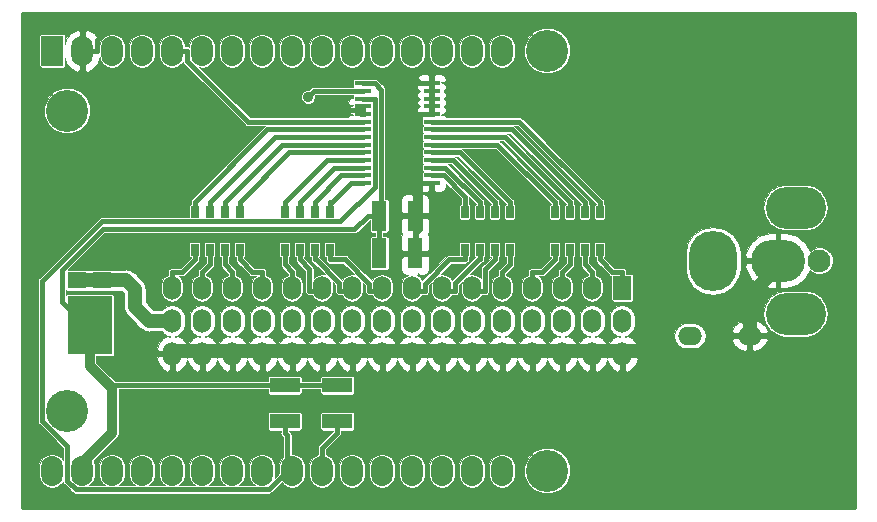
<source format=gbl>
G04 #@! TF.GenerationSoftware,KiCad,Pcbnew,6.0.0-rc1-unknown-4d73cfb~66~ubuntu18.04.1*
G04 #@! TF.CreationDate,2018-11-28T14:14:14-05:00
G04 #@! TF.ProjectId,servo_controller_3x2,73657276-6f5f-4636-9f6e-74726f6c6c65,1.0*
G04 #@! TF.SameCoordinates,Original*
G04 #@! TF.FileFunction,Copper,L2,Bot*
G04 #@! TF.FilePolarity,Positive*
%FSLAX46Y46*%
G04 Gerber Fmt 4.6, Leading zero omitted, Abs format (unit mm)*
G04 Created by KiCad (PCBNEW 6.0.0-rc1-unknown-4d73cfb~66~ubuntu18.04.1) date Wed 28 Nov 2018 02:14:14 PM EST*
%MOMM*%
%LPD*%
G01*
G04 APERTURE LIST*
G04 #@! TA.AperFunction,NonConductor*
%ADD10C,0.228600*%
G04 #@! TD*
G04 #@! TA.AperFunction,SMDPad,CuDef*
%ADD11R,1.350000X0.400000*%
G04 #@! TD*
G04 #@! TA.AperFunction,ComponentPad*
%ADD12C,3.556000*%
G04 #@! TD*
G04 #@! TA.AperFunction,ComponentPad*
%ADD13O,1.854200X2.540000*%
G04 #@! TD*
G04 #@! TA.AperFunction,ComponentPad*
%ADD14R,1.854200X2.540000*%
G04 #@! TD*
G04 #@! TA.AperFunction,ComponentPad*
%ADD15O,1.524000X2.032000*%
G04 #@! TD*
G04 #@! TA.AperFunction,ComponentPad*
%ADD16R,1.524000X2.032000*%
G04 #@! TD*
G04 #@! TA.AperFunction,SMDPad,CuDef*
%ADD17R,1.270000X2.540000*%
G04 #@! TD*
G04 #@! TA.AperFunction,SMDPad,CuDef*
%ADD18R,3.800000X4.960000*%
G04 #@! TD*
G04 #@! TA.AperFunction,SMDPad,CuDef*
%ADD19R,1.600000X1.440000*%
G04 #@! TD*
G04 #@! TA.AperFunction,ComponentPad*
%ADD20O,2.032000X1.524000*%
G04 #@! TD*
G04 #@! TA.AperFunction,ComponentPad*
%ADD21C,1.930400*%
G04 #@! TD*
G04 #@! TA.AperFunction,ComponentPad*
%ADD22O,4.572000X3.556000*%
G04 #@! TD*
G04 #@! TA.AperFunction,ComponentPad*
%ADD23O,4.064000X5.080000*%
G04 #@! TD*
G04 #@! TA.AperFunction,ComponentPad*
%ADD24O,5.080000X3.556000*%
G04 #@! TD*
G04 #@! TA.AperFunction,SMDPad,CuDef*
%ADD25R,2.540000X1.270000*%
G04 #@! TD*
G04 #@! TA.AperFunction,SMDPad,CuDef*
%ADD26R,0.650000X1.000000*%
G04 #@! TD*
G04 #@! TA.AperFunction,ViaPad*
%ADD27C,0.889000*%
G04 #@! TD*
G04 #@! TA.AperFunction,Conductor*
%ADD28C,1.219200*%
G04 #@! TD*
G04 #@! TA.AperFunction,Conductor*
%ADD29C,0.406400*%
G04 #@! TD*
G04 #@! TA.AperFunction,Conductor*
%ADD30C,0.812800*%
G04 #@! TD*
G04 #@! TA.AperFunction,Conductor*
%ADD31C,0.101600*%
G04 #@! TD*
G04 APERTURE END LIST*
D10*
X156210000Y-67945000D02*
X85725000Y-67945000D01*
X156210000Y-109855000D02*
X156210000Y-67945000D01*
X85725000Y-109855000D02*
X156210000Y-109855000D01*
X85725000Y-67945000D02*
X85725000Y-109855000D01*
D11*
G04 #@! TO.P,U1,28*
G04 #@! TO.N,VEE*
X114550000Y-73880000D03*
G04 #@! TO.P,U1,27*
G04 #@! TO.N,/SDA*
X114550000Y-74530000D03*
G04 #@! TO.P,U1,26*
G04 #@! TO.N,/SCL*
X114550000Y-75180000D03*
G04 #@! TO.P,U1,25*
G04 #@! TO.N,GND*
X114550000Y-75830000D03*
G04 #@! TO.P,U1,24*
X114550000Y-76480000D03*
G04 #@! TO.P,U1,23*
G04 #@! TO.N,/~ENABLE*
X114550000Y-77130000D03*
G04 #@! TO.P,U1,22*
G04 #@! TO.N,/servo_3x2/PWM_15*
X114550000Y-77780000D03*
G04 #@! TO.P,U1,21*
G04 #@! TO.N,/servo_3x2/PWM_14*
X114550000Y-78430000D03*
G04 #@! TO.P,U1,20*
G04 #@! TO.N,/servo_3x2/PWM_13*
X114550000Y-79080000D03*
G04 #@! TO.P,U1,19*
G04 #@! TO.N,/servo_3x2/PWM_12*
X114550000Y-79730000D03*
G04 #@! TO.P,U1,18*
G04 #@! TO.N,/servo_3x2/PWM_11*
X114550000Y-80380000D03*
G04 #@! TO.P,U1,17*
G04 #@! TO.N,/servo_3x2/PWM_10*
X114550000Y-81030000D03*
G04 #@! TO.P,U1,16*
G04 #@! TO.N,/servo_3x2/PWM_9*
X114550000Y-81680000D03*
G04 #@! TO.P,U1,15*
G04 #@! TO.N,/servo_3x2/PWM_8*
X114550000Y-82330000D03*
G04 #@! TO.P,U1,14*
G04 #@! TO.N,GND*
X120400000Y-82330000D03*
G04 #@! TO.P,U1,13*
G04 #@! TO.N,/servo_3x2/PWM_7*
X120400000Y-81680000D03*
G04 #@! TO.P,U1,12*
G04 #@! TO.N,/servo_3x2/PWM_6*
X120400000Y-81030000D03*
G04 #@! TO.P,U1,11*
G04 #@! TO.N,/servo_3x2/PWM_5*
X120400000Y-80380000D03*
G04 #@! TO.P,U1,10*
G04 #@! TO.N,/servo_3x2/PWM_4*
X120400000Y-79730000D03*
G04 #@! TO.P,U1,9*
G04 #@! TO.N,/servo_3x2/PWM_3*
X120400000Y-79080000D03*
G04 #@! TO.P,U1,8*
G04 #@! TO.N,/servo_3x2/PWM_2*
X120400000Y-78430000D03*
G04 #@! TO.P,U1,7*
G04 #@! TO.N,/servo_3x2/PWM_1*
X120400000Y-77780000D03*
G04 #@! TO.P,U1,6*
G04 #@! TO.N,/servo_3x2/PWM_0*
X120400000Y-77130000D03*
G04 #@! TO.P,U1,5*
G04 #@! TO.N,GND*
X120400000Y-76480000D03*
G04 #@! TO.P,U1,4*
X120400000Y-75830000D03*
G04 #@! TO.P,U1,3*
X120400000Y-75180000D03*
G04 #@! TO.P,U1,2*
X120400000Y-74530000D03*
G04 #@! TO.P,U1,1*
X120400000Y-73880000D03*
G04 #@! TD*
D12*
G04 #@! TO.P,MDB1,*
G04 #@! TO.N,*
X130175000Y-71120000D03*
X130175000Y-106680000D03*
X89535000Y-101600000D03*
X89535000Y-76200000D03*
D13*
G04 #@! TO.P,MDB1,AREF*
G04 #@! TO.N,N/C*
X88265000Y-106680000D03*
G04 #@! TO.P,MDB1,VEE*
G04 #@! TO.N,VEE*
X90805000Y-106680000D03*
G04 #@! TO.P,MDB1,AGND*
G04 #@! TO.N,N/C*
X93345000Y-106680000D03*
G04 #@! TO.P,MDB1,3V3*
X95885000Y-106680000D03*
G04 #@! TO.P,MDB1,23*
X98425000Y-106680000D03*
G04 #@! TO.P,MDB1,22*
X100965000Y-106680000D03*
G04 #@! TO.P,MDB1,21*
X103505000Y-106680000D03*
G04 #@! TO.P,MDB1,20*
X106045000Y-106680000D03*
G04 #@! TO.P,MDB1,19*
G04 #@! TO.N,/SCL*
X108585000Y-106680000D03*
G04 #@! TO.P,MDB1,18*
G04 #@! TO.N,/SDA*
X111125000Y-106680000D03*
G04 #@! TO.P,MDB1,17*
G04 #@! TO.N,N/C*
X113665000Y-106680000D03*
G04 #@! TO.P,MDB1,16*
X116205000Y-106680000D03*
G04 #@! TO.P,MDB1,15*
X118745000Y-106680000D03*
G04 #@! TO.P,MDB1,14*
X121285000Y-106680000D03*
G04 #@! TO.P,MDB1,13*
X123825000Y-106680000D03*
G04 #@! TO.P,MDB1,DAC*
X126365000Y-106680000D03*
G04 #@! TO.P,MDB1,28*
X126365000Y-71120000D03*
G04 #@! TO.P,MDB1,12*
X123825000Y-71120000D03*
G04 #@! TO.P,MDB1,11*
X121285000Y-71120000D03*
G04 #@! TO.P,MDB1,10*
X118745000Y-71120000D03*
G04 #@! TO.P,MDB1,9*
X116205000Y-71120000D03*
G04 #@! TO.P,MDB1,29*
X113665000Y-71120000D03*
G04 #@! TO.P,MDB1,30*
X111125000Y-71120000D03*
G04 #@! TO.P,MDB1,6*
X108585000Y-71120000D03*
G04 #@! TO.P,MDB1,5*
X106045000Y-71120000D03*
G04 #@! TO.P,MDB1,4*
X103505000Y-71120000D03*
G04 #@! TO.P,MDB1,3*
X100965000Y-71120000D03*
G04 #@! TO.P,MDB1,2*
G04 #@! TO.N,/~ENABLE*
X98425000Y-71120000D03*
G04 #@! TO.P,MDB1,25*
G04 #@! TO.N,N/C*
X95885000Y-71120000D03*
D14*
G04 #@! TO.P,MDB1,VDD*
X88265000Y-71120000D03*
D13*
G04 #@! TO.P,MDB1,24*
X93345000Y-71120000D03*
G04 #@! TO.P,MDB1,GND*
G04 #@! TO.N,GND*
X90805000Y-71120000D03*
G04 #@! TD*
D15*
G04 #@! TO.P,P2,47*
G04 #@! TO.N,VCC*
X98425000Y-93980000D03*
G04 #@! TO.P,P2,44*
X100965000Y-93980000D03*
G04 #@! TO.P,P2,41*
X103505000Y-93980000D03*
G04 #@! TO.P,P2,38*
X106045000Y-93980000D03*
G04 #@! TO.P,P2,35*
X108585000Y-93980000D03*
G04 #@! TO.P,P2,32*
X111125000Y-93980000D03*
G04 #@! TO.P,P2,29*
X113665000Y-93980000D03*
G04 #@! TO.P,P2,26*
X116205000Y-93980000D03*
G04 #@! TO.P,P2,23*
X118745000Y-93980000D03*
G04 #@! TO.P,P2,20*
X121285000Y-93980000D03*
G04 #@! TO.P,P2,17*
X123825000Y-93980000D03*
G04 #@! TO.P,P2,14*
X126365000Y-93980000D03*
G04 #@! TO.P,P2,11*
X128905000Y-93980000D03*
G04 #@! TO.P,P2,8*
X131445000Y-93980000D03*
G04 #@! TO.P,P2,5*
X133985000Y-93980000D03*
G04 #@! TO.P,P2,2*
X136525000Y-93980000D03*
G04 #@! TO.P,P2,48*
G04 #@! TO.N,GND*
X98425000Y-96774000D03*
G04 #@! TO.P,P2,46*
G04 #@! TO.N,/servo_3x2/SIG_15*
X98425000Y-91186000D03*
G04 #@! TO.P,P2,45*
G04 #@! TO.N,GND*
X100965000Y-96774000D03*
G04 #@! TO.P,P2,43*
G04 #@! TO.N,/servo_3x2/SIG_14*
X100965000Y-91186000D03*
G04 #@! TO.P,P2,42*
G04 #@! TO.N,GND*
X103505000Y-96774000D03*
G04 #@! TO.P,P2,40*
G04 #@! TO.N,/servo_3x2/SIG_13*
X103505000Y-91186000D03*
G04 #@! TO.P,P2,39*
G04 #@! TO.N,GND*
X106045000Y-96774000D03*
G04 #@! TO.P,P2,37*
G04 #@! TO.N,/servo_3x2/SIG_12*
X106045000Y-91186000D03*
G04 #@! TO.P,P2,36*
G04 #@! TO.N,GND*
X108585000Y-96774000D03*
G04 #@! TO.P,P2,34*
G04 #@! TO.N,/servo_3x2/SIG_11*
X108585000Y-91186000D03*
G04 #@! TO.P,P2,33*
G04 #@! TO.N,GND*
X111125000Y-96774000D03*
G04 #@! TO.P,P2,31*
G04 #@! TO.N,/servo_3x2/SIG_10*
X111125000Y-91186000D03*
G04 #@! TO.P,P2,30*
G04 #@! TO.N,GND*
X113665000Y-96774000D03*
G04 #@! TO.P,P2,28*
G04 #@! TO.N,/servo_3x2/SIG_9*
X113665000Y-91186000D03*
G04 #@! TO.P,P2,27*
G04 #@! TO.N,GND*
X116205000Y-96774000D03*
G04 #@! TO.P,P2,25*
G04 #@! TO.N,/servo_3x2/SIG_8*
X116205000Y-91186000D03*
G04 #@! TO.P,P2,24*
G04 #@! TO.N,GND*
X118745000Y-96774000D03*
G04 #@! TO.P,P2,22*
G04 #@! TO.N,/servo_3x2/SIG_7*
X118745000Y-91186000D03*
G04 #@! TO.P,P2,21*
G04 #@! TO.N,GND*
X121285000Y-96774000D03*
G04 #@! TO.P,P2,19*
G04 #@! TO.N,/servo_3x2/SIG_6*
X121285000Y-91186000D03*
G04 #@! TO.P,P2,18*
G04 #@! TO.N,GND*
X123825000Y-96774000D03*
G04 #@! TO.P,P2,16*
G04 #@! TO.N,/servo_3x2/SIG_5*
X123825000Y-91186000D03*
G04 #@! TO.P,P2,15*
G04 #@! TO.N,GND*
X126365000Y-96774000D03*
G04 #@! TO.P,P2,13*
G04 #@! TO.N,/servo_3x2/SIG_4*
X126365000Y-91186000D03*
G04 #@! TO.P,P2,12*
G04 #@! TO.N,GND*
X128905000Y-96774000D03*
G04 #@! TO.P,P2,10*
G04 #@! TO.N,/servo_3x2/SIG_3*
X128905000Y-91186000D03*
G04 #@! TO.P,P2,9*
G04 #@! TO.N,GND*
X131445000Y-96774000D03*
G04 #@! TO.P,P2,7*
G04 #@! TO.N,/servo_3x2/SIG_2*
X131445000Y-91186000D03*
G04 #@! TO.P,P2,6*
G04 #@! TO.N,GND*
X133985000Y-96774000D03*
G04 #@! TO.P,P2,4*
G04 #@! TO.N,/servo_3x2/SIG_1*
X133985000Y-91186000D03*
G04 #@! TO.P,P2,3*
G04 #@! TO.N,GND*
X136525000Y-96774000D03*
D16*
G04 #@! TO.P,P2,1*
G04 #@! TO.N,/servo_3x2/SIG_0*
X136525000Y-91186000D03*
G04 #@! TD*
D17*
G04 #@! TO.P,C2,2*
G04 #@! TO.N,GND*
X118999000Y-85090000D03*
G04 #@! TO.P,C2,1*
G04 #@! TO.N,VEE*
X115951000Y-85090000D03*
G04 #@! TD*
G04 #@! TO.P,C3,1*
G04 #@! TO.N,VEE*
X115951000Y-88265000D03*
G04 #@! TO.P,C3,2*
G04 #@! TO.N,GND*
X118999000Y-88265000D03*
G04 #@! TD*
D18*
G04 #@! TO.P,D1,1*
G04 #@! TO.N,VEE*
X91440000Y-94365000D03*
D19*
G04 #@! TO.P,D1,2*
G04 #@! TO.N,VCC*
X92505000Y-90565000D03*
X90375000Y-90565000D03*
G04 #@! TD*
D20*
G04 #@! TO.P,L1,1*
G04 #@! TO.N,VCC*
X142240000Y-95250000D03*
G04 #@! TO.P,L1,2*
G04 #@! TO.N,GND*
X147320000Y-95250000D03*
G04 #@! TD*
D21*
G04 #@! TO.P,P1,*
G04 #@! TO.N,*
X153212800Y-88900000D03*
D22*
G04 #@! TO.P,P1,2*
G04 #@! TO.N,GND*
X149707600Y-88900000D03*
D23*
G04 #@! TO.P,P1,1*
G04 #@! TO.N,VCC*
X144221200Y-88900000D03*
D24*
G04 #@! TO.P,P1,*
G04 #@! TO.N,*
X151206200Y-84404200D03*
X151206200Y-93395800D03*
G04 #@! TD*
D25*
G04 #@! TO.P,R1,1*
G04 #@! TO.N,VEE*
X112395000Y-99441000D03*
G04 #@! TO.P,R1,2*
G04 #@! TO.N,/SDA*
X112395000Y-102489000D03*
G04 #@! TD*
G04 #@! TO.P,R2,2*
G04 #@! TO.N,/SCL*
X107950000Y-102489000D03*
G04 #@! TO.P,R2,1*
G04 #@! TO.N,VEE*
X107950000Y-99441000D03*
G04 #@! TD*
D26*
G04 #@! TO.P,RP1,7*
G04 #@! TO.N,/servo_3x2/PWM_0*
X134620000Y-84760000D03*
G04 #@! TO.P,RP1,8*
G04 #@! TO.N,/servo_3x2/SIG_0*
X134620000Y-87960000D03*
G04 #@! TO.P,RP1,5*
G04 #@! TO.N,/servo_3x2/PWM_1*
X133350000Y-84760000D03*
G04 #@! TO.P,RP1,6*
G04 #@! TO.N,/servo_3x2/SIG_1*
X133350000Y-87960000D03*
G04 #@! TO.P,RP1,3*
G04 #@! TO.N,/servo_3x2/PWM_2*
X132080000Y-84760000D03*
G04 #@! TO.P,RP1,4*
G04 #@! TO.N,/servo_3x2/SIG_2*
X132080000Y-87960000D03*
G04 #@! TO.P,RP1,1*
G04 #@! TO.N,/servo_3x2/PWM_3*
X130810000Y-84760000D03*
G04 #@! TO.P,RP1,2*
G04 #@! TO.N,/servo_3x2/SIG_3*
X130810000Y-87960000D03*
G04 #@! TD*
G04 #@! TO.P,RP2,2*
G04 #@! TO.N,/servo_3x2/SIG_7*
X123190000Y-87960000D03*
G04 #@! TO.P,RP2,1*
G04 #@! TO.N,/servo_3x2/PWM_7*
X123190000Y-84760000D03*
G04 #@! TO.P,RP2,4*
G04 #@! TO.N,/servo_3x2/SIG_6*
X124460000Y-87960000D03*
G04 #@! TO.P,RP2,3*
G04 #@! TO.N,/servo_3x2/PWM_6*
X124460000Y-84760000D03*
G04 #@! TO.P,RP2,6*
G04 #@! TO.N,/servo_3x2/SIG_5*
X125730000Y-87960000D03*
G04 #@! TO.P,RP2,5*
G04 #@! TO.N,/servo_3x2/PWM_5*
X125730000Y-84760000D03*
G04 #@! TO.P,RP2,8*
G04 #@! TO.N,/servo_3x2/SIG_4*
X127000000Y-87960000D03*
G04 #@! TO.P,RP2,7*
G04 #@! TO.N,/servo_3x2/PWM_4*
X127000000Y-84760000D03*
G04 #@! TD*
G04 #@! TO.P,RP3,7*
G04 #@! TO.N,/servo_3x2/PWM_8*
X111760000Y-84760000D03*
G04 #@! TO.P,RP3,8*
G04 #@! TO.N,/servo_3x2/SIG_8*
X111760000Y-87960000D03*
G04 #@! TO.P,RP3,5*
G04 #@! TO.N,/servo_3x2/PWM_9*
X110490000Y-84760000D03*
G04 #@! TO.P,RP3,6*
G04 #@! TO.N,/servo_3x2/SIG_9*
X110490000Y-87960000D03*
G04 #@! TO.P,RP3,3*
G04 #@! TO.N,/servo_3x2/PWM_10*
X109220000Y-84760000D03*
G04 #@! TO.P,RP3,4*
G04 #@! TO.N,/servo_3x2/SIG_10*
X109220000Y-87960000D03*
G04 #@! TO.P,RP3,1*
G04 #@! TO.N,/servo_3x2/PWM_11*
X107950000Y-84760000D03*
G04 #@! TO.P,RP3,2*
G04 #@! TO.N,/servo_3x2/SIG_11*
X107950000Y-87960000D03*
G04 #@! TD*
G04 #@! TO.P,RP4,2*
G04 #@! TO.N,/servo_3x2/SIG_15*
X100330000Y-87960000D03*
G04 #@! TO.P,RP4,1*
G04 #@! TO.N,/servo_3x2/PWM_15*
X100330000Y-84760000D03*
G04 #@! TO.P,RP4,4*
G04 #@! TO.N,/servo_3x2/SIG_14*
X101600000Y-87960000D03*
G04 #@! TO.P,RP4,3*
G04 #@! TO.N,/servo_3x2/PWM_14*
X101600000Y-84760000D03*
G04 #@! TO.P,RP4,6*
G04 #@! TO.N,/servo_3x2/SIG_13*
X102870000Y-87960000D03*
G04 #@! TO.P,RP4,5*
G04 #@! TO.N,/servo_3x2/PWM_13*
X102870000Y-84760000D03*
G04 #@! TO.P,RP4,8*
G04 #@! TO.N,/servo_3x2/SIG_12*
X104140000Y-87960000D03*
G04 #@! TO.P,RP4,7*
G04 #@! TO.N,/servo_3x2/PWM_12*
X104140000Y-84760000D03*
G04 #@! TD*
D27*
G04 #@! TO.N,/SDA*
X109923500Y-75011900D03*
G04 #@! TD*
D28*
G04 #@! TO.N,VCC*
X92505000Y-90565000D02*
X90375000Y-90565000D01*
X98425000Y-93980000D02*
X96443800Y-93980000D01*
X96443800Y-93980000D02*
X95250000Y-92786200D01*
X95250000Y-92786200D02*
X95250000Y-91290800D01*
X95250000Y-91290800D02*
X94524200Y-90565000D01*
X94524200Y-90565000D02*
X92505000Y-90565000D01*
D29*
G04 #@! TO.N,GND*
X109168800Y-74623800D02*
X110431000Y-73361600D01*
X110431000Y-73361600D02*
X118876400Y-73361600D01*
X118876400Y-73361600D02*
X119394800Y-73880000D01*
X114550000Y-76155000D02*
X109996600Y-76155000D01*
X109996600Y-76155000D02*
X109168800Y-75327200D01*
X109168800Y-75327200D02*
X109168800Y-74623800D01*
X109168800Y-74623800D02*
X104920100Y-74623800D01*
X104920100Y-74623800D02*
X102235000Y-71938700D01*
X102235000Y-71938700D02*
X102235000Y-70292800D01*
X102235000Y-70292800D02*
X101480100Y-69537900D01*
X101480100Y-69537900D02*
X92780500Y-69537900D01*
X92780500Y-69537900D02*
X92062300Y-70256100D01*
X92062300Y-70256100D02*
X92062300Y-71120000D01*
X90805000Y-71120000D02*
X92062300Y-71120000D01*
X120400000Y-73880000D02*
X119394800Y-73880000D01*
X114550000Y-76155000D02*
X114550000Y-75830000D01*
X114550000Y-76480000D02*
X114550000Y-76155000D01*
X119419800Y-82330000D02*
X119419800Y-76505000D01*
X119419800Y-76505000D02*
X119394800Y-76480000D01*
X119534500Y-82330000D02*
X119419800Y-82330000D01*
X118999000Y-86677500D02*
X119419800Y-86256700D01*
X119419800Y-86256700D02*
X119419800Y-82330000D01*
X118999000Y-86677500D02*
X118999000Y-85090000D01*
X118999000Y-88265000D02*
X118999000Y-86677500D01*
X120400000Y-76480000D02*
X119394800Y-76480000D01*
X120400000Y-82330000D02*
X119534500Y-82330000D01*
X118999000Y-88265000D02*
X118033800Y-88265000D01*
X117475000Y-96520000D02*
X117475000Y-88823800D01*
X117475000Y-88823800D02*
X118033800Y-88265000D01*
D28*
X117475000Y-96520000D02*
X118745000Y-96520000D01*
X116205000Y-96520000D02*
X117475000Y-96520000D01*
X150215800Y-88900200D02*
X150216000Y-88900000D01*
X146050000Y-93065600D02*
X150215800Y-88900200D01*
D29*
X150215600Y-88900000D02*
X150215800Y-88900200D01*
X120400000Y-76480000D02*
X120400000Y-75830000D01*
D28*
X136525000Y-96520000D02*
X138430000Y-96520000D01*
X138430000Y-96520000D02*
X139700000Y-97790000D01*
X139700000Y-97790000D02*
X142875000Y-97790000D01*
X142875000Y-97790000D02*
X144780000Y-95885000D01*
X144780000Y-95885000D02*
X144780000Y-94335600D01*
X144780000Y-94335600D02*
X146050000Y-93065600D01*
X133985000Y-96520000D02*
X136525000Y-96520000D01*
X131445000Y-96520000D02*
X133985000Y-96520000D01*
X128905000Y-96520000D02*
X131445000Y-96520000D01*
X126365000Y-96520000D02*
X128905000Y-96520000D01*
X123825000Y-96520000D02*
X126365000Y-96520000D01*
X121285000Y-96520000D02*
X123825000Y-96520000D01*
X118745000Y-96520000D02*
X121285000Y-96520000D01*
X113665000Y-96520000D02*
X116205000Y-96520000D01*
X111125000Y-96520000D02*
X113665000Y-96520000D01*
X108585000Y-96520000D02*
X111125000Y-96520000D01*
X106045000Y-96520000D02*
X108585000Y-96520000D01*
X103505000Y-96520000D02*
X106045000Y-96520000D01*
D29*
X120400000Y-74530000D02*
X120400000Y-73880000D01*
X120400000Y-75180000D02*
X120400000Y-74530000D01*
X120400000Y-75830000D02*
X120400000Y-75180000D01*
D28*
X100965000Y-96520000D02*
X103505000Y-96520000D01*
X98425000Y-96520000D02*
X100965000Y-96520000D01*
X147320000Y-95250000D02*
X147320000Y-94081600D01*
X147320000Y-94081600D02*
X146304000Y-93065600D01*
X146304000Y-93065600D02*
X146050000Y-93065600D01*
D29*
G04 #@! TO.N,VEE*
X115555200Y-73880000D02*
X116094300Y-74419100D01*
X116094300Y-74419100D02*
X116094300Y-84778000D01*
X116094300Y-84778000D02*
X115782300Y-85090000D01*
X114985800Y-85090000D02*
X113837800Y-86238000D01*
X113837800Y-86238000D02*
X92521700Y-86238000D01*
X92521700Y-86238000D02*
X89078300Y-89681400D01*
X89078300Y-89681400D02*
X89078300Y-92420400D01*
X89078300Y-92420400D02*
X91440000Y-94782100D01*
X114550000Y-73880000D02*
X115555200Y-73880000D01*
X115782300Y-85090000D02*
X114985800Y-85090000D01*
X115951000Y-85090000D02*
X115782300Y-85090000D01*
D30*
X91440000Y-94782100D02*
X91440000Y-94365000D01*
X93345000Y-99791000D02*
X93345000Y-99695000D01*
X93345000Y-99695000D02*
X91440000Y-97790000D01*
X91440000Y-97790000D02*
X91440000Y-94782100D01*
D29*
X115951000Y-88265000D02*
X115951000Y-85090000D01*
D30*
X90805000Y-106680000D02*
X90805000Y-106045000D01*
X90805000Y-106045000D02*
X93345000Y-103505000D01*
X93345000Y-103505000D02*
X93345000Y-99791000D01*
D29*
X107950000Y-99441000D02*
X93695000Y-99441000D01*
X93695000Y-99441000D02*
X93345000Y-99791000D01*
X107950000Y-99441000D02*
X112395000Y-99441000D01*
G04 #@! TO.N,/SCL*
X115555200Y-75180000D02*
X115555200Y-82671500D01*
X115555200Y-82671500D02*
X112661600Y-85565100D01*
X112661600Y-85565100D02*
X92466900Y-85565100D01*
X92466900Y-85565100D02*
X87426500Y-90605500D01*
X87426500Y-90605500D02*
X87426500Y-102462700D01*
X87426500Y-102462700D02*
X89535000Y-104571200D01*
X89535000Y-104571200D02*
X89535000Y-107564500D01*
X89535000Y-107564500D02*
X90238300Y-108267800D01*
X90238300Y-108267800D02*
X106590200Y-108267800D01*
X106590200Y-108267800D02*
X108178000Y-106680000D01*
X114550000Y-75180000D02*
X115555200Y-75180000D01*
X107950000Y-102489000D02*
X107950000Y-103454200D01*
X108178000Y-106680000D02*
X108178000Y-103682200D01*
X108178000Y-103682200D02*
X107950000Y-103454200D01*
X108585000Y-106680000D02*
X108178000Y-106680000D01*
G04 #@! TO.N,/SDA*
X114550000Y-74530000D02*
X110405400Y-74530000D01*
X110405400Y-74530000D02*
X109923500Y-75011900D01*
X112395000Y-102489000D02*
X112395000Y-103454200D01*
X112395000Y-103454200D02*
X111125000Y-104724200D01*
X111125000Y-104724200D02*
X111125000Y-106680000D01*
G04 #@! TO.N,/~ENABLE*
X99682300Y-71120000D02*
X99682300Y-71983900D01*
X99682300Y-71983900D02*
X104828400Y-77130000D01*
X104828400Y-77130000D02*
X114550000Y-77130000D01*
X98425000Y-71120000D02*
X99682300Y-71120000D01*
G04 #@! TO.N,/servo_3x2/SIG_0*
X136525000Y-91440000D02*
X136525000Y-89839800D01*
X134620000Y-87960000D02*
X134620000Y-88790200D01*
X134620000Y-88790200D02*
X135669600Y-89839800D01*
X135669600Y-89839800D02*
X136525000Y-89839800D01*
G04 #@! TO.N,/servo_3x2/SIG_1*
X133985000Y-91440000D02*
X133985000Y-89839800D01*
X133350000Y-87960000D02*
X133350000Y-89204800D01*
X133350000Y-89204800D02*
X133985000Y-89839800D01*
G04 #@! TO.N,/servo_3x2/SIG_2*
X131445000Y-91440000D02*
X131445000Y-89839800D01*
X132080000Y-87960000D02*
X132080000Y-89204800D01*
X132080000Y-89204800D02*
X131445000Y-89839800D01*
G04 #@! TO.N,/servo_3x2/SIG_3*
X128905000Y-91440000D02*
X128905000Y-89839800D01*
X130810000Y-87960000D02*
X130810000Y-88790200D01*
X130810000Y-88790200D02*
X129760400Y-89839800D01*
X129760400Y-89839800D02*
X128905000Y-89839800D01*
G04 #@! TO.N,/servo_3x2/SIG_4*
X126365000Y-91440000D02*
X126365000Y-89839800D01*
X127000000Y-87960000D02*
X127000000Y-89204800D01*
X127000000Y-89204800D02*
X126365000Y-89839800D01*
G04 #@! TO.N,/servo_3x2/SIG_5*
X125730000Y-87960000D02*
X125730000Y-88790200D01*
X123825000Y-91440000D02*
X124917200Y-91440000D01*
X125730000Y-88790200D02*
X124917200Y-89603000D01*
X124917200Y-89603000D02*
X124917200Y-91440000D01*
G04 #@! TO.N,/servo_3x2/SIG_6*
X121285000Y-91440000D02*
X122377200Y-91440000D01*
X124460000Y-87960000D02*
X124460000Y-88790200D01*
X124460000Y-88790200D02*
X124361600Y-88790200D01*
X124361600Y-88790200D02*
X122377200Y-90774600D01*
X122377200Y-90774600D02*
X122377200Y-91440000D01*
G04 #@! TO.N,/servo_3x2/SIG_7*
X118745000Y-91440000D02*
X119837200Y-91440000D01*
X123190000Y-87960000D02*
X123190000Y-88790200D01*
X123190000Y-88790200D02*
X121886600Y-88790200D01*
X121886600Y-88790200D02*
X119837200Y-90839600D01*
X119837200Y-90839600D02*
X119837200Y-91440000D01*
G04 #@! TO.N,/servo_3x2/SIG_8*
X116205000Y-91440000D02*
X115112800Y-91440000D01*
X111760000Y-87960000D02*
X111760000Y-88790200D01*
X111760000Y-88790200D02*
X113063400Y-88790200D01*
X113063400Y-88790200D02*
X115112800Y-90839600D01*
X115112800Y-90839600D02*
X115112800Y-91440000D01*
G04 #@! TO.N,/servo_3x2/SIG_9*
X113665000Y-91440000D02*
X112572800Y-91440000D01*
X110490000Y-87960000D02*
X110490000Y-88790200D01*
X110490000Y-88790200D02*
X110588400Y-88790200D01*
X110588400Y-88790200D02*
X112572800Y-90774600D01*
X112572800Y-90774600D02*
X112572800Y-91440000D01*
G04 #@! TO.N,/servo_3x2/SIG_10*
X109220000Y-87960000D02*
X109220000Y-88790200D01*
X111125000Y-91440000D02*
X110032800Y-91440000D01*
X109220000Y-88790200D02*
X110032800Y-89603000D01*
X110032800Y-89603000D02*
X110032800Y-91440000D01*
G04 #@! TO.N,/servo_3x2/SIG_11*
X108585000Y-91440000D02*
X108585000Y-89839800D01*
X107950000Y-87960000D02*
X107950000Y-89204800D01*
X107950000Y-89204800D02*
X108585000Y-89839800D01*
G04 #@! TO.N,/servo_3x2/SIG_12*
X106045000Y-91440000D02*
X106045000Y-89839800D01*
X104140000Y-87960000D02*
X104140000Y-88790200D01*
X104140000Y-88790200D02*
X105189600Y-89839800D01*
X105189600Y-89839800D02*
X106045000Y-89839800D01*
G04 #@! TO.N,/servo_3x2/SIG_13*
X103505000Y-91440000D02*
X103505000Y-89839800D01*
X102870000Y-87960000D02*
X102870000Y-89204800D01*
X102870000Y-89204800D02*
X103505000Y-89839800D01*
G04 #@! TO.N,/servo_3x2/SIG_14*
X100965000Y-91440000D02*
X100965000Y-89839800D01*
X101600000Y-87960000D02*
X101600000Y-89204800D01*
X101600000Y-89204800D02*
X100965000Y-89839800D01*
G04 #@! TO.N,/servo_3x2/SIG_15*
X98425000Y-91440000D02*
X98425000Y-89839800D01*
X100330000Y-87960000D02*
X100330000Y-88790200D01*
X100330000Y-88790200D02*
X99280400Y-89839800D01*
X99280400Y-89839800D02*
X98425000Y-89839800D01*
G04 #@! TO.N,/servo_3x2/PWM_0*
X134620000Y-84760000D02*
X134620000Y-83929800D01*
X134620000Y-83929800D02*
X127820200Y-77130000D01*
X127820200Y-77130000D02*
X120400000Y-77130000D01*
G04 #@! TO.N,/servo_3x2/PWM_1*
X133350000Y-84760000D02*
X133350000Y-83929800D01*
X133350000Y-83929800D02*
X127200200Y-77780000D01*
X127200200Y-77780000D02*
X120400000Y-77780000D01*
G04 #@! TO.N,/servo_3x2/PWM_2*
X132080000Y-84760000D02*
X132080000Y-83929800D01*
X132080000Y-83929800D02*
X126580200Y-78430000D01*
X126580200Y-78430000D02*
X120400000Y-78430000D01*
G04 #@! TO.N,/servo_3x2/PWM_3*
X120400000Y-79080000D02*
X125960200Y-79080000D01*
X125960200Y-79080000D02*
X130810000Y-83929800D01*
X130810000Y-84760000D02*
X130810000Y-83929800D01*
G04 #@! TO.N,/servo_3x2/PWM_7*
X120400000Y-81680000D02*
X121405200Y-81680000D01*
X123190000Y-84760000D02*
X123190000Y-83464800D01*
X123190000Y-83464800D02*
X121405200Y-81680000D01*
G04 #@! TO.N,/servo_3x2/PWM_6*
X124460000Y-84760000D02*
X124460000Y-83929800D01*
X124460000Y-83929800D02*
X121560200Y-81030000D01*
X121560200Y-81030000D02*
X120400000Y-81030000D01*
G04 #@! TO.N,/servo_3x2/PWM_5*
X125730000Y-84760000D02*
X125730000Y-83929800D01*
X125730000Y-83929800D02*
X122180200Y-80380000D01*
X122180200Y-80380000D02*
X120400000Y-80380000D01*
G04 #@! TO.N,/servo_3x2/PWM_4*
X127000000Y-84760000D02*
X127000000Y-83929800D01*
X127000000Y-83929800D02*
X122800200Y-79730000D01*
X122800200Y-79730000D02*
X120400000Y-79730000D01*
G04 #@! TO.N,/servo_3x2/PWM_8*
X114550000Y-82330000D02*
X113544800Y-82330000D01*
X111760000Y-84760000D02*
X111760000Y-83929800D01*
X111760000Y-83929800D02*
X111945000Y-83929800D01*
X111945000Y-83929800D02*
X113544800Y-82330000D01*
G04 #@! TO.N,/servo_3x2/PWM_9*
X110490000Y-84760000D02*
X110490000Y-83929800D01*
X110490000Y-83929800D02*
X112739800Y-81680000D01*
X112739800Y-81680000D02*
X114550000Y-81680000D01*
G04 #@! TO.N,/servo_3x2/PWM_10*
X109220000Y-84760000D02*
X109220000Y-83929800D01*
X109220000Y-83929800D02*
X112119800Y-81030000D01*
X112119800Y-81030000D02*
X114550000Y-81030000D01*
G04 #@! TO.N,/servo_3x2/PWM_11*
X107950000Y-84760000D02*
X107950000Y-83929800D01*
X107950000Y-83929800D02*
X111499800Y-80380000D01*
X111499800Y-80380000D02*
X114550000Y-80380000D01*
G04 #@! TO.N,/servo_3x2/PWM_15*
X100330000Y-83929800D02*
X106479800Y-77780000D01*
X106479800Y-77780000D02*
X114550000Y-77780000D01*
X100330000Y-84760000D02*
X100330000Y-83929800D01*
G04 #@! TO.N,/servo_3x2/PWM_14*
X101600000Y-84760000D02*
X101600000Y-83929800D01*
X101600000Y-83929800D02*
X107099800Y-78430000D01*
X107099800Y-78430000D02*
X114550000Y-78430000D01*
G04 #@! TO.N,/servo_3x2/PWM_13*
X102870000Y-84760000D02*
X102870000Y-83929800D01*
X114550000Y-79080000D02*
X107719800Y-79080000D01*
X107719800Y-79080000D02*
X102870000Y-83929800D01*
G04 #@! TO.N,/servo_3x2/PWM_12*
X104140000Y-84760000D02*
X104140000Y-83929800D01*
X114550000Y-79730000D02*
X108339800Y-79730000D01*
X108339800Y-79730000D02*
X104140000Y-83929800D01*
G04 #@! TD*
D31*
G04 #@! TO.N,GND*
G36*
X156057600Y-109702600D02*
X85877400Y-109702600D01*
X85877400Y-90605500D01*
X87063934Y-90605500D01*
X87070900Y-90640520D01*
X87070901Y-102427675D01*
X87063934Y-102462700D01*
X87091533Y-102601447D01*
X87150290Y-102689384D01*
X87150292Y-102689386D01*
X87170128Y-102719073D01*
X87199815Y-102738909D01*
X89179400Y-104718494D01*
X89179400Y-105762549D01*
X89043276Y-105558824D01*
X88686199Y-105320234D01*
X88265000Y-105236452D01*
X87843800Y-105320234D01*
X87486724Y-105558824D01*
X87248134Y-105915901D01*
X87185500Y-106230783D01*
X87185500Y-107129218D01*
X87248135Y-107444100D01*
X87486725Y-107801176D01*
X87843801Y-108039766D01*
X88265000Y-108123548D01*
X88686200Y-108039766D01*
X89043276Y-107801176D01*
X89179083Y-107597926D01*
X89200033Y-107703247D01*
X89258790Y-107791184D01*
X89258792Y-107791186D01*
X89278628Y-107820873D01*
X89308315Y-107840709D01*
X89962089Y-108494483D01*
X89981927Y-108524173D01*
X90099552Y-108602767D01*
X90203280Y-108623400D01*
X90203284Y-108623400D01*
X90238299Y-108630365D01*
X90273314Y-108623400D01*
X106555180Y-108623400D01*
X106590200Y-108630366D01*
X106625220Y-108623400D01*
X106728948Y-108602767D01*
X106846573Y-108524173D01*
X106866411Y-108494483D01*
X107707788Y-107653106D01*
X107806725Y-107801176D01*
X108163801Y-108039766D01*
X108585000Y-108123548D01*
X109006200Y-108039766D01*
X109363276Y-107801176D01*
X109601866Y-107444100D01*
X109664500Y-107129217D01*
X109664500Y-106230783D01*
X110045500Y-106230783D01*
X110045500Y-107129218D01*
X110108135Y-107444100D01*
X110346725Y-107801176D01*
X110703801Y-108039766D01*
X111125000Y-108123548D01*
X111546200Y-108039766D01*
X111903276Y-107801176D01*
X112141866Y-107444100D01*
X112204500Y-107129217D01*
X112204500Y-106230783D01*
X112585500Y-106230783D01*
X112585500Y-107129218D01*
X112648135Y-107444100D01*
X112886725Y-107801176D01*
X113243801Y-108039766D01*
X113665000Y-108123548D01*
X114086200Y-108039766D01*
X114443276Y-107801176D01*
X114681866Y-107444100D01*
X114744500Y-107129217D01*
X114744500Y-106230783D01*
X115125500Y-106230783D01*
X115125500Y-107129218D01*
X115188135Y-107444100D01*
X115426725Y-107801176D01*
X115783801Y-108039766D01*
X116205000Y-108123548D01*
X116626200Y-108039766D01*
X116983276Y-107801176D01*
X117221866Y-107444100D01*
X117284500Y-107129217D01*
X117284500Y-106230783D01*
X117665500Y-106230783D01*
X117665500Y-107129218D01*
X117728135Y-107444100D01*
X117966725Y-107801176D01*
X118323801Y-108039766D01*
X118745000Y-108123548D01*
X119166200Y-108039766D01*
X119523276Y-107801176D01*
X119761866Y-107444100D01*
X119824500Y-107129217D01*
X119824500Y-106230783D01*
X120205500Y-106230783D01*
X120205500Y-107129218D01*
X120268135Y-107444100D01*
X120506725Y-107801176D01*
X120863801Y-108039766D01*
X121285000Y-108123548D01*
X121706200Y-108039766D01*
X122063276Y-107801176D01*
X122301866Y-107444100D01*
X122364500Y-107129217D01*
X122364500Y-106230783D01*
X122745500Y-106230783D01*
X122745500Y-107129218D01*
X122808135Y-107444100D01*
X123046725Y-107801176D01*
X123403801Y-108039766D01*
X123825000Y-108123548D01*
X124246200Y-108039766D01*
X124603276Y-107801176D01*
X124841866Y-107444100D01*
X124904500Y-107129217D01*
X124904500Y-106230783D01*
X125285500Y-106230783D01*
X125285500Y-107129218D01*
X125348135Y-107444100D01*
X125586725Y-107801176D01*
X125943801Y-108039766D01*
X126365000Y-108123548D01*
X126786200Y-108039766D01*
X127143276Y-107801176D01*
X127381866Y-107444100D01*
X127444500Y-107129217D01*
X127444500Y-106296020D01*
X128244600Y-106296020D01*
X128244600Y-107063980D01*
X128538486Y-107773484D01*
X129081516Y-108316514D01*
X129791020Y-108610400D01*
X130558980Y-108610400D01*
X131268484Y-108316514D01*
X131811514Y-107773484D01*
X132105400Y-107063980D01*
X132105400Y-106296020D01*
X131811514Y-105586516D01*
X131268484Y-105043486D01*
X130558980Y-104749600D01*
X129791020Y-104749600D01*
X129081516Y-105043486D01*
X128538486Y-105586516D01*
X128244600Y-106296020D01*
X127444500Y-106296020D01*
X127444500Y-106230782D01*
X127381866Y-105915900D01*
X127143276Y-105558824D01*
X126786199Y-105320234D01*
X126365000Y-105236452D01*
X125943800Y-105320234D01*
X125586724Y-105558824D01*
X125348134Y-105915901D01*
X125285500Y-106230783D01*
X124904500Y-106230783D01*
X124904500Y-106230782D01*
X124841866Y-105915900D01*
X124603276Y-105558824D01*
X124246199Y-105320234D01*
X123825000Y-105236452D01*
X123403800Y-105320234D01*
X123046724Y-105558824D01*
X122808134Y-105915901D01*
X122745500Y-106230783D01*
X122364500Y-106230783D01*
X122364500Y-106230782D01*
X122301866Y-105915900D01*
X122063276Y-105558824D01*
X121706199Y-105320234D01*
X121285000Y-105236452D01*
X120863800Y-105320234D01*
X120506724Y-105558824D01*
X120268134Y-105915901D01*
X120205500Y-106230783D01*
X119824500Y-106230783D01*
X119824500Y-106230782D01*
X119761866Y-105915900D01*
X119523276Y-105558824D01*
X119166199Y-105320234D01*
X118745000Y-105236452D01*
X118323800Y-105320234D01*
X117966724Y-105558824D01*
X117728134Y-105915901D01*
X117665500Y-106230783D01*
X117284500Y-106230783D01*
X117284500Y-106230782D01*
X117221866Y-105915900D01*
X116983276Y-105558824D01*
X116626199Y-105320234D01*
X116205000Y-105236452D01*
X115783800Y-105320234D01*
X115426724Y-105558824D01*
X115188134Y-105915901D01*
X115125500Y-106230783D01*
X114744500Y-106230783D01*
X114744500Y-106230782D01*
X114681866Y-105915900D01*
X114443276Y-105558824D01*
X114086199Y-105320234D01*
X113665000Y-105236452D01*
X113243800Y-105320234D01*
X112886724Y-105558824D01*
X112648134Y-105915901D01*
X112585500Y-106230783D01*
X112204500Y-106230783D01*
X112204500Y-106230782D01*
X112141866Y-105915900D01*
X111903276Y-105558824D01*
X111546199Y-105320234D01*
X111480600Y-105307185D01*
X111480600Y-104871494D01*
X112621683Y-103730411D01*
X112651373Y-103710573D01*
X112729967Y-103592948D01*
X112750600Y-103489220D01*
X112757566Y-103454201D01*
X112750600Y-103419182D01*
X112750600Y-103279385D01*
X113665000Y-103279385D01*
X113724463Y-103267557D01*
X113774874Y-103233874D01*
X113808557Y-103183463D01*
X113820385Y-103124000D01*
X113820385Y-101854000D01*
X113808557Y-101794537D01*
X113774874Y-101744126D01*
X113724463Y-101710443D01*
X113665000Y-101698615D01*
X111125000Y-101698615D01*
X111065537Y-101710443D01*
X111015126Y-101744126D01*
X110981443Y-101794537D01*
X110969615Y-101854000D01*
X110969615Y-103124000D01*
X110981443Y-103183463D01*
X111015126Y-103233874D01*
X111065537Y-103267557D01*
X111125000Y-103279385D01*
X112039401Y-103279385D01*
X112039401Y-103306905D01*
X110898315Y-104447991D01*
X110868627Y-104467828D01*
X110848791Y-104497515D01*
X110848790Y-104497516D01*
X110790033Y-104585453D01*
X110762434Y-104724200D01*
X110769400Y-104759220D01*
X110769400Y-105307185D01*
X110703800Y-105320234D01*
X110346724Y-105558824D01*
X110108134Y-105915901D01*
X110045500Y-106230783D01*
X109664500Y-106230783D01*
X109664500Y-106230782D01*
X109601866Y-105915900D01*
X109363276Y-105558824D01*
X109006199Y-105320234D01*
X108585000Y-105236452D01*
X108533600Y-105246676D01*
X108533600Y-103717220D01*
X108540566Y-103682200D01*
X108512967Y-103543452D01*
X108454210Y-103455515D01*
X108454209Y-103455514D01*
X108434373Y-103425827D01*
X108404685Y-103405990D01*
X108305600Y-103306906D01*
X108305600Y-103279385D01*
X109220000Y-103279385D01*
X109279463Y-103267557D01*
X109329874Y-103233874D01*
X109363557Y-103183463D01*
X109375385Y-103124000D01*
X109375385Y-101854000D01*
X109363557Y-101794537D01*
X109329874Y-101744126D01*
X109279463Y-101710443D01*
X109220000Y-101698615D01*
X106680000Y-101698615D01*
X106620537Y-101710443D01*
X106570126Y-101744126D01*
X106536443Y-101794537D01*
X106524615Y-101854000D01*
X106524615Y-103124000D01*
X106536443Y-103183463D01*
X106570126Y-103233874D01*
X106620537Y-103267557D01*
X106680000Y-103279385D01*
X107594401Y-103279385D01*
X107594401Y-103419176D01*
X107587434Y-103454200D01*
X107615033Y-103592947D01*
X107673790Y-103680884D01*
X107673791Y-103680885D01*
X107693628Y-103710573D01*
X107723315Y-103730409D01*
X107822401Y-103829495D01*
X107822400Y-105548349D01*
X107806724Y-105558824D01*
X107568134Y-105915901D01*
X107505500Y-106230783D01*
X107505500Y-106849606D01*
X107099325Y-107255781D01*
X107124500Y-107129217D01*
X107124500Y-106230782D01*
X107061866Y-105915900D01*
X106823276Y-105558824D01*
X106466199Y-105320234D01*
X106045000Y-105236452D01*
X105623800Y-105320234D01*
X105266724Y-105558824D01*
X105028134Y-105915901D01*
X104965500Y-106230783D01*
X104965500Y-107129218D01*
X105028135Y-107444100D01*
X105266725Y-107801176D01*
X105432885Y-107912200D01*
X104117116Y-107912200D01*
X104283276Y-107801176D01*
X104521866Y-107444100D01*
X104584500Y-107129217D01*
X104584500Y-106230782D01*
X104521866Y-105915900D01*
X104283276Y-105558824D01*
X103926199Y-105320234D01*
X103505000Y-105236452D01*
X103083800Y-105320234D01*
X102726724Y-105558824D01*
X102488134Y-105915901D01*
X102425500Y-106230783D01*
X102425500Y-107129218D01*
X102488135Y-107444100D01*
X102726725Y-107801176D01*
X102892885Y-107912200D01*
X101577116Y-107912200D01*
X101743276Y-107801176D01*
X101981866Y-107444100D01*
X102044500Y-107129217D01*
X102044500Y-106230782D01*
X101981866Y-105915900D01*
X101743276Y-105558824D01*
X101386199Y-105320234D01*
X100965000Y-105236452D01*
X100543800Y-105320234D01*
X100186724Y-105558824D01*
X99948134Y-105915901D01*
X99885500Y-106230783D01*
X99885500Y-107129218D01*
X99948135Y-107444100D01*
X100186725Y-107801176D01*
X100352885Y-107912200D01*
X99037116Y-107912200D01*
X99203276Y-107801176D01*
X99441866Y-107444100D01*
X99504500Y-107129217D01*
X99504500Y-106230782D01*
X99441866Y-105915900D01*
X99203276Y-105558824D01*
X98846199Y-105320234D01*
X98425000Y-105236452D01*
X98003800Y-105320234D01*
X97646724Y-105558824D01*
X97408134Y-105915901D01*
X97345500Y-106230783D01*
X97345500Y-107129218D01*
X97408135Y-107444100D01*
X97646725Y-107801176D01*
X97812885Y-107912200D01*
X96497116Y-107912200D01*
X96663276Y-107801176D01*
X96901866Y-107444100D01*
X96964500Y-107129217D01*
X96964500Y-106230782D01*
X96901866Y-105915900D01*
X96663276Y-105558824D01*
X96306199Y-105320234D01*
X95885000Y-105236452D01*
X95463800Y-105320234D01*
X95106724Y-105558824D01*
X94868134Y-105915901D01*
X94805500Y-106230783D01*
X94805500Y-107129218D01*
X94868135Y-107444100D01*
X95106725Y-107801176D01*
X95272885Y-107912200D01*
X93957116Y-107912200D01*
X94123276Y-107801176D01*
X94361866Y-107444100D01*
X94424500Y-107129217D01*
X94424500Y-106230782D01*
X94361866Y-105915900D01*
X94123276Y-105558824D01*
X93766199Y-105320234D01*
X93345000Y-105236452D01*
X92923800Y-105320234D01*
X92566724Y-105558824D01*
X92328134Y-105915901D01*
X92265500Y-106230783D01*
X92265500Y-107129218D01*
X92328135Y-107444100D01*
X92566725Y-107801176D01*
X92732885Y-107912200D01*
X91417116Y-107912200D01*
X91583276Y-107801176D01*
X91821866Y-107444100D01*
X91884500Y-107129217D01*
X91884500Y-106230782D01*
X91821866Y-105915900D01*
X91782811Y-105857450D01*
X93701214Y-103939048D01*
X93747872Y-103907872D01*
X93871378Y-103723033D01*
X93903800Y-103560035D01*
X93903800Y-103560031D01*
X93914746Y-103505001D01*
X93903800Y-103449971D01*
X93903800Y-99796600D01*
X106524615Y-99796600D01*
X106524615Y-100076000D01*
X106536443Y-100135463D01*
X106570126Y-100185874D01*
X106620537Y-100219557D01*
X106680000Y-100231385D01*
X109220000Y-100231385D01*
X109279463Y-100219557D01*
X109329874Y-100185874D01*
X109363557Y-100135463D01*
X109375385Y-100076000D01*
X109375385Y-99796600D01*
X110969615Y-99796600D01*
X110969615Y-100076000D01*
X110981443Y-100135463D01*
X111015126Y-100185874D01*
X111065537Y-100219557D01*
X111125000Y-100231385D01*
X113665000Y-100231385D01*
X113724463Y-100219557D01*
X113774874Y-100185874D01*
X113808557Y-100135463D01*
X113820385Y-100076000D01*
X113820385Y-98806000D01*
X113808557Y-98746537D01*
X113774874Y-98696126D01*
X113724463Y-98662443D01*
X113665000Y-98650615D01*
X111125000Y-98650615D01*
X111065537Y-98662443D01*
X111015126Y-98696126D01*
X110981443Y-98746537D01*
X110969615Y-98806000D01*
X110969615Y-99085400D01*
X109375385Y-99085400D01*
X109375385Y-98806000D01*
X109363557Y-98746537D01*
X109329874Y-98696126D01*
X109279463Y-98662443D01*
X109220000Y-98650615D01*
X106680000Y-98650615D01*
X106620537Y-98662443D01*
X106570126Y-98696126D01*
X106536443Y-98746537D01*
X106524615Y-98806000D01*
X106524615Y-99085400D01*
X93730020Y-99085400D01*
X93695000Y-99078434D01*
X93659980Y-99085400D01*
X93556252Y-99106033D01*
X93550284Y-99110021D01*
X91998800Y-97558539D01*
X91998800Y-97185054D01*
X97108664Y-97185054D01*
X97268966Y-97676839D01*
X97605264Y-98069844D01*
X98020143Y-98285221D01*
X98221800Y-98191489D01*
X98221800Y-96977200D01*
X98628200Y-96977200D01*
X98628200Y-98191489D01*
X98829857Y-98285221D01*
X99244736Y-98069844D01*
X99581034Y-97676839D01*
X99695000Y-97327207D01*
X99808966Y-97676839D01*
X100145264Y-98069844D01*
X100560143Y-98285221D01*
X100761800Y-98191489D01*
X100761800Y-96977200D01*
X101168200Y-96977200D01*
X101168200Y-98191489D01*
X101369857Y-98285221D01*
X101784736Y-98069844D01*
X102121034Y-97676839D01*
X102235000Y-97327207D01*
X102348966Y-97676839D01*
X102685264Y-98069844D01*
X103100143Y-98285221D01*
X103301800Y-98191489D01*
X103301800Y-96977200D01*
X103708200Y-96977200D01*
X103708200Y-98191489D01*
X103909857Y-98285221D01*
X104324736Y-98069844D01*
X104661034Y-97676839D01*
X104775000Y-97327207D01*
X104888966Y-97676839D01*
X105225264Y-98069844D01*
X105640143Y-98285221D01*
X105841800Y-98191489D01*
X105841800Y-96977200D01*
X106248200Y-96977200D01*
X106248200Y-98191489D01*
X106449857Y-98285221D01*
X106864736Y-98069844D01*
X107201034Y-97676839D01*
X107315000Y-97327207D01*
X107428966Y-97676839D01*
X107765264Y-98069844D01*
X108180143Y-98285221D01*
X108381800Y-98191489D01*
X108381800Y-96977200D01*
X108788200Y-96977200D01*
X108788200Y-98191489D01*
X108989857Y-98285221D01*
X109404736Y-98069844D01*
X109741034Y-97676839D01*
X109855000Y-97327207D01*
X109968966Y-97676839D01*
X110305264Y-98069844D01*
X110720143Y-98285221D01*
X110921800Y-98191489D01*
X110921800Y-96977200D01*
X111328200Y-96977200D01*
X111328200Y-98191489D01*
X111529857Y-98285221D01*
X111944736Y-98069844D01*
X112281034Y-97676839D01*
X112395000Y-97327207D01*
X112508966Y-97676839D01*
X112845264Y-98069844D01*
X113260143Y-98285221D01*
X113461800Y-98191489D01*
X113461800Y-96977200D01*
X113868200Y-96977200D01*
X113868200Y-98191489D01*
X114069857Y-98285221D01*
X114484736Y-98069844D01*
X114821034Y-97676839D01*
X114935000Y-97327207D01*
X115048966Y-97676839D01*
X115385264Y-98069844D01*
X115800143Y-98285221D01*
X116001800Y-98191489D01*
X116001800Y-96977200D01*
X116408200Y-96977200D01*
X116408200Y-98191489D01*
X116609857Y-98285221D01*
X117024736Y-98069844D01*
X117361034Y-97676839D01*
X117475000Y-97327207D01*
X117588966Y-97676839D01*
X117925264Y-98069844D01*
X118340143Y-98285221D01*
X118541800Y-98191489D01*
X118541800Y-96977200D01*
X118948200Y-96977200D01*
X118948200Y-98191489D01*
X119149857Y-98285221D01*
X119564736Y-98069844D01*
X119901034Y-97676839D01*
X120015000Y-97327207D01*
X120128966Y-97676839D01*
X120465264Y-98069844D01*
X120880143Y-98285221D01*
X121081800Y-98191489D01*
X121081800Y-96977200D01*
X121488200Y-96977200D01*
X121488200Y-98191489D01*
X121689857Y-98285221D01*
X122104736Y-98069844D01*
X122441034Y-97676839D01*
X122555000Y-97327207D01*
X122668966Y-97676839D01*
X123005264Y-98069844D01*
X123420143Y-98285221D01*
X123621800Y-98191489D01*
X123621800Y-96977200D01*
X124028200Y-96977200D01*
X124028200Y-98191489D01*
X124229857Y-98285221D01*
X124644736Y-98069844D01*
X124981034Y-97676839D01*
X125095000Y-97327207D01*
X125208966Y-97676839D01*
X125545264Y-98069844D01*
X125960143Y-98285221D01*
X126161800Y-98191489D01*
X126161800Y-96977200D01*
X126568200Y-96977200D01*
X126568200Y-98191489D01*
X126769857Y-98285221D01*
X127184736Y-98069844D01*
X127521034Y-97676839D01*
X127635000Y-97327207D01*
X127748966Y-97676839D01*
X128085264Y-98069844D01*
X128500143Y-98285221D01*
X128701800Y-98191489D01*
X128701800Y-96977200D01*
X129108200Y-96977200D01*
X129108200Y-98191489D01*
X129309857Y-98285221D01*
X129724736Y-98069844D01*
X130061034Y-97676839D01*
X130175000Y-97327207D01*
X130288966Y-97676839D01*
X130625264Y-98069844D01*
X131040143Y-98285221D01*
X131241800Y-98191489D01*
X131241800Y-96977200D01*
X131648200Y-96977200D01*
X131648200Y-98191489D01*
X131849857Y-98285221D01*
X132264736Y-98069844D01*
X132601034Y-97676839D01*
X132715000Y-97327207D01*
X132828966Y-97676839D01*
X133165264Y-98069844D01*
X133580143Y-98285221D01*
X133781800Y-98191489D01*
X133781800Y-96977200D01*
X134188200Y-96977200D01*
X134188200Y-98191489D01*
X134389857Y-98285221D01*
X134804736Y-98069844D01*
X135141034Y-97676839D01*
X135255000Y-97327207D01*
X135368966Y-97676839D01*
X135705264Y-98069844D01*
X136120143Y-98285221D01*
X136321800Y-98191489D01*
X136321800Y-96977200D01*
X136728200Y-96977200D01*
X136728200Y-98191489D01*
X136929857Y-98285221D01*
X137344736Y-98069844D01*
X137681034Y-97676839D01*
X137841336Y-97185054D01*
X137709998Y-96977200D01*
X136728200Y-96977200D01*
X136321800Y-96977200D01*
X135340002Y-96977200D01*
X135255000Y-97111723D01*
X135169998Y-96977200D01*
X134188200Y-96977200D01*
X133781800Y-96977200D01*
X132800002Y-96977200D01*
X132715000Y-97111723D01*
X132629998Y-96977200D01*
X131648200Y-96977200D01*
X131241800Y-96977200D01*
X130260002Y-96977200D01*
X130175000Y-97111723D01*
X130089998Y-96977200D01*
X129108200Y-96977200D01*
X128701800Y-96977200D01*
X127720002Y-96977200D01*
X127635000Y-97111723D01*
X127549998Y-96977200D01*
X126568200Y-96977200D01*
X126161800Y-96977200D01*
X125180002Y-96977200D01*
X125095000Y-97111723D01*
X125009998Y-96977200D01*
X124028200Y-96977200D01*
X123621800Y-96977200D01*
X122640002Y-96977200D01*
X122555000Y-97111723D01*
X122469998Y-96977200D01*
X121488200Y-96977200D01*
X121081800Y-96977200D01*
X120100002Y-96977200D01*
X120015000Y-97111723D01*
X119929998Y-96977200D01*
X118948200Y-96977200D01*
X118541800Y-96977200D01*
X117560002Y-96977200D01*
X117475000Y-97111723D01*
X117389998Y-96977200D01*
X116408200Y-96977200D01*
X116001800Y-96977200D01*
X115020002Y-96977200D01*
X114935000Y-97111723D01*
X114849998Y-96977200D01*
X113868200Y-96977200D01*
X113461800Y-96977200D01*
X112480002Y-96977200D01*
X112395000Y-97111723D01*
X112309998Y-96977200D01*
X111328200Y-96977200D01*
X110921800Y-96977200D01*
X109940002Y-96977200D01*
X109855000Y-97111723D01*
X109769998Y-96977200D01*
X108788200Y-96977200D01*
X108381800Y-96977200D01*
X107400002Y-96977200D01*
X107315000Y-97111723D01*
X107229998Y-96977200D01*
X106248200Y-96977200D01*
X105841800Y-96977200D01*
X104860002Y-96977200D01*
X104775000Y-97111723D01*
X104689998Y-96977200D01*
X103708200Y-96977200D01*
X103301800Y-96977200D01*
X102320002Y-96977200D01*
X102235000Y-97111723D01*
X102149998Y-96977200D01*
X101168200Y-96977200D01*
X100761800Y-96977200D01*
X99780002Y-96977200D01*
X99695000Y-97111723D01*
X99609998Y-96977200D01*
X98628200Y-96977200D01*
X98221800Y-96977200D01*
X97240002Y-96977200D01*
X97108664Y-97185054D01*
X91998800Y-97185054D01*
X91998800Y-97000385D01*
X93340000Y-97000385D01*
X93399463Y-96988557D01*
X93449874Y-96954874D01*
X93483557Y-96904463D01*
X93495385Y-96845000D01*
X93495385Y-91885000D01*
X93483557Y-91825537D01*
X93449874Y-91775126D01*
X93399463Y-91741443D01*
X93340000Y-91729615D01*
X89540000Y-91729615D01*
X89480537Y-91741443D01*
X89433900Y-91772604D01*
X89433900Y-91348140D01*
X89465126Y-91394874D01*
X89515537Y-91428557D01*
X89575000Y-91440385D01*
X90088798Y-91440385D01*
X90284940Y-91479400D01*
X94145444Y-91479400D01*
X94335601Y-91669557D01*
X94335600Y-92696141D01*
X94317686Y-92786200D01*
X94335600Y-92876259D01*
X94388654Y-93142980D01*
X94590754Y-93445446D01*
X94667108Y-93496464D01*
X95733538Y-94562895D01*
X95784554Y-94639246D01*
X96087019Y-94841346D01*
X96353740Y-94894400D01*
X96443799Y-94912314D01*
X96533858Y-94894400D01*
X97583238Y-94894400D01*
X97655882Y-95003119D01*
X98008757Y-95238903D01*
X98221798Y-95281280D01*
X98221798Y-95356510D01*
X98020143Y-95262779D01*
X97605264Y-95478156D01*
X97268966Y-95871161D01*
X97108664Y-96362946D01*
X97240002Y-96570800D01*
X98221800Y-96570800D01*
X98221800Y-96550800D01*
X98628200Y-96550800D01*
X98628200Y-96570800D01*
X99609998Y-96570800D01*
X99695000Y-96436277D01*
X99780002Y-96570800D01*
X100761800Y-96570800D01*
X100761800Y-96550800D01*
X101168200Y-96550800D01*
X101168200Y-96570800D01*
X102149998Y-96570800D01*
X102235000Y-96436277D01*
X102320002Y-96570800D01*
X103301800Y-96570800D01*
X103301800Y-96550800D01*
X103708200Y-96550800D01*
X103708200Y-96570800D01*
X104689998Y-96570800D01*
X104775000Y-96436277D01*
X104860002Y-96570800D01*
X105841800Y-96570800D01*
X105841800Y-96550800D01*
X106248200Y-96550800D01*
X106248200Y-96570800D01*
X107229998Y-96570800D01*
X107315000Y-96436277D01*
X107400002Y-96570800D01*
X108381800Y-96570800D01*
X108381800Y-96550800D01*
X108788200Y-96550800D01*
X108788200Y-96570800D01*
X109769998Y-96570800D01*
X109855000Y-96436277D01*
X109940002Y-96570800D01*
X110921800Y-96570800D01*
X110921800Y-96550800D01*
X111328200Y-96550800D01*
X111328200Y-96570800D01*
X112309998Y-96570800D01*
X112395000Y-96436277D01*
X112480002Y-96570800D01*
X113461800Y-96570800D01*
X113461800Y-96550800D01*
X113868200Y-96550800D01*
X113868200Y-96570800D01*
X114849998Y-96570800D01*
X114935000Y-96436277D01*
X115020002Y-96570800D01*
X116001800Y-96570800D01*
X116001800Y-96550800D01*
X116408200Y-96550800D01*
X116408200Y-96570800D01*
X117389998Y-96570800D01*
X117475000Y-96436277D01*
X117560002Y-96570800D01*
X118541800Y-96570800D01*
X118541800Y-96550800D01*
X118948200Y-96550800D01*
X118948200Y-96570800D01*
X119929998Y-96570800D01*
X120015000Y-96436277D01*
X120100002Y-96570800D01*
X121081800Y-96570800D01*
X121081800Y-96550800D01*
X121488200Y-96550800D01*
X121488200Y-96570800D01*
X122469998Y-96570800D01*
X122555000Y-96436277D01*
X122640002Y-96570800D01*
X123621800Y-96570800D01*
X123621800Y-96550800D01*
X124028200Y-96550800D01*
X124028200Y-96570800D01*
X125009998Y-96570800D01*
X125095000Y-96436277D01*
X125180002Y-96570800D01*
X126161800Y-96570800D01*
X126161800Y-96550800D01*
X126568200Y-96550800D01*
X126568200Y-96570800D01*
X127549998Y-96570800D01*
X127635000Y-96436277D01*
X127720002Y-96570800D01*
X128701800Y-96570800D01*
X128701800Y-96550800D01*
X129108200Y-96550800D01*
X129108200Y-96570800D01*
X130089998Y-96570800D01*
X130175000Y-96436277D01*
X130260002Y-96570800D01*
X131241800Y-96570800D01*
X131241800Y-96550800D01*
X131648200Y-96550800D01*
X131648200Y-96570800D01*
X132629998Y-96570800D01*
X132715000Y-96436277D01*
X132800002Y-96570800D01*
X133781800Y-96570800D01*
X133781800Y-96550800D01*
X134188200Y-96550800D01*
X134188200Y-96570800D01*
X135169998Y-96570800D01*
X135255000Y-96436277D01*
X135340002Y-96570800D01*
X136321800Y-96570800D01*
X136321800Y-96550800D01*
X136728200Y-96550800D01*
X136728200Y-96570800D01*
X137709998Y-96570800D01*
X137841336Y-96362946D01*
X137681034Y-95871161D01*
X137344736Y-95478156D01*
X136929857Y-95262779D01*
X136728202Y-95356510D01*
X136728202Y-95281280D01*
X136885456Y-95250000D01*
X140898301Y-95250000D01*
X140981097Y-95666244D01*
X141216881Y-96019119D01*
X141569756Y-96254903D01*
X141880934Y-96316800D01*
X142599066Y-96316800D01*
X142910244Y-96254903D01*
X143263119Y-96019119D01*
X143498903Y-95666244D01*
X143501168Y-95654857D01*
X145808779Y-95654857D01*
X146024156Y-96069736D01*
X146417161Y-96406034D01*
X146908946Y-96566336D01*
X147116800Y-96434998D01*
X147116800Y-95453200D01*
X147523200Y-95453200D01*
X147523200Y-96434998D01*
X147731054Y-96566336D01*
X148222839Y-96406034D01*
X148615844Y-96069736D01*
X148831221Y-95654857D01*
X148737489Y-95453200D01*
X147523200Y-95453200D01*
X147116800Y-95453200D01*
X145902511Y-95453200D01*
X145808779Y-95654857D01*
X143501168Y-95654857D01*
X143581699Y-95250000D01*
X143501169Y-94845143D01*
X145808779Y-94845143D01*
X145902511Y-95046800D01*
X147116800Y-95046800D01*
X147116800Y-94065002D01*
X147523200Y-94065002D01*
X147523200Y-95046800D01*
X148737489Y-95046800D01*
X148831221Y-94845143D01*
X148615844Y-94430264D01*
X148222839Y-94093966D01*
X147731054Y-93933664D01*
X147523200Y-94065002D01*
X147116800Y-94065002D01*
X146908946Y-93933664D01*
X146417161Y-94093966D01*
X146024156Y-94430264D01*
X145808779Y-94845143D01*
X143501169Y-94845143D01*
X143498903Y-94833756D01*
X143263119Y-94480881D01*
X142910244Y-94245097D01*
X142599066Y-94183200D01*
X141880934Y-94183200D01*
X141569756Y-94245097D01*
X141216881Y-94480881D01*
X140981097Y-94833756D01*
X140898301Y-95250000D01*
X136885456Y-95250000D01*
X136941244Y-95238903D01*
X137294119Y-95003119D01*
X137529903Y-94650243D01*
X137591800Y-94339065D01*
X137591800Y-93620934D01*
X137547019Y-93395800D01*
X148475982Y-93395800D01*
X148625804Y-94149004D01*
X149052460Y-94787540D01*
X149690996Y-95214196D01*
X150254077Y-95326200D01*
X152158323Y-95326200D01*
X152721404Y-95214196D01*
X153359940Y-94787540D01*
X153786596Y-94149004D01*
X153936418Y-93395800D01*
X153786596Y-92642596D01*
X153359940Y-92004060D01*
X152721404Y-91577404D01*
X152158323Y-91465400D01*
X150254077Y-91465400D01*
X149690996Y-91577404D01*
X149052460Y-92004060D01*
X148625804Y-92642596D01*
X148475982Y-93395800D01*
X137547019Y-93395800D01*
X137529903Y-93309756D01*
X137294119Y-92956881D01*
X136941243Y-92721097D01*
X136525000Y-92638301D01*
X136108756Y-92721097D01*
X135755881Y-92956881D01*
X135520097Y-93309757D01*
X135458200Y-93620935D01*
X135458200Y-94339066D01*
X135520097Y-94650244D01*
X135755882Y-95003119D01*
X136108757Y-95238903D01*
X136321798Y-95281280D01*
X136321798Y-95356510D01*
X136120143Y-95262779D01*
X135705264Y-95478156D01*
X135368966Y-95871161D01*
X135255000Y-96220793D01*
X135141034Y-95871161D01*
X134804736Y-95478156D01*
X134389857Y-95262779D01*
X134188202Y-95356510D01*
X134188202Y-95281280D01*
X134401244Y-95238903D01*
X134754119Y-95003119D01*
X134989903Y-94650243D01*
X135051800Y-94339065D01*
X135051800Y-93620934D01*
X134989903Y-93309756D01*
X134754119Y-92956881D01*
X134401243Y-92721097D01*
X133985000Y-92638301D01*
X133568756Y-92721097D01*
X133215881Y-92956881D01*
X132980097Y-93309757D01*
X132918200Y-93620935D01*
X132918200Y-94339066D01*
X132980097Y-94650244D01*
X133215882Y-95003119D01*
X133568757Y-95238903D01*
X133781798Y-95281280D01*
X133781798Y-95356510D01*
X133580143Y-95262779D01*
X133165264Y-95478156D01*
X132828966Y-95871161D01*
X132715000Y-96220793D01*
X132601034Y-95871161D01*
X132264736Y-95478156D01*
X131849857Y-95262779D01*
X131648202Y-95356510D01*
X131648202Y-95281280D01*
X131861244Y-95238903D01*
X132214119Y-95003119D01*
X132449903Y-94650243D01*
X132511800Y-94339065D01*
X132511800Y-93620934D01*
X132449903Y-93309756D01*
X132214119Y-92956881D01*
X131861243Y-92721097D01*
X131445000Y-92638301D01*
X131028756Y-92721097D01*
X130675881Y-92956881D01*
X130440097Y-93309757D01*
X130378200Y-93620935D01*
X130378200Y-94339066D01*
X130440097Y-94650244D01*
X130675882Y-95003119D01*
X131028757Y-95238903D01*
X131241798Y-95281280D01*
X131241798Y-95356510D01*
X131040143Y-95262779D01*
X130625264Y-95478156D01*
X130288966Y-95871161D01*
X130175000Y-96220793D01*
X130061034Y-95871161D01*
X129724736Y-95478156D01*
X129309857Y-95262779D01*
X129108202Y-95356510D01*
X129108202Y-95281280D01*
X129321244Y-95238903D01*
X129674119Y-95003119D01*
X129909903Y-94650243D01*
X129971800Y-94339065D01*
X129971800Y-93620934D01*
X129909903Y-93309756D01*
X129674119Y-92956881D01*
X129321243Y-92721097D01*
X128905000Y-92638301D01*
X128488756Y-92721097D01*
X128135881Y-92956881D01*
X127900097Y-93309757D01*
X127838200Y-93620935D01*
X127838200Y-94339066D01*
X127900097Y-94650244D01*
X128135882Y-95003119D01*
X128488757Y-95238903D01*
X128701798Y-95281280D01*
X128701798Y-95356510D01*
X128500143Y-95262779D01*
X128085264Y-95478156D01*
X127748966Y-95871161D01*
X127635000Y-96220793D01*
X127521034Y-95871161D01*
X127184736Y-95478156D01*
X126769857Y-95262779D01*
X126568202Y-95356510D01*
X126568202Y-95281280D01*
X126781244Y-95238903D01*
X127134119Y-95003119D01*
X127369903Y-94650243D01*
X127431800Y-94339065D01*
X127431800Y-93620934D01*
X127369903Y-93309756D01*
X127134119Y-92956881D01*
X126781243Y-92721097D01*
X126365000Y-92638301D01*
X125948756Y-92721097D01*
X125595881Y-92956881D01*
X125360097Y-93309757D01*
X125298200Y-93620935D01*
X125298200Y-94339066D01*
X125360097Y-94650244D01*
X125595882Y-95003119D01*
X125948757Y-95238903D01*
X126161798Y-95281280D01*
X126161798Y-95356510D01*
X125960143Y-95262779D01*
X125545264Y-95478156D01*
X125208966Y-95871161D01*
X125095000Y-96220793D01*
X124981034Y-95871161D01*
X124644736Y-95478156D01*
X124229857Y-95262779D01*
X124028202Y-95356510D01*
X124028202Y-95281280D01*
X124241244Y-95238903D01*
X124594119Y-95003119D01*
X124829903Y-94650243D01*
X124891800Y-94339065D01*
X124891800Y-93620934D01*
X124829903Y-93309756D01*
X124594119Y-92956881D01*
X124241243Y-92721097D01*
X123825000Y-92638301D01*
X123408756Y-92721097D01*
X123055881Y-92956881D01*
X122820097Y-93309757D01*
X122758200Y-93620935D01*
X122758200Y-94339066D01*
X122820097Y-94650244D01*
X123055882Y-95003119D01*
X123408757Y-95238903D01*
X123621798Y-95281280D01*
X123621798Y-95356510D01*
X123420143Y-95262779D01*
X123005264Y-95478156D01*
X122668966Y-95871161D01*
X122555000Y-96220793D01*
X122441034Y-95871161D01*
X122104736Y-95478156D01*
X121689857Y-95262779D01*
X121488202Y-95356510D01*
X121488202Y-95281280D01*
X121701244Y-95238903D01*
X122054119Y-95003119D01*
X122289903Y-94650243D01*
X122351800Y-94339065D01*
X122351800Y-93620934D01*
X122289903Y-93309756D01*
X122054119Y-92956881D01*
X121701243Y-92721097D01*
X121285000Y-92638301D01*
X120868756Y-92721097D01*
X120515881Y-92956881D01*
X120280097Y-93309757D01*
X120218200Y-93620935D01*
X120218200Y-94339066D01*
X120280097Y-94650244D01*
X120515882Y-95003119D01*
X120868757Y-95238903D01*
X121081798Y-95281280D01*
X121081798Y-95356510D01*
X120880143Y-95262779D01*
X120465264Y-95478156D01*
X120128966Y-95871161D01*
X120015000Y-96220793D01*
X119901034Y-95871161D01*
X119564736Y-95478156D01*
X119149857Y-95262779D01*
X118948202Y-95356510D01*
X118948202Y-95281280D01*
X119161244Y-95238903D01*
X119514119Y-95003119D01*
X119749903Y-94650243D01*
X119811800Y-94339065D01*
X119811800Y-93620934D01*
X119749903Y-93309756D01*
X119514119Y-92956881D01*
X119161243Y-92721097D01*
X118745000Y-92638301D01*
X118328756Y-92721097D01*
X117975881Y-92956881D01*
X117740097Y-93309757D01*
X117678200Y-93620935D01*
X117678200Y-94339066D01*
X117740097Y-94650244D01*
X117975882Y-95003119D01*
X118328757Y-95238903D01*
X118541798Y-95281280D01*
X118541798Y-95356510D01*
X118340143Y-95262779D01*
X117925264Y-95478156D01*
X117588966Y-95871161D01*
X117475000Y-96220793D01*
X117361034Y-95871161D01*
X117024736Y-95478156D01*
X116609857Y-95262779D01*
X116408202Y-95356510D01*
X116408202Y-95281280D01*
X116621244Y-95238903D01*
X116974119Y-95003119D01*
X117209903Y-94650243D01*
X117271800Y-94339065D01*
X117271800Y-93620934D01*
X117209903Y-93309756D01*
X116974119Y-92956881D01*
X116621243Y-92721097D01*
X116205000Y-92638301D01*
X115788756Y-92721097D01*
X115435881Y-92956881D01*
X115200097Y-93309757D01*
X115138200Y-93620935D01*
X115138200Y-94339066D01*
X115200097Y-94650244D01*
X115435882Y-95003119D01*
X115788757Y-95238903D01*
X116001798Y-95281280D01*
X116001798Y-95356510D01*
X115800143Y-95262779D01*
X115385264Y-95478156D01*
X115048966Y-95871161D01*
X114935000Y-96220793D01*
X114821034Y-95871161D01*
X114484736Y-95478156D01*
X114069857Y-95262779D01*
X113868202Y-95356510D01*
X113868202Y-95281280D01*
X114081244Y-95238903D01*
X114434119Y-95003119D01*
X114669903Y-94650243D01*
X114731800Y-94339065D01*
X114731800Y-93620934D01*
X114669903Y-93309756D01*
X114434119Y-92956881D01*
X114081243Y-92721097D01*
X113665000Y-92638301D01*
X113248756Y-92721097D01*
X112895881Y-92956881D01*
X112660097Y-93309757D01*
X112598200Y-93620935D01*
X112598200Y-94339066D01*
X112660097Y-94650244D01*
X112895882Y-95003119D01*
X113248757Y-95238903D01*
X113461798Y-95281280D01*
X113461798Y-95356510D01*
X113260143Y-95262779D01*
X112845264Y-95478156D01*
X112508966Y-95871161D01*
X112395000Y-96220793D01*
X112281034Y-95871161D01*
X111944736Y-95478156D01*
X111529857Y-95262779D01*
X111328202Y-95356510D01*
X111328202Y-95281280D01*
X111541244Y-95238903D01*
X111894119Y-95003119D01*
X112129903Y-94650243D01*
X112191800Y-94339065D01*
X112191800Y-93620934D01*
X112129903Y-93309756D01*
X111894119Y-92956881D01*
X111541243Y-92721097D01*
X111125000Y-92638301D01*
X110708756Y-92721097D01*
X110355881Y-92956881D01*
X110120097Y-93309757D01*
X110058200Y-93620935D01*
X110058200Y-94339066D01*
X110120097Y-94650244D01*
X110355882Y-95003119D01*
X110708757Y-95238903D01*
X110921798Y-95281280D01*
X110921798Y-95356510D01*
X110720143Y-95262779D01*
X110305264Y-95478156D01*
X109968966Y-95871161D01*
X109855000Y-96220793D01*
X109741034Y-95871161D01*
X109404736Y-95478156D01*
X108989857Y-95262779D01*
X108788202Y-95356510D01*
X108788202Y-95281280D01*
X109001244Y-95238903D01*
X109354119Y-95003119D01*
X109589903Y-94650243D01*
X109651800Y-94339065D01*
X109651800Y-93620934D01*
X109589903Y-93309756D01*
X109354119Y-92956881D01*
X109001243Y-92721097D01*
X108585000Y-92638301D01*
X108168756Y-92721097D01*
X107815881Y-92956881D01*
X107580097Y-93309757D01*
X107518200Y-93620935D01*
X107518200Y-94339066D01*
X107580097Y-94650244D01*
X107815882Y-95003119D01*
X108168757Y-95238903D01*
X108381798Y-95281280D01*
X108381798Y-95356510D01*
X108180143Y-95262779D01*
X107765264Y-95478156D01*
X107428966Y-95871161D01*
X107315000Y-96220793D01*
X107201034Y-95871161D01*
X106864736Y-95478156D01*
X106449857Y-95262779D01*
X106248202Y-95356510D01*
X106248202Y-95281280D01*
X106461244Y-95238903D01*
X106814119Y-95003119D01*
X107049903Y-94650243D01*
X107111800Y-94339065D01*
X107111800Y-93620934D01*
X107049903Y-93309756D01*
X106814119Y-92956881D01*
X106461243Y-92721097D01*
X106045000Y-92638301D01*
X105628756Y-92721097D01*
X105275881Y-92956881D01*
X105040097Y-93309757D01*
X104978200Y-93620935D01*
X104978200Y-94339066D01*
X105040097Y-94650244D01*
X105275882Y-95003119D01*
X105628757Y-95238903D01*
X105841798Y-95281280D01*
X105841798Y-95356510D01*
X105640143Y-95262779D01*
X105225264Y-95478156D01*
X104888966Y-95871161D01*
X104775000Y-96220793D01*
X104661034Y-95871161D01*
X104324736Y-95478156D01*
X103909857Y-95262779D01*
X103708202Y-95356510D01*
X103708202Y-95281280D01*
X103921244Y-95238903D01*
X104274119Y-95003119D01*
X104509903Y-94650243D01*
X104571800Y-94339065D01*
X104571800Y-93620934D01*
X104509903Y-93309756D01*
X104274119Y-92956881D01*
X103921243Y-92721097D01*
X103505000Y-92638301D01*
X103088756Y-92721097D01*
X102735881Y-92956881D01*
X102500097Y-93309757D01*
X102438200Y-93620935D01*
X102438200Y-94339066D01*
X102500097Y-94650244D01*
X102735882Y-95003119D01*
X103088757Y-95238903D01*
X103301798Y-95281280D01*
X103301798Y-95356510D01*
X103100143Y-95262779D01*
X102685264Y-95478156D01*
X102348966Y-95871161D01*
X102235000Y-96220793D01*
X102121034Y-95871161D01*
X101784736Y-95478156D01*
X101369857Y-95262779D01*
X101168202Y-95356510D01*
X101168202Y-95281280D01*
X101381244Y-95238903D01*
X101734119Y-95003119D01*
X101969903Y-94650243D01*
X102031800Y-94339065D01*
X102031800Y-93620934D01*
X101969903Y-93309756D01*
X101734119Y-92956881D01*
X101381243Y-92721097D01*
X100965000Y-92638301D01*
X100548756Y-92721097D01*
X100195881Y-92956881D01*
X99960097Y-93309757D01*
X99898200Y-93620935D01*
X99898200Y-94339066D01*
X99960097Y-94650244D01*
X100195882Y-95003119D01*
X100548757Y-95238903D01*
X100761798Y-95281280D01*
X100761798Y-95356510D01*
X100560143Y-95262779D01*
X100145264Y-95478156D01*
X99808966Y-95871161D01*
X99695000Y-96220793D01*
X99581034Y-95871161D01*
X99244736Y-95478156D01*
X98829857Y-95262779D01*
X98628202Y-95356510D01*
X98628202Y-95281280D01*
X98841244Y-95238903D01*
X99194119Y-95003119D01*
X99429903Y-94650243D01*
X99491800Y-94339065D01*
X99491800Y-93620934D01*
X99429903Y-93309756D01*
X99194119Y-92956881D01*
X98841243Y-92721097D01*
X98425000Y-92638301D01*
X98008756Y-92721097D01*
X97655881Y-92956881D01*
X97583237Y-93065600D01*
X96822557Y-93065600D01*
X96164400Y-92407444D01*
X96164400Y-91380858D01*
X96182314Y-91290799D01*
X96159194Y-91174566D01*
X96111346Y-90934019D01*
X96049822Y-90841941D01*
X97510600Y-90841941D01*
X97510600Y-91530060D01*
X97563654Y-91796781D01*
X97765755Y-92099246D01*
X98068220Y-92301346D01*
X98425000Y-92372314D01*
X98781781Y-92301346D01*
X99084246Y-92099246D01*
X99286346Y-91796781D01*
X99339400Y-91530060D01*
X99339400Y-90841941D01*
X100050600Y-90841941D01*
X100050600Y-91530060D01*
X100103654Y-91796781D01*
X100305755Y-92099246D01*
X100608220Y-92301346D01*
X100965000Y-92372314D01*
X101321781Y-92301346D01*
X101624246Y-92099246D01*
X101826346Y-91796781D01*
X101879400Y-91530060D01*
X101879400Y-90841940D01*
X101826346Y-90575219D01*
X101624246Y-90272754D01*
X101321780Y-90070654D01*
X101320600Y-90070419D01*
X101320600Y-89987094D01*
X101826686Y-89481009D01*
X101856373Y-89461173D01*
X101876211Y-89431484D01*
X101934967Y-89343548D01*
X101962566Y-89204800D01*
X101955600Y-89169780D01*
X101955600Y-88609298D01*
X101984463Y-88603557D01*
X102034874Y-88569874D01*
X102068557Y-88519463D01*
X102080385Y-88460000D01*
X102080385Y-87460000D01*
X102389615Y-87460000D01*
X102389615Y-88460000D01*
X102401443Y-88519463D01*
X102435126Y-88569874D01*
X102485537Y-88603557D01*
X102514401Y-88609298D01*
X102514401Y-89169775D01*
X102507434Y-89204800D01*
X102535033Y-89343547D01*
X102593790Y-89431484D01*
X102593791Y-89431485D01*
X102613628Y-89461173D01*
X102643315Y-89481009D01*
X103149401Y-89987096D01*
X103149401Y-90070419D01*
X103148219Y-90070654D01*
X102845754Y-90272754D01*
X102643654Y-90575220D01*
X102590600Y-90841941D01*
X102590600Y-91530060D01*
X102643654Y-91796781D01*
X102845755Y-92099246D01*
X103148220Y-92301346D01*
X103505000Y-92372314D01*
X103861781Y-92301346D01*
X104164246Y-92099246D01*
X104366346Y-91796781D01*
X104419400Y-91530060D01*
X104419400Y-90841940D01*
X104366346Y-90575219D01*
X104164246Y-90272754D01*
X103861780Y-90070654D01*
X103860600Y-90070419D01*
X103860600Y-89874820D01*
X103867566Y-89839800D01*
X103839967Y-89701052D01*
X103781210Y-89613115D01*
X103781209Y-89613114D01*
X103761373Y-89583427D01*
X103731686Y-89563591D01*
X103225600Y-89057506D01*
X103225600Y-88609298D01*
X103254463Y-88603557D01*
X103304874Y-88569874D01*
X103338557Y-88519463D01*
X103350385Y-88460000D01*
X103350385Y-87460000D01*
X103659615Y-87460000D01*
X103659615Y-88460000D01*
X103671443Y-88519463D01*
X103705126Y-88569874D01*
X103755537Y-88603557D01*
X103784401Y-88609298D01*
X103784401Y-88755176D01*
X103777434Y-88790200D01*
X103805033Y-88928947D01*
X103863790Y-89016884D01*
X103863791Y-89016885D01*
X103883628Y-89046573D01*
X103913315Y-89066409D01*
X104913389Y-90066483D01*
X104933227Y-90096173D01*
X105043718Y-90170000D01*
X105050852Y-90174767D01*
X105189600Y-90202366D01*
X105224620Y-90195400D01*
X105501523Y-90195400D01*
X105385754Y-90272754D01*
X105183654Y-90575220D01*
X105130600Y-90841941D01*
X105130600Y-91530060D01*
X105183654Y-91796781D01*
X105385755Y-92099246D01*
X105688220Y-92301346D01*
X106045000Y-92372314D01*
X106401781Y-92301346D01*
X106704246Y-92099246D01*
X106906346Y-91796781D01*
X106959400Y-91530060D01*
X106959400Y-90841940D01*
X106906346Y-90575219D01*
X106704246Y-90272754D01*
X106401780Y-90070654D01*
X106400600Y-90070419D01*
X106400600Y-89874820D01*
X106407566Y-89839800D01*
X106379967Y-89701052D01*
X106301373Y-89583427D01*
X106183748Y-89504833D01*
X106080020Y-89484200D01*
X106045000Y-89477234D01*
X106009980Y-89484200D01*
X105336894Y-89484200D01*
X104495600Y-88642906D01*
X104495600Y-88609298D01*
X104524463Y-88603557D01*
X104574874Y-88569874D01*
X104608557Y-88519463D01*
X104620385Y-88460000D01*
X104620385Y-87460000D01*
X107469615Y-87460000D01*
X107469615Y-88460000D01*
X107481443Y-88519463D01*
X107515126Y-88569874D01*
X107565537Y-88603557D01*
X107594401Y-88609298D01*
X107594401Y-89169775D01*
X107587434Y-89204800D01*
X107615033Y-89343547D01*
X107673790Y-89431484D01*
X107673791Y-89431485D01*
X107693628Y-89461173D01*
X107723315Y-89481009D01*
X108229401Y-89987096D01*
X108229401Y-90070419D01*
X108228219Y-90070654D01*
X107925754Y-90272754D01*
X107723654Y-90575220D01*
X107670600Y-90841941D01*
X107670600Y-91530060D01*
X107723654Y-91796781D01*
X107925755Y-92099246D01*
X108228220Y-92301346D01*
X108585000Y-92372314D01*
X108941781Y-92301346D01*
X109244246Y-92099246D01*
X109446346Y-91796781D01*
X109499400Y-91530060D01*
X109499400Y-90841940D01*
X109446346Y-90575219D01*
X109244246Y-90272754D01*
X108941780Y-90070654D01*
X108940600Y-90070419D01*
X108940600Y-89874820D01*
X108947566Y-89839800D01*
X108919967Y-89701052D01*
X108861210Y-89613115D01*
X108861209Y-89613114D01*
X108841373Y-89583427D01*
X108811686Y-89563591D01*
X108305600Y-89057506D01*
X108305600Y-88609298D01*
X108334463Y-88603557D01*
X108384874Y-88569874D01*
X108418557Y-88519463D01*
X108430385Y-88460000D01*
X108430385Y-87460000D01*
X108739615Y-87460000D01*
X108739615Y-88460000D01*
X108751443Y-88519463D01*
X108785126Y-88569874D01*
X108835537Y-88603557D01*
X108864401Y-88609298D01*
X108864401Y-88755176D01*
X108857434Y-88790200D01*
X108885033Y-88928947D01*
X108943790Y-89016884D01*
X108943791Y-89016885D01*
X108963628Y-89046573D01*
X108993315Y-89066409D01*
X109677200Y-89750295D01*
X109677201Y-91404975D01*
X109670234Y-91440000D01*
X109697833Y-91578748D01*
X109776427Y-91696373D01*
X109894052Y-91774967D01*
X109997780Y-91795600D01*
X110032800Y-91802566D01*
X110067820Y-91795600D01*
X110263419Y-91795600D01*
X110263654Y-91796781D01*
X110465755Y-92099246D01*
X110768220Y-92301346D01*
X111125000Y-92372314D01*
X111481781Y-92301346D01*
X111784246Y-92099246D01*
X111986346Y-91796781D01*
X112039400Y-91530060D01*
X112039400Y-90841940D01*
X112015105Y-90719799D01*
X112217200Y-90921894D01*
X112217201Y-91404975D01*
X112210234Y-91440000D01*
X112237833Y-91578748D01*
X112316427Y-91696373D01*
X112434052Y-91774967D01*
X112537780Y-91795600D01*
X112572800Y-91802566D01*
X112607820Y-91795600D01*
X112803419Y-91795600D01*
X112803654Y-91796781D01*
X113005755Y-92099246D01*
X113308220Y-92301346D01*
X113665000Y-92372314D01*
X114021781Y-92301346D01*
X114324246Y-92099246D01*
X114526346Y-91796781D01*
X114579400Y-91530060D01*
X114579400Y-90841940D01*
X114571244Y-90800938D01*
X114757200Y-90986894D01*
X114757201Y-91404975D01*
X114750234Y-91440000D01*
X114777833Y-91578748D01*
X114856427Y-91696373D01*
X114974052Y-91774967D01*
X115077780Y-91795600D01*
X115112800Y-91802566D01*
X115147820Y-91795600D01*
X115343419Y-91795600D01*
X115343654Y-91796781D01*
X115545755Y-92099246D01*
X115848220Y-92301346D01*
X116205000Y-92372314D01*
X116561781Y-92301346D01*
X116864246Y-92099246D01*
X117066346Y-91796781D01*
X117119400Y-91530060D01*
X117119400Y-90841940D01*
X117066346Y-90575219D01*
X116864246Y-90272754D01*
X116561780Y-90070654D01*
X116205000Y-89999686D01*
X115848219Y-90070654D01*
X115545754Y-90272754D01*
X115347832Y-90568968D01*
X115339485Y-90563391D01*
X113339611Y-88563517D01*
X113319773Y-88533827D01*
X113202148Y-88455233D01*
X113098420Y-88434600D01*
X113063400Y-88427634D01*
X113028380Y-88434600D01*
X112240385Y-88434600D01*
X112240385Y-87460000D01*
X112228557Y-87400537D01*
X112194874Y-87350126D01*
X112144463Y-87316443D01*
X112085000Y-87304615D01*
X111435000Y-87304615D01*
X111375537Y-87316443D01*
X111325126Y-87350126D01*
X111291443Y-87400537D01*
X111279615Y-87460000D01*
X111279615Y-88460000D01*
X111291443Y-88519463D01*
X111325126Y-88569874D01*
X111375537Y-88603557D01*
X111404401Y-88609298D01*
X111404401Y-88755175D01*
X111397434Y-88790200D01*
X111425033Y-88928948D01*
X111503627Y-89046573D01*
X111621252Y-89125167D01*
X111724980Y-89145800D01*
X111760000Y-89152766D01*
X111795020Y-89145800D01*
X112916106Y-89145800D01*
X113796062Y-90025756D01*
X113665000Y-89999686D01*
X113308219Y-90070654D01*
X113005754Y-90272754D01*
X112835454Y-90527628D01*
X112829172Y-90518227D01*
X112799485Y-90498391D01*
X110892560Y-88591466D01*
X110924874Y-88569874D01*
X110958557Y-88519463D01*
X110970385Y-88460000D01*
X110970385Y-87460000D01*
X110958557Y-87400537D01*
X110924874Y-87350126D01*
X110874463Y-87316443D01*
X110815000Y-87304615D01*
X110165000Y-87304615D01*
X110105537Y-87316443D01*
X110055126Y-87350126D01*
X110021443Y-87400537D01*
X110009615Y-87460000D01*
X110009615Y-88460000D01*
X110021443Y-88519463D01*
X110055126Y-88569874D01*
X110105537Y-88603557D01*
X110134401Y-88609298D01*
X110134401Y-88755175D01*
X110127434Y-88790200D01*
X110155033Y-88928948D01*
X110233627Y-89046573D01*
X110351252Y-89125167D01*
X110437661Y-89142355D01*
X111337202Y-90041896D01*
X111125000Y-89999686D01*
X110768219Y-90070654D01*
X110465754Y-90272754D01*
X110388400Y-90388523D01*
X110388400Y-89638020D01*
X110395366Y-89603000D01*
X110367767Y-89464252D01*
X110309010Y-89376315D01*
X110309007Y-89376312D01*
X110289172Y-89346627D01*
X110259488Y-89326793D01*
X109575600Y-88642906D01*
X109575600Y-88609298D01*
X109604463Y-88603557D01*
X109654874Y-88569874D01*
X109688557Y-88519463D01*
X109700385Y-88460000D01*
X109700385Y-87460000D01*
X109688557Y-87400537D01*
X109654874Y-87350126D01*
X109604463Y-87316443D01*
X109545000Y-87304615D01*
X108895000Y-87304615D01*
X108835537Y-87316443D01*
X108785126Y-87350126D01*
X108751443Y-87400537D01*
X108739615Y-87460000D01*
X108430385Y-87460000D01*
X108418557Y-87400537D01*
X108384874Y-87350126D01*
X108334463Y-87316443D01*
X108275000Y-87304615D01*
X107625000Y-87304615D01*
X107565537Y-87316443D01*
X107515126Y-87350126D01*
X107481443Y-87400537D01*
X107469615Y-87460000D01*
X104620385Y-87460000D01*
X104608557Y-87400537D01*
X104574874Y-87350126D01*
X104524463Y-87316443D01*
X104465000Y-87304615D01*
X103815000Y-87304615D01*
X103755537Y-87316443D01*
X103705126Y-87350126D01*
X103671443Y-87400537D01*
X103659615Y-87460000D01*
X103350385Y-87460000D01*
X103338557Y-87400537D01*
X103304874Y-87350126D01*
X103254463Y-87316443D01*
X103195000Y-87304615D01*
X102545000Y-87304615D01*
X102485537Y-87316443D01*
X102435126Y-87350126D01*
X102401443Y-87400537D01*
X102389615Y-87460000D01*
X102080385Y-87460000D01*
X102068557Y-87400537D01*
X102034874Y-87350126D01*
X101984463Y-87316443D01*
X101925000Y-87304615D01*
X101275000Y-87304615D01*
X101215537Y-87316443D01*
X101165126Y-87350126D01*
X101131443Y-87400537D01*
X101119615Y-87460000D01*
X101119615Y-88460000D01*
X101131443Y-88519463D01*
X101165126Y-88569874D01*
X101215537Y-88603557D01*
X101244401Y-88609298D01*
X101244401Y-89057504D01*
X100738315Y-89563591D01*
X100708628Y-89583427D01*
X100688792Y-89613114D01*
X100688790Y-89613116D01*
X100630033Y-89701053D01*
X100602434Y-89839800D01*
X100609401Y-89874825D01*
X100609401Y-90070419D01*
X100608219Y-90070654D01*
X100305754Y-90272754D01*
X100103654Y-90575220D01*
X100050600Y-90841941D01*
X99339400Y-90841941D01*
X99339400Y-90841940D01*
X99286346Y-90575219D01*
X99084246Y-90272754D01*
X98968477Y-90195400D01*
X99245380Y-90195400D01*
X99280400Y-90202366D01*
X99315420Y-90195400D01*
X99419148Y-90174767D01*
X99536773Y-90096173D01*
X99556611Y-90066483D01*
X100556683Y-89066411D01*
X100586373Y-89046573D01*
X100664967Y-88928948D01*
X100685600Y-88825220D01*
X100692566Y-88790200D01*
X100685600Y-88755180D01*
X100685600Y-88609298D01*
X100714463Y-88603557D01*
X100764874Y-88569874D01*
X100798557Y-88519463D01*
X100810385Y-88460000D01*
X100810385Y-87460000D01*
X100798557Y-87400537D01*
X100764874Y-87350126D01*
X100714463Y-87316443D01*
X100655000Y-87304615D01*
X100005000Y-87304615D01*
X99945537Y-87316443D01*
X99895126Y-87350126D01*
X99861443Y-87400537D01*
X99849615Y-87460000D01*
X99849615Y-88460000D01*
X99861443Y-88519463D01*
X99895126Y-88569874D01*
X99945537Y-88603557D01*
X99974401Y-88609298D01*
X99974401Y-88642905D01*
X99133106Y-89484200D01*
X98460020Y-89484200D01*
X98425000Y-89477234D01*
X98389980Y-89484200D01*
X98286252Y-89504833D01*
X98168627Y-89583427D01*
X98090033Y-89701052D01*
X98062434Y-89839800D01*
X98069401Y-89874825D01*
X98069401Y-90070419D01*
X98068219Y-90070654D01*
X97765754Y-90272754D01*
X97563654Y-90575220D01*
X97510600Y-90841941D01*
X96049822Y-90841941D01*
X95909246Y-90631554D01*
X95832895Y-90580538D01*
X95234464Y-89982107D01*
X95183446Y-89905754D01*
X94880981Y-89703654D01*
X94614260Y-89650600D01*
X94614259Y-89650600D01*
X94524200Y-89632686D01*
X94434141Y-89650600D01*
X90284940Y-89650600D01*
X90088798Y-89689615D01*
X89575000Y-89689615D01*
X89572477Y-89690117D01*
X92668995Y-86593600D01*
X113802780Y-86593600D01*
X113837800Y-86600566D01*
X113872820Y-86593600D01*
X113976548Y-86572967D01*
X114094173Y-86494373D01*
X114114011Y-86464683D01*
X115133094Y-85445600D01*
X115160615Y-85445600D01*
X115160615Y-86360000D01*
X115172443Y-86419463D01*
X115206126Y-86469874D01*
X115256537Y-86503557D01*
X115316000Y-86515385D01*
X115595401Y-86515385D01*
X115595400Y-86839615D01*
X115316000Y-86839615D01*
X115256537Y-86851443D01*
X115206126Y-86885126D01*
X115172443Y-86935537D01*
X115160615Y-86995000D01*
X115160615Y-89535000D01*
X115172443Y-89594463D01*
X115206126Y-89644874D01*
X115256537Y-89678557D01*
X115316000Y-89690385D01*
X116586000Y-89690385D01*
X116645463Y-89678557D01*
X116695874Y-89644874D01*
X116729557Y-89594463D01*
X116741385Y-89535000D01*
X116741385Y-88607900D01*
X117805200Y-88607900D01*
X117805200Y-89646152D01*
X117890272Y-89851535D01*
X118047465Y-90008728D01*
X118252848Y-90093800D01*
X118353578Y-90093800D01*
X118085754Y-90272754D01*
X117883654Y-90575220D01*
X117830600Y-90841941D01*
X117830600Y-91530060D01*
X117883654Y-91796781D01*
X118085755Y-92099246D01*
X118388220Y-92301346D01*
X118745000Y-92372314D01*
X119101781Y-92301346D01*
X119404246Y-92099246D01*
X119606346Y-91796781D01*
X119606581Y-91795600D01*
X119802180Y-91795600D01*
X119837200Y-91802566D01*
X119872220Y-91795600D01*
X119975948Y-91774967D01*
X120093573Y-91696373D01*
X120172167Y-91578748D01*
X120199766Y-91440000D01*
X120192800Y-91404980D01*
X120192800Y-90986894D01*
X120378756Y-90800938D01*
X120370600Y-90841941D01*
X120370600Y-91530060D01*
X120423654Y-91796781D01*
X120625755Y-92099246D01*
X120928220Y-92301346D01*
X121285000Y-92372314D01*
X121641781Y-92301346D01*
X121944246Y-92099246D01*
X122146346Y-91796781D01*
X122146581Y-91795600D01*
X122342180Y-91795600D01*
X122377200Y-91802566D01*
X122412220Y-91795600D01*
X122515948Y-91774967D01*
X122633573Y-91696373D01*
X122712167Y-91578748D01*
X122739766Y-91440000D01*
X122732800Y-91404980D01*
X122732800Y-90921894D01*
X122934896Y-90719798D01*
X122910600Y-90841941D01*
X122910600Y-91530060D01*
X122963654Y-91796781D01*
X123165755Y-92099246D01*
X123468220Y-92301346D01*
X123825000Y-92372314D01*
X124181781Y-92301346D01*
X124484246Y-92099246D01*
X124686346Y-91796781D01*
X124686581Y-91795600D01*
X124882180Y-91795600D01*
X124917200Y-91802566D01*
X124952220Y-91795600D01*
X125055948Y-91774967D01*
X125173573Y-91696373D01*
X125252167Y-91578748D01*
X125279766Y-91440000D01*
X125272800Y-91404980D01*
X125272800Y-90841941D01*
X125450600Y-90841941D01*
X125450600Y-91530060D01*
X125503654Y-91796781D01*
X125705755Y-92099246D01*
X126008220Y-92301346D01*
X126365000Y-92372314D01*
X126721781Y-92301346D01*
X127024246Y-92099246D01*
X127226346Y-91796781D01*
X127279400Y-91530060D01*
X127279400Y-90841941D01*
X127990600Y-90841941D01*
X127990600Y-91530060D01*
X128043654Y-91796781D01*
X128245755Y-92099246D01*
X128548220Y-92301346D01*
X128905000Y-92372314D01*
X129261781Y-92301346D01*
X129564246Y-92099246D01*
X129766346Y-91796781D01*
X129819400Y-91530060D01*
X129819400Y-90841941D01*
X130530600Y-90841941D01*
X130530600Y-91530060D01*
X130583654Y-91796781D01*
X130785755Y-92099246D01*
X131088220Y-92301346D01*
X131445000Y-92372314D01*
X131801781Y-92301346D01*
X132104246Y-92099246D01*
X132306346Y-91796781D01*
X132359400Y-91530060D01*
X132359400Y-90841940D01*
X132306346Y-90575219D01*
X132104246Y-90272754D01*
X131801780Y-90070654D01*
X131800600Y-90070419D01*
X131800600Y-89987094D01*
X132306686Y-89481009D01*
X132336373Y-89461173D01*
X132356211Y-89431484D01*
X132414967Y-89343548D01*
X132442566Y-89204800D01*
X132435600Y-89169780D01*
X132435600Y-88609298D01*
X132464463Y-88603557D01*
X132514874Y-88569874D01*
X132548557Y-88519463D01*
X132560385Y-88460000D01*
X132560385Y-87460000D01*
X132869615Y-87460000D01*
X132869615Y-88460000D01*
X132881443Y-88519463D01*
X132915126Y-88569874D01*
X132965537Y-88603557D01*
X132994401Y-88609298D01*
X132994401Y-89169775D01*
X132987434Y-89204800D01*
X133015033Y-89343547D01*
X133073790Y-89431484D01*
X133073791Y-89431485D01*
X133093628Y-89461173D01*
X133123315Y-89481009D01*
X133629401Y-89987096D01*
X133629401Y-90070419D01*
X133628219Y-90070654D01*
X133325754Y-90272754D01*
X133123654Y-90575220D01*
X133070600Y-90841941D01*
X133070600Y-91530060D01*
X133123654Y-91796781D01*
X133325755Y-92099246D01*
X133628220Y-92301346D01*
X133985000Y-92372314D01*
X134341781Y-92301346D01*
X134644246Y-92099246D01*
X134846346Y-91796781D01*
X134899400Y-91530060D01*
X134899400Y-90841940D01*
X134846346Y-90575219D01*
X134644246Y-90272754D01*
X134341780Y-90070654D01*
X134340600Y-90070419D01*
X134340600Y-89874820D01*
X134347566Y-89839800D01*
X134319967Y-89701052D01*
X134261210Y-89613115D01*
X134261209Y-89613114D01*
X134241373Y-89583427D01*
X134211686Y-89563591D01*
X133705600Y-89057506D01*
X133705600Y-88609298D01*
X133734463Y-88603557D01*
X133784874Y-88569874D01*
X133818557Y-88519463D01*
X133830385Y-88460000D01*
X133830385Y-87460000D01*
X134139615Y-87460000D01*
X134139615Y-88460000D01*
X134151443Y-88519463D01*
X134185126Y-88569874D01*
X134235537Y-88603557D01*
X134264401Y-88609298D01*
X134264401Y-88755176D01*
X134257434Y-88790200D01*
X134285033Y-88928947D01*
X134343790Y-89016884D01*
X134343791Y-89016885D01*
X134363628Y-89046573D01*
X134393315Y-89066409D01*
X135393389Y-90066483D01*
X135413227Y-90096173D01*
X135523718Y-90170000D01*
X135530852Y-90174767D01*
X135607615Y-90190036D01*
X135607615Y-92202000D01*
X135619443Y-92261463D01*
X135653126Y-92311874D01*
X135703537Y-92345557D01*
X135763000Y-92357385D01*
X137287000Y-92357385D01*
X137346463Y-92345557D01*
X137396874Y-92311874D01*
X137430557Y-92261463D01*
X137442385Y-92202000D01*
X137442385Y-90170000D01*
X137430557Y-90110537D01*
X137396874Y-90060126D01*
X137346463Y-90026443D01*
X137287000Y-90014615D01*
X136880600Y-90014615D01*
X136880600Y-89874820D01*
X136887566Y-89839800D01*
X136859967Y-89701052D01*
X136781373Y-89583427D01*
X136663748Y-89504833D01*
X136560020Y-89484200D01*
X136525000Y-89477234D01*
X136489980Y-89484200D01*
X135816894Y-89484200D01*
X134975600Y-88642906D01*
X134975600Y-88609298D01*
X135004463Y-88603557D01*
X135054874Y-88569874D01*
X135088557Y-88519463D01*
X135100385Y-88460000D01*
X135100385Y-88161848D01*
X141884400Y-88161848D01*
X141884400Y-89638151D01*
X142019983Y-90319773D01*
X142536462Y-91092738D01*
X143309426Y-91609217D01*
X144221200Y-91790580D01*
X145132973Y-91609217D01*
X145905938Y-91092738D01*
X146422417Y-90319774D01*
X146558000Y-89638152D01*
X146558000Y-89464870D01*
X146932100Y-89464870D01*
X146962917Y-89606522D01*
X147403549Y-90408683D01*
X148117613Y-90981160D01*
X148996400Y-91236800D01*
X149504400Y-91236800D01*
X149504400Y-89103200D01*
X147011917Y-89103200D01*
X146932100Y-89464870D01*
X146558000Y-89464870D01*
X146558000Y-88335130D01*
X146932100Y-88335130D01*
X147011917Y-88696800D01*
X149504400Y-88696800D01*
X149504400Y-86563200D01*
X149910800Y-86563200D01*
X149910800Y-88696800D01*
X149930800Y-88696800D01*
X149930800Y-89103200D01*
X149910800Y-89103200D01*
X149910800Y-91236800D01*
X150418800Y-91236800D01*
X151297587Y-90981160D01*
X152011651Y-90408683D01*
X152412047Y-89679772D01*
X152579730Y-89847455D01*
X152990496Y-90017600D01*
X153435104Y-90017600D01*
X153845870Y-89847455D01*
X154160255Y-89533070D01*
X154330400Y-89122304D01*
X154330400Y-88677696D01*
X154160255Y-88266930D01*
X153845870Y-87952545D01*
X153435104Y-87782400D01*
X152990496Y-87782400D01*
X152579730Y-87952545D01*
X152412047Y-88120228D01*
X152011651Y-87391317D01*
X151297587Y-86818840D01*
X150418800Y-86563200D01*
X149910800Y-86563200D01*
X149504400Y-86563200D01*
X148996400Y-86563200D01*
X148117613Y-86818840D01*
X147403549Y-87391317D01*
X146962917Y-88193478D01*
X146932100Y-88335130D01*
X146558000Y-88335130D01*
X146558000Y-88161849D01*
X146422417Y-87480227D01*
X145905938Y-86707262D01*
X145132974Y-86190783D01*
X144221200Y-86009420D01*
X143309427Y-86190783D01*
X142536463Y-86707262D01*
X142019983Y-87480226D01*
X141884400Y-88161848D01*
X135100385Y-88161848D01*
X135100385Y-87460000D01*
X135088557Y-87400537D01*
X135054874Y-87350126D01*
X135004463Y-87316443D01*
X134945000Y-87304615D01*
X134295000Y-87304615D01*
X134235537Y-87316443D01*
X134185126Y-87350126D01*
X134151443Y-87400537D01*
X134139615Y-87460000D01*
X133830385Y-87460000D01*
X133818557Y-87400537D01*
X133784874Y-87350126D01*
X133734463Y-87316443D01*
X133675000Y-87304615D01*
X133025000Y-87304615D01*
X132965537Y-87316443D01*
X132915126Y-87350126D01*
X132881443Y-87400537D01*
X132869615Y-87460000D01*
X132560385Y-87460000D01*
X132548557Y-87400537D01*
X132514874Y-87350126D01*
X132464463Y-87316443D01*
X132405000Y-87304615D01*
X131755000Y-87304615D01*
X131695537Y-87316443D01*
X131645126Y-87350126D01*
X131611443Y-87400537D01*
X131599615Y-87460000D01*
X131599615Y-88460000D01*
X131611443Y-88519463D01*
X131645126Y-88569874D01*
X131695537Y-88603557D01*
X131724401Y-88609298D01*
X131724401Y-89057504D01*
X131218315Y-89563591D01*
X131188628Y-89583427D01*
X131168792Y-89613114D01*
X131168790Y-89613116D01*
X131110033Y-89701053D01*
X131082434Y-89839800D01*
X131089401Y-89874825D01*
X131089401Y-90070419D01*
X131088219Y-90070654D01*
X130785754Y-90272754D01*
X130583654Y-90575220D01*
X130530600Y-90841941D01*
X129819400Y-90841941D01*
X129819400Y-90841940D01*
X129766346Y-90575219D01*
X129564246Y-90272754D01*
X129448477Y-90195400D01*
X129725380Y-90195400D01*
X129760400Y-90202366D01*
X129795420Y-90195400D01*
X129899148Y-90174767D01*
X130016773Y-90096173D01*
X130036611Y-90066483D01*
X131036683Y-89066411D01*
X131066373Y-89046573D01*
X131144967Y-88928948D01*
X131165600Y-88825220D01*
X131172566Y-88790200D01*
X131165600Y-88755180D01*
X131165600Y-88609298D01*
X131194463Y-88603557D01*
X131244874Y-88569874D01*
X131278557Y-88519463D01*
X131290385Y-88460000D01*
X131290385Y-87460000D01*
X131278557Y-87400537D01*
X131244874Y-87350126D01*
X131194463Y-87316443D01*
X131135000Y-87304615D01*
X130485000Y-87304615D01*
X130425537Y-87316443D01*
X130375126Y-87350126D01*
X130341443Y-87400537D01*
X130329615Y-87460000D01*
X130329615Y-88460000D01*
X130341443Y-88519463D01*
X130375126Y-88569874D01*
X130425537Y-88603557D01*
X130454401Y-88609298D01*
X130454401Y-88642905D01*
X129613106Y-89484200D01*
X128940020Y-89484200D01*
X128905000Y-89477234D01*
X128869980Y-89484200D01*
X128766252Y-89504833D01*
X128648627Y-89583427D01*
X128570033Y-89701052D01*
X128542434Y-89839800D01*
X128549401Y-89874825D01*
X128549401Y-90070419D01*
X128548219Y-90070654D01*
X128245754Y-90272754D01*
X128043654Y-90575220D01*
X127990600Y-90841941D01*
X127279400Y-90841941D01*
X127279400Y-90841940D01*
X127226346Y-90575219D01*
X127024246Y-90272754D01*
X126721780Y-90070654D01*
X126720600Y-90070419D01*
X126720600Y-89987094D01*
X127226686Y-89481009D01*
X127256373Y-89461173D01*
X127276211Y-89431484D01*
X127334967Y-89343548D01*
X127362566Y-89204800D01*
X127355600Y-89169780D01*
X127355600Y-88609298D01*
X127384463Y-88603557D01*
X127434874Y-88569874D01*
X127468557Y-88519463D01*
X127480385Y-88460000D01*
X127480385Y-87460000D01*
X127468557Y-87400537D01*
X127434874Y-87350126D01*
X127384463Y-87316443D01*
X127325000Y-87304615D01*
X126675000Y-87304615D01*
X126615537Y-87316443D01*
X126565126Y-87350126D01*
X126531443Y-87400537D01*
X126519615Y-87460000D01*
X126519615Y-88460000D01*
X126531443Y-88519463D01*
X126565126Y-88569874D01*
X126615537Y-88603557D01*
X126644401Y-88609298D01*
X126644401Y-89057504D01*
X126138315Y-89563591D01*
X126108628Y-89583427D01*
X126088792Y-89613114D01*
X126088790Y-89613116D01*
X126030033Y-89701053D01*
X126002434Y-89839800D01*
X126009401Y-89874825D01*
X126009401Y-90070419D01*
X126008219Y-90070654D01*
X125705754Y-90272754D01*
X125503654Y-90575220D01*
X125450600Y-90841941D01*
X125272800Y-90841941D01*
X125272800Y-89750294D01*
X125956686Y-89066409D01*
X125986373Y-89046573D01*
X126006211Y-89016884D01*
X126064967Y-88928948D01*
X126092566Y-88790200D01*
X126085600Y-88755180D01*
X126085600Y-88609298D01*
X126114463Y-88603557D01*
X126164874Y-88569874D01*
X126198557Y-88519463D01*
X126210385Y-88460000D01*
X126210385Y-87460000D01*
X126198557Y-87400537D01*
X126164874Y-87350126D01*
X126114463Y-87316443D01*
X126055000Y-87304615D01*
X125405000Y-87304615D01*
X125345537Y-87316443D01*
X125295126Y-87350126D01*
X125261443Y-87400537D01*
X125249615Y-87460000D01*
X125249615Y-88460000D01*
X125261443Y-88519463D01*
X125295126Y-88569874D01*
X125345537Y-88603557D01*
X125374401Y-88609298D01*
X125374401Y-88642904D01*
X124690515Y-89326791D01*
X124660827Y-89346628D01*
X124640991Y-89376315D01*
X124640990Y-89376316D01*
X124582233Y-89464253D01*
X124554634Y-89603000D01*
X124561600Y-89638020D01*
X124561600Y-90388523D01*
X124484246Y-90272754D01*
X124181780Y-90070654D01*
X123825000Y-89999686D01*
X123612799Y-90041895D01*
X124512339Y-89142355D01*
X124598748Y-89125167D01*
X124716373Y-89046573D01*
X124794967Y-88928948D01*
X124822566Y-88790200D01*
X124815600Y-88755180D01*
X124815600Y-88609298D01*
X124844463Y-88603557D01*
X124894874Y-88569874D01*
X124928557Y-88519463D01*
X124940385Y-88460000D01*
X124940385Y-87460000D01*
X124928557Y-87400537D01*
X124894874Y-87350126D01*
X124844463Y-87316443D01*
X124785000Y-87304615D01*
X124135000Y-87304615D01*
X124075537Y-87316443D01*
X124025126Y-87350126D01*
X123991443Y-87400537D01*
X123979615Y-87460000D01*
X123979615Y-88460000D01*
X123991443Y-88519463D01*
X124025126Y-88569874D01*
X124057440Y-88591466D01*
X122150515Y-90498391D01*
X122120827Y-90518228D01*
X122114546Y-90527628D01*
X121944246Y-90272754D01*
X121641780Y-90070654D01*
X121285000Y-89999686D01*
X121153938Y-90025756D01*
X122033894Y-89145800D01*
X123154980Y-89145800D01*
X123190000Y-89152766D01*
X123225020Y-89145800D01*
X123328748Y-89125167D01*
X123446373Y-89046573D01*
X123524967Y-88928948D01*
X123552566Y-88790200D01*
X123545600Y-88755180D01*
X123545600Y-88609298D01*
X123574463Y-88603557D01*
X123624874Y-88569874D01*
X123658557Y-88519463D01*
X123670385Y-88460000D01*
X123670385Y-87460000D01*
X123658557Y-87400537D01*
X123624874Y-87350126D01*
X123574463Y-87316443D01*
X123515000Y-87304615D01*
X122865000Y-87304615D01*
X122805537Y-87316443D01*
X122755126Y-87350126D01*
X122721443Y-87400537D01*
X122709615Y-87460000D01*
X122709615Y-88434600D01*
X121921614Y-88434600D01*
X121886599Y-88427635D01*
X121851584Y-88434600D01*
X121851580Y-88434600D01*
X121747852Y-88455233D01*
X121630227Y-88533827D01*
X121610389Y-88563517D01*
X119610515Y-90563391D01*
X119602169Y-90568968D01*
X119404246Y-90272754D01*
X119136421Y-90093800D01*
X119202202Y-90093800D01*
X119202202Y-89954102D01*
X119341900Y-90093800D01*
X119745152Y-90093800D01*
X119950535Y-90008728D01*
X120107728Y-89851535D01*
X120192800Y-89646152D01*
X120192800Y-88607900D01*
X120053100Y-88468200D01*
X119202200Y-88468200D01*
X119202200Y-88488200D01*
X118795800Y-88488200D01*
X118795800Y-88468200D01*
X117944900Y-88468200D01*
X117805200Y-88607900D01*
X116741385Y-88607900D01*
X116741385Y-86995000D01*
X116729557Y-86935537D01*
X116695874Y-86885126D01*
X116645463Y-86851443D01*
X116586000Y-86839615D01*
X116306600Y-86839615D01*
X116306600Y-86515385D01*
X116586000Y-86515385D01*
X116645463Y-86503557D01*
X116695874Y-86469874D01*
X116729557Y-86419463D01*
X116741385Y-86360000D01*
X116741385Y-85432900D01*
X117805200Y-85432900D01*
X117805200Y-86471152D01*
X117890272Y-86676535D01*
X117891237Y-86677500D01*
X117890272Y-86678465D01*
X117805200Y-86883848D01*
X117805200Y-87922100D01*
X117944900Y-88061800D01*
X118795800Y-88061800D01*
X118795800Y-85293200D01*
X119202200Y-85293200D01*
X119202200Y-88061800D01*
X120053100Y-88061800D01*
X120192800Y-87922100D01*
X120192800Y-86883848D01*
X120107728Y-86678465D01*
X120106763Y-86677500D01*
X120107728Y-86676535D01*
X120192800Y-86471152D01*
X120192800Y-85432900D01*
X120053100Y-85293200D01*
X119202200Y-85293200D01*
X118795800Y-85293200D01*
X117944900Y-85293200D01*
X117805200Y-85432900D01*
X116741385Y-85432900D01*
X116741385Y-83820000D01*
X116729557Y-83760537D01*
X116695874Y-83710126D01*
X116693962Y-83708848D01*
X117805200Y-83708848D01*
X117805200Y-84747100D01*
X117944900Y-84886800D01*
X118795800Y-84886800D01*
X118795800Y-83400900D01*
X119202200Y-83400900D01*
X119202200Y-84886800D01*
X120053100Y-84886800D01*
X120192800Y-84747100D01*
X120192800Y-83708848D01*
X120107728Y-83503465D01*
X119950535Y-83346272D01*
X119745152Y-83261200D01*
X119341900Y-83261200D01*
X119202200Y-83400900D01*
X118795800Y-83400900D01*
X118656100Y-83261200D01*
X118252848Y-83261200D01*
X118047465Y-83346272D01*
X117890272Y-83503465D01*
X117805200Y-83708848D01*
X116693962Y-83708848D01*
X116645463Y-83676443D01*
X116586000Y-83664615D01*
X116449900Y-83664615D01*
X116449900Y-82569700D01*
X119166200Y-82569700D01*
X119166200Y-82641152D01*
X119251272Y-82846535D01*
X119408465Y-83003728D01*
X119613848Y-83088800D01*
X120057100Y-83088800D01*
X120196800Y-82949100D01*
X120196800Y-82430000D01*
X119305900Y-82430000D01*
X119166200Y-82569700D01*
X116449900Y-82569700D01*
X116449900Y-74454120D01*
X116456866Y-74419100D01*
X116429267Y-74280352D01*
X116370510Y-74192416D01*
X116370509Y-74192415D01*
X116350672Y-74162727D01*
X116320985Y-74142891D01*
X115831411Y-73653317D01*
X115811573Y-73623627D01*
X115729590Y-73568848D01*
X119166200Y-73568848D01*
X119166200Y-73640300D01*
X119305900Y-73780000D01*
X119592603Y-73780000D01*
X119408465Y-73856272D01*
X119251272Y-74013465D01*
X119236308Y-74049592D01*
X119166200Y-74119700D01*
X119166200Y-74191152D01*
X119171936Y-74205000D01*
X119166200Y-74218848D01*
X119166200Y-74290300D01*
X119236308Y-74360408D01*
X119251272Y-74396535D01*
X119384737Y-74530000D01*
X119251272Y-74663465D01*
X119236308Y-74699592D01*
X119166200Y-74769700D01*
X119166200Y-74841152D01*
X119171936Y-74855000D01*
X119166200Y-74868848D01*
X119166200Y-74940300D01*
X119236308Y-75010408D01*
X119251272Y-75046535D01*
X119384737Y-75180000D01*
X119251272Y-75313465D01*
X119236308Y-75349592D01*
X119166200Y-75419700D01*
X119166200Y-75491152D01*
X119171936Y-75505000D01*
X119166200Y-75518848D01*
X119166200Y-75590300D01*
X119236308Y-75660408D01*
X119251272Y-75696535D01*
X119384737Y-75830000D01*
X119251272Y-75963465D01*
X119236308Y-75999592D01*
X119166200Y-76069700D01*
X119166200Y-76141152D01*
X119171936Y-76155000D01*
X119166200Y-76168848D01*
X119166200Y-76240300D01*
X119236308Y-76310408D01*
X119251272Y-76346535D01*
X119408465Y-76503728D01*
X119592603Y-76580000D01*
X119305900Y-76580000D01*
X119166200Y-76719700D01*
X119166200Y-76791152D01*
X119251272Y-76996535D01*
X119408465Y-77153728D01*
X119569615Y-77220478D01*
X119569615Y-77330000D01*
X119581443Y-77389463D01*
X119615126Y-77439874D01*
X119637764Y-77455000D01*
X119615126Y-77470126D01*
X119581443Y-77520537D01*
X119569615Y-77580000D01*
X119569615Y-77980000D01*
X119581443Y-78039463D01*
X119615126Y-78089874D01*
X119637764Y-78105000D01*
X119615126Y-78120126D01*
X119581443Y-78170537D01*
X119569615Y-78230000D01*
X119569615Y-78630000D01*
X119581443Y-78689463D01*
X119615126Y-78739874D01*
X119637764Y-78755000D01*
X119615126Y-78770126D01*
X119581443Y-78820537D01*
X119569615Y-78880000D01*
X119569615Y-79280000D01*
X119581443Y-79339463D01*
X119615126Y-79389874D01*
X119637764Y-79405000D01*
X119615126Y-79420126D01*
X119581443Y-79470537D01*
X119569615Y-79530000D01*
X119569615Y-79930000D01*
X119581443Y-79989463D01*
X119615126Y-80039874D01*
X119637764Y-80055000D01*
X119615126Y-80070126D01*
X119581443Y-80120537D01*
X119569615Y-80180000D01*
X119569615Y-80580000D01*
X119581443Y-80639463D01*
X119615126Y-80689874D01*
X119637764Y-80705000D01*
X119615126Y-80720126D01*
X119581443Y-80770537D01*
X119569615Y-80830000D01*
X119569615Y-81230000D01*
X119581443Y-81289463D01*
X119615126Y-81339874D01*
X119637764Y-81355000D01*
X119615126Y-81370126D01*
X119581443Y-81420537D01*
X119569615Y-81480000D01*
X119569615Y-81589522D01*
X119408465Y-81656272D01*
X119251272Y-81813465D01*
X119166200Y-82018848D01*
X119166200Y-82090300D01*
X119305900Y-82230000D01*
X120196800Y-82230000D01*
X120196800Y-82130000D01*
X120603200Y-82130000D01*
X120603200Y-82230000D01*
X120623200Y-82230000D01*
X120623200Y-82430000D01*
X120603200Y-82430000D01*
X120603200Y-82949100D01*
X120742900Y-83088800D01*
X121186152Y-83088800D01*
X121391535Y-83003728D01*
X121548728Y-82846535D01*
X121633800Y-82641152D01*
X121633800Y-82569700D01*
X121597302Y-82533202D01*
X121633800Y-82533202D01*
X121633800Y-82411494D01*
X122834401Y-83612095D01*
X122834401Y-84110702D01*
X122805537Y-84116443D01*
X122755126Y-84150126D01*
X122721443Y-84200537D01*
X122709615Y-84260000D01*
X122709615Y-85260000D01*
X122721443Y-85319463D01*
X122755126Y-85369874D01*
X122805537Y-85403557D01*
X122865000Y-85415385D01*
X123515000Y-85415385D01*
X123574463Y-85403557D01*
X123624874Y-85369874D01*
X123658557Y-85319463D01*
X123670385Y-85260000D01*
X123670385Y-84260000D01*
X123658557Y-84200537D01*
X123624874Y-84150126D01*
X123574463Y-84116443D01*
X123545600Y-84110702D01*
X123545600Y-83518294D01*
X124104401Y-84077095D01*
X124104401Y-84110702D01*
X124075537Y-84116443D01*
X124025126Y-84150126D01*
X123991443Y-84200537D01*
X123979615Y-84260000D01*
X123979615Y-85260000D01*
X123991443Y-85319463D01*
X124025126Y-85369874D01*
X124075537Y-85403557D01*
X124135000Y-85415385D01*
X124785000Y-85415385D01*
X124844463Y-85403557D01*
X124894874Y-85369874D01*
X124928557Y-85319463D01*
X124940385Y-85260000D01*
X124940385Y-84260000D01*
X124928557Y-84200537D01*
X124894874Y-84150126D01*
X124844463Y-84116443D01*
X124815600Y-84110702D01*
X124815600Y-83964814D01*
X124822565Y-83929799D01*
X124815600Y-83894784D01*
X124815600Y-83894780D01*
X124794967Y-83791052D01*
X124716373Y-83673427D01*
X124686683Y-83653589D01*
X121836411Y-80803317D01*
X121816573Y-80773627D01*
X121759661Y-80735600D01*
X122032906Y-80735600D01*
X125374401Y-84077095D01*
X125374401Y-84110702D01*
X125345537Y-84116443D01*
X125295126Y-84150126D01*
X125261443Y-84200537D01*
X125249615Y-84260000D01*
X125249615Y-85260000D01*
X125261443Y-85319463D01*
X125295126Y-85369874D01*
X125345537Y-85403557D01*
X125405000Y-85415385D01*
X126055000Y-85415385D01*
X126114463Y-85403557D01*
X126164874Y-85369874D01*
X126198557Y-85319463D01*
X126210385Y-85260000D01*
X126210385Y-84260000D01*
X126198557Y-84200537D01*
X126164874Y-84150126D01*
X126114463Y-84116443D01*
X126085600Y-84110702D01*
X126085600Y-83964814D01*
X126092565Y-83929799D01*
X126085600Y-83894784D01*
X126085600Y-83894780D01*
X126064967Y-83791052D01*
X125986373Y-83673427D01*
X125956683Y-83653589D01*
X122456411Y-80153317D01*
X122436573Y-80123627D01*
X122379661Y-80085600D01*
X122652906Y-80085600D01*
X126644401Y-84077095D01*
X126644401Y-84110702D01*
X126615537Y-84116443D01*
X126565126Y-84150126D01*
X126531443Y-84200537D01*
X126519615Y-84260000D01*
X126519615Y-85260000D01*
X126531443Y-85319463D01*
X126565126Y-85369874D01*
X126615537Y-85403557D01*
X126675000Y-85415385D01*
X127325000Y-85415385D01*
X127384463Y-85403557D01*
X127434874Y-85369874D01*
X127468557Y-85319463D01*
X127480385Y-85260000D01*
X127480385Y-84260000D01*
X127468557Y-84200537D01*
X127434874Y-84150126D01*
X127384463Y-84116443D01*
X127355600Y-84110702D01*
X127355600Y-83964819D01*
X127362566Y-83929799D01*
X127334967Y-83791052D01*
X127334966Y-83791051D01*
X127256373Y-83673427D01*
X127226683Y-83653589D01*
X123076411Y-79503317D01*
X123056573Y-79473627D01*
X122999661Y-79435600D01*
X125812906Y-79435600D01*
X130454401Y-84077096D01*
X130454401Y-84110702D01*
X130425537Y-84116443D01*
X130375126Y-84150126D01*
X130341443Y-84200537D01*
X130329615Y-84260000D01*
X130329615Y-85260000D01*
X130341443Y-85319463D01*
X130375126Y-85369874D01*
X130425537Y-85403557D01*
X130485000Y-85415385D01*
X131135000Y-85415385D01*
X131194463Y-85403557D01*
X131244874Y-85369874D01*
X131278557Y-85319463D01*
X131290385Y-85260000D01*
X131290385Y-84260000D01*
X131278557Y-84200537D01*
X131244874Y-84150126D01*
X131194463Y-84116443D01*
X131165600Y-84110702D01*
X131165600Y-83964820D01*
X131172566Y-83929800D01*
X131144967Y-83791052D01*
X131086210Y-83703115D01*
X131086209Y-83703114D01*
X131066373Y-83673427D01*
X131036686Y-83653591D01*
X126236411Y-78853317D01*
X126216573Y-78823627D01*
X126159661Y-78785600D01*
X126432906Y-78785600D01*
X131724401Y-84077096D01*
X131724401Y-84110702D01*
X131695537Y-84116443D01*
X131645126Y-84150126D01*
X131611443Y-84200537D01*
X131599615Y-84260000D01*
X131599615Y-85260000D01*
X131611443Y-85319463D01*
X131645126Y-85369874D01*
X131695537Y-85403557D01*
X131755000Y-85415385D01*
X132405000Y-85415385D01*
X132464463Y-85403557D01*
X132514874Y-85369874D01*
X132548557Y-85319463D01*
X132560385Y-85260000D01*
X132560385Y-84260000D01*
X132548557Y-84200537D01*
X132514874Y-84150126D01*
X132464463Y-84116443D01*
X132435600Y-84110702D01*
X132435600Y-83964820D01*
X132442566Y-83929800D01*
X132414967Y-83791052D01*
X132356210Y-83703115D01*
X132356209Y-83703114D01*
X132336373Y-83673427D01*
X132306686Y-83653591D01*
X126856411Y-78203317D01*
X126836573Y-78173627D01*
X126779661Y-78135600D01*
X127052906Y-78135600D01*
X132994401Y-84077095D01*
X132994401Y-84110702D01*
X132965537Y-84116443D01*
X132915126Y-84150126D01*
X132881443Y-84200537D01*
X132869615Y-84260000D01*
X132869615Y-85260000D01*
X132881443Y-85319463D01*
X132915126Y-85369874D01*
X132965537Y-85403557D01*
X133025000Y-85415385D01*
X133675000Y-85415385D01*
X133734463Y-85403557D01*
X133784874Y-85369874D01*
X133818557Y-85319463D01*
X133830385Y-85260000D01*
X133830385Y-84260000D01*
X133818557Y-84200537D01*
X133784874Y-84150126D01*
X133734463Y-84116443D01*
X133705600Y-84110702D01*
X133705600Y-83964820D01*
X133712566Y-83929800D01*
X133684967Y-83791052D01*
X133664578Y-83760537D01*
X133606373Y-83673427D01*
X133576683Y-83653589D01*
X127476411Y-77553317D01*
X127456573Y-77523627D01*
X127399661Y-77485600D01*
X127672906Y-77485600D01*
X134264401Y-84077095D01*
X134264401Y-84110702D01*
X134235537Y-84116443D01*
X134185126Y-84150126D01*
X134151443Y-84200537D01*
X134139615Y-84260000D01*
X134139615Y-85260000D01*
X134151443Y-85319463D01*
X134185126Y-85369874D01*
X134235537Y-85403557D01*
X134295000Y-85415385D01*
X134945000Y-85415385D01*
X135004463Y-85403557D01*
X135054874Y-85369874D01*
X135088557Y-85319463D01*
X135100385Y-85260000D01*
X135100385Y-84404200D01*
X148475982Y-84404200D01*
X148625804Y-85157404D01*
X149052460Y-85795940D01*
X149690996Y-86222596D01*
X150254077Y-86334600D01*
X152158323Y-86334600D01*
X152721404Y-86222596D01*
X153359940Y-85795940D01*
X153786596Y-85157404D01*
X153936418Y-84404200D01*
X153786596Y-83650996D01*
X153359940Y-83012460D01*
X152721404Y-82585804D01*
X152158323Y-82473800D01*
X150254077Y-82473800D01*
X149690996Y-82585804D01*
X149052460Y-83012460D01*
X148625804Y-83650996D01*
X148475982Y-84404200D01*
X135100385Y-84404200D01*
X135100385Y-84260000D01*
X135088557Y-84200537D01*
X135054874Y-84150126D01*
X135004463Y-84116443D01*
X134975600Y-84110702D01*
X134975600Y-83964814D01*
X134982565Y-83929799D01*
X134975600Y-83894784D01*
X134975600Y-83894780D01*
X134954967Y-83791052D01*
X134876373Y-83673427D01*
X134846683Y-83653589D01*
X128096411Y-76903317D01*
X128076573Y-76873627D01*
X127958948Y-76795033D01*
X127855220Y-76774400D01*
X127820200Y-76767434D01*
X127785180Y-76774400D01*
X121633800Y-76774400D01*
X121633800Y-76719700D01*
X121494100Y-76580000D01*
X121207397Y-76580000D01*
X121391535Y-76503728D01*
X121548728Y-76346535D01*
X121563692Y-76310408D01*
X121633800Y-76240300D01*
X121633800Y-76168848D01*
X121628064Y-76155000D01*
X121633800Y-76141152D01*
X121633800Y-76069700D01*
X121563692Y-75999592D01*
X121548728Y-75963465D01*
X121415263Y-75830000D01*
X121548728Y-75696535D01*
X121563692Y-75660408D01*
X121633800Y-75590300D01*
X121633800Y-75518848D01*
X121628064Y-75505000D01*
X121633800Y-75491152D01*
X121633800Y-75419700D01*
X121563692Y-75349592D01*
X121548728Y-75313465D01*
X121415263Y-75180000D01*
X121548728Y-75046535D01*
X121563692Y-75010408D01*
X121633800Y-74940300D01*
X121633800Y-74868848D01*
X121628064Y-74855000D01*
X121633800Y-74841152D01*
X121633800Y-74769700D01*
X121563692Y-74699592D01*
X121548728Y-74663465D01*
X121415263Y-74530000D01*
X121548728Y-74396535D01*
X121563692Y-74360408D01*
X121633800Y-74290300D01*
X121633800Y-74218848D01*
X121628064Y-74205000D01*
X121633800Y-74191152D01*
X121633800Y-74119700D01*
X121563692Y-74049592D01*
X121548728Y-74013465D01*
X121391535Y-73856272D01*
X121207397Y-73780000D01*
X121494100Y-73780000D01*
X121633800Y-73640300D01*
X121633800Y-73568848D01*
X121548728Y-73363465D01*
X121391535Y-73206272D01*
X121186152Y-73121200D01*
X120742900Y-73121200D01*
X120603200Y-73260900D01*
X120603200Y-73780000D01*
X120734100Y-73780000D01*
X120603200Y-73910900D01*
X120603200Y-74499100D01*
X120634100Y-74530000D01*
X120603200Y-74560900D01*
X120603200Y-75149100D01*
X120634100Y-75180000D01*
X120603200Y-75210900D01*
X120603200Y-75799100D01*
X120634100Y-75830000D01*
X120603200Y-75860900D01*
X120603200Y-76449100D01*
X120734100Y-76580000D01*
X120603200Y-76580000D01*
X120603200Y-76680000D01*
X120196800Y-76680000D01*
X120196800Y-76580000D01*
X120065900Y-76580000D01*
X120196800Y-76449100D01*
X120196800Y-75860900D01*
X120165900Y-75830000D01*
X120196800Y-75799100D01*
X120196800Y-75210900D01*
X120165900Y-75180000D01*
X120196800Y-75149100D01*
X120196800Y-74560900D01*
X120165900Y-74530000D01*
X120196800Y-74499100D01*
X120196800Y-73910900D01*
X120065900Y-73780000D01*
X120196800Y-73780000D01*
X120196800Y-73260900D01*
X120057100Y-73121200D01*
X119613848Y-73121200D01*
X119408465Y-73206272D01*
X119251272Y-73363465D01*
X119166200Y-73568848D01*
X115729590Y-73568848D01*
X115693948Y-73545033D01*
X115590220Y-73524400D01*
X115555200Y-73517434D01*
X115520180Y-73524400D01*
X114514980Y-73524400D01*
X114513899Y-73524615D01*
X113875000Y-73524615D01*
X113815537Y-73536443D01*
X113765126Y-73570126D01*
X113731443Y-73620537D01*
X113719615Y-73680000D01*
X113719615Y-74080000D01*
X113731443Y-74139463D01*
X113754787Y-74174400D01*
X110440420Y-74174400D01*
X110405400Y-74167434D01*
X110370380Y-74174400D01*
X110266652Y-74195033D01*
X110149027Y-74273627D01*
X110129189Y-74303317D01*
X110017506Y-74415000D01*
X109804769Y-74415000D01*
X109585383Y-74505873D01*
X109417473Y-74673783D01*
X109326600Y-74893169D01*
X109326600Y-75130631D01*
X109417473Y-75350017D01*
X109585383Y-75517927D01*
X109804769Y-75608800D01*
X110042231Y-75608800D01*
X110261617Y-75517927D01*
X110429527Y-75350017D01*
X110520400Y-75130631D01*
X110520400Y-74917894D01*
X110552694Y-74885600D01*
X113754787Y-74885600D01*
X113731443Y-74920537D01*
X113719615Y-74980000D01*
X113719615Y-75089522D01*
X113558465Y-75156272D01*
X113401272Y-75313465D01*
X113316200Y-75518848D01*
X113316200Y-75590300D01*
X113455900Y-75730000D01*
X113742603Y-75730000D01*
X113558465Y-75806272D01*
X113401272Y-75963465D01*
X113386308Y-75999592D01*
X113316200Y-76069700D01*
X113316200Y-76141152D01*
X113321936Y-76155000D01*
X113316200Y-76168848D01*
X113316200Y-76240300D01*
X113386308Y-76310408D01*
X113401272Y-76346535D01*
X113558465Y-76503728D01*
X113742603Y-76580000D01*
X113455900Y-76580000D01*
X113316200Y-76719700D01*
X113316200Y-76774400D01*
X104975694Y-76774400D01*
X100715142Y-72513848D01*
X100965000Y-72563548D01*
X101386200Y-72479766D01*
X101743276Y-72241176D01*
X101981866Y-71884100D01*
X102044500Y-71569217D01*
X102044500Y-70670783D01*
X102425500Y-70670783D01*
X102425500Y-71569218D01*
X102488135Y-71884100D01*
X102726725Y-72241176D01*
X103083801Y-72479766D01*
X103505000Y-72563548D01*
X103926200Y-72479766D01*
X104283276Y-72241176D01*
X104521866Y-71884100D01*
X104584500Y-71569217D01*
X104584500Y-70670783D01*
X104965500Y-70670783D01*
X104965500Y-71569218D01*
X105028135Y-71884100D01*
X105266725Y-72241176D01*
X105623801Y-72479766D01*
X106045000Y-72563548D01*
X106466200Y-72479766D01*
X106823276Y-72241176D01*
X107061866Y-71884100D01*
X107124500Y-71569217D01*
X107124500Y-70670783D01*
X107505500Y-70670783D01*
X107505500Y-71569218D01*
X107568135Y-71884100D01*
X107806725Y-72241176D01*
X108163801Y-72479766D01*
X108585000Y-72563548D01*
X109006200Y-72479766D01*
X109363276Y-72241176D01*
X109601866Y-71884100D01*
X109664500Y-71569217D01*
X109664500Y-70670783D01*
X110045500Y-70670783D01*
X110045500Y-71569218D01*
X110108135Y-71884100D01*
X110346725Y-72241176D01*
X110703801Y-72479766D01*
X111125000Y-72563548D01*
X111546200Y-72479766D01*
X111903276Y-72241176D01*
X112141866Y-71884100D01*
X112204500Y-71569217D01*
X112204500Y-70670783D01*
X112585500Y-70670783D01*
X112585500Y-71569218D01*
X112648135Y-71884100D01*
X112886725Y-72241176D01*
X113243801Y-72479766D01*
X113665000Y-72563548D01*
X114086200Y-72479766D01*
X114443276Y-72241176D01*
X114681866Y-71884100D01*
X114744500Y-71569217D01*
X114744500Y-70670783D01*
X115125500Y-70670783D01*
X115125500Y-71569218D01*
X115188135Y-71884100D01*
X115426725Y-72241176D01*
X115783801Y-72479766D01*
X116205000Y-72563548D01*
X116626200Y-72479766D01*
X116983276Y-72241176D01*
X117221866Y-71884100D01*
X117284500Y-71569217D01*
X117284500Y-70670783D01*
X117665500Y-70670783D01*
X117665500Y-71569218D01*
X117728135Y-71884100D01*
X117966725Y-72241176D01*
X118323801Y-72479766D01*
X118745000Y-72563548D01*
X119166200Y-72479766D01*
X119523276Y-72241176D01*
X119761866Y-71884100D01*
X119824500Y-71569217D01*
X119824500Y-70670783D01*
X120205500Y-70670783D01*
X120205500Y-71569218D01*
X120268135Y-71884100D01*
X120506725Y-72241176D01*
X120863801Y-72479766D01*
X121285000Y-72563548D01*
X121706200Y-72479766D01*
X122063276Y-72241176D01*
X122301866Y-71884100D01*
X122364500Y-71569217D01*
X122364500Y-70670783D01*
X122745500Y-70670783D01*
X122745500Y-71569218D01*
X122808135Y-71884100D01*
X123046725Y-72241176D01*
X123403801Y-72479766D01*
X123825000Y-72563548D01*
X124246200Y-72479766D01*
X124603276Y-72241176D01*
X124841866Y-71884100D01*
X124904500Y-71569217D01*
X124904500Y-70670783D01*
X125285500Y-70670783D01*
X125285500Y-71569218D01*
X125348135Y-71884100D01*
X125586725Y-72241176D01*
X125943801Y-72479766D01*
X126365000Y-72563548D01*
X126786200Y-72479766D01*
X127143276Y-72241176D01*
X127381866Y-71884100D01*
X127444500Y-71569217D01*
X127444500Y-70736020D01*
X128244600Y-70736020D01*
X128244600Y-71503980D01*
X128538486Y-72213484D01*
X129081516Y-72756514D01*
X129791020Y-73050400D01*
X130558980Y-73050400D01*
X131268484Y-72756514D01*
X131811514Y-72213484D01*
X132105400Y-71503980D01*
X132105400Y-70736020D01*
X131811514Y-70026516D01*
X131268484Y-69483486D01*
X130558980Y-69189600D01*
X129791020Y-69189600D01*
X129081516Y-69483486D01*
X128538486Y-70026516D01*
X128244600Y-70736020D01*
X127444500Y-70736020D01*
X127444500Y-70670782D01*
X127381866Y-70355900D01*
X127143276Y-69998824D01*
X126786199Y-69760234D01*
X126365000Y-69676452D01*
X125943800Y-69760234D01*
X125586724Y-69998824D01*
X125348134Y-70355901D01*
X125285500Y-70670783D01*
X124904500Y-70670783D01*
X124904500Y-70670782D01*
X124841866Y-70355900D01*
X124603276Y-69998824D01*
X124246199Y-69760234D01*
X123825000Y-69676452D01*
X123403800Y-69760234D01*
X123046724Y-69998824D01*
X122808134Y-70355901D01*
X122745500Y-70670783D01*
X122364500Y-70670783D01*
X122364500Y-70670782D01*
X122301866Y-70355900D01*
X122063276Y-69998824D01*
X121706199Y-69760234D01*
X121285000Y-69676452D01*
X120863800Y-69760234D01*
X120506724Y-69998824D01*
X120268134Y-70355901D01*
X120205500Y-70670783D01*
X119824500Y-70670783D01*
X119824500Y-70670782D01*
X119761866Y-70355900D01*
X119523276Y-69998824D01*
X119166199Y-69760234D01*
X118745000Y-69676452D01*
X118323800Y-69760234D01*
X117966724Y-69998824D01*
X117728134Y-70355901D01*
X117665500Y-70670783D01*
X117284500Y-70670783D01*
X117284500Y-70670782D01*
X117221866Y-70355900D01*
X116983276Y-69998824D01*
X116626199Y-69760234D01*
X116205000Y-69676452D01*
X115783800Y-69760234D01*
X115426724Y-69998824D01*
X115188134Y-70355901D01*
X115125500Y-70670783D01*
X114744500Y-70670783D01*
X114744500Y-70670782D01*
X114681866Y-70355900D01*
X114443276Y-69998824D01*
X114086199Y-69760234D01*
X113665000Y-69676452D01*
X113243800Y-69760234D01*
X112886724Y-69998824D01*
X112648134Y-70355901D01*
X112585500Y-70670783D01*
X112204500Y-70670783D01*
X112204500Y-70670782D01*
X112141866Y-70355900D01*
X111903276Y-69998824D01*
X111546199Y-69760234D01*
X111125000Y-69676452D01*
X110703800Y-69760234D01*
X110346724Y-69998824D01*
X110108134Y-70355901D01*
X110045500Y-70670783D01*
X109664500Y-70670783D01*
X109664500Y-70670782D01*
X109601866Y-70355900D01*
X109363276Y-69998824D01*
X109006199Y-69760234D01*
X108585000Y-69676452D01*
X108163800Y-69760234D01*
X107806724Y-69998824D01*
X107568134Y-70355901D01*
X107505500Y-70670783D01*
X107124500Y-70670783D01*
X107124500Y-70670782D01*
X107061866Y-70355900D01*
X106823276Y-69998824D01*
X106466199Y-69760234D01*
X106045000Y-69676452D01*
X105623800Y-69760234D01*
X105266724Y-69998824D01*
X105028134Y-70355901D01*
X104965500Y-70670783D01*
X104584500Y-70670783D01*
X104584500Y-70670782D01*
X104521866Y-70355900D01*
X104283276Y-69998824D01*
X103926199Y-69760234D01*
X103505000Y-69676452D01*
X103083800Y-69760234D01*
X102726724Y-69998824D01*
X102488134Y-70355901D01*
X102425500Y-70670783D01*
X102044500Y-70670783D01*
X102044500Y-70670782D01*
X101981866Y-70355900D01*
X101743276Y-69998824D01*
X101386199Y-69760234D01*
X100965000Y-69676452D01*
X100543800Y-69760234D01*
X100186724Y-69998824D01*
X99948134Y-70355901D01*
X99885500Y-70670783D01*
X99885500Y-70828098D01*
X99821048Y-70785033D01*
X99717320Y-70764400D01*
X99682300Y-70757434D01*
X99647280Y-70764400D01*
X99504500Y-70764400D01*
X99504500Y-70670782D01*
X99441866Y-70355900D01*
X99203276Y-69998824D01*
X98846199Y-69760234D01*
X98425000Y-69676452D01*
X98003800Y-69760234D01*
X97646724Y-69998824D01*
X97408134Y-70355901D01*
X97345500Y-70670783D01*
X97345500Y-71569218D01*
X97408135Y-71884100D01*
X97646725Y-72241176D01*
X98003801Y-72479766D01*
X98425000Y-72563548D01*
X98846200Y-72479766D01*
X99203276Y-72241176D01*
X99332454Y-72047847D01*
X99347333Y-72122647D01*
X99406090Y-72210584D01*
X99406092Y-72210586D01*
X99425928Y-72240273D01*
X99455615Y-72260109D01*
X104552189Y-77356683D01*
X104572027Y-77386373D01*
X104689652Y-77464967D01*
X104793380Y-77485600D01*
X104793384Y-77485600D01*
X104828399Y-77492565D01*
X104863414Y-77485600D01*
X106280339Y-77485600D01*
X106223427Y-77523627D01*
X106203589Y-77553317D01*
X100103315Y-83653591D01*
X100073628Y-83673427D01*
X100053792Y-83703114D01*
X100053790Y-83703116D01*
X99995033Y-83791053D01*
X99967434Y-83929800D01*
X99974401Y-83964824D01*
X99974401Y-84110702D01*
X99945537Y-84116443D01*
X99895126Y-84150126D01*
X99861443Y-84200537D01*
X99849615Y-84260000D01*
X99849615Y-85209500D01*
X92501919Y-85209500D01*
X92466899Y-85202534D01*
X92328152Y-85230133D01*
X92283453Y-85260000D01*
X92210527Y-85308727D01*
X92190691Y-85338414D01*
X87199815Y-90329291D01*
X87170127Y-90349128D01*
X87150291Y-90378815D01*
X87150290Y-90378816D01*
X87091533Y-90466753D01*
X87063934Y-90605500D01*
X85877400Y-90605500D01*
X85877400Y-75816020D01*
X87604600Y-75816020D01*
X87604600Y-76583980D01*
X87898486Y-77293484D01*
X88441516Y-77836514D01*
X89151020Y-78130400D01*
X89918980Y-78130400D01*
X90628484Y-77836514D01*
X91171514Y-77293484D01*
X91465400Y-76583980D01*
X91465400Y-75816020D01*
X91171514Y-75106516D01*
X90628484Y-74563486D01*
X89918980Y-74269600D01*
X89151020Y-74269600D01*
X88441516Y-74563486D01*
X87898486Y-75106516D01*
X87604600Y-75816020D01*
X85877400Y-75816020D01*
X85877400Y-69850000D01*
X87182515Y-69850000D01*
X87182515Y-72390000D01*
X87194343Y-72449463D01*
X87228026Y-72499874D01*
X87278437Y-72533557D01*
X87337900Y-72545385D01*
X89192100Y-72545385D01*
X89251563Y-72533557D01*
X89301974Y-72499874D01*
X89335657Y-72449463D01*
X89347485Y-72390000D01*
X89347485Y-71714077D01*
X89456959Y-72125137D01*
X89813000Y-72590600D01*
X90320064Y-72884381D01*
X90374040Y-72884930D01*
X90601800Y-72793676D01*
X90601800Y-71323200D01*
X90581800Y-71323200D01*
X90581800Y-70916800D01*
X90601800Y-70916800D01*
X90601800Y-69446324D01*
X91008200Y-69446324D01*
X91008200Y-70916800D01*
X91028200Y-70916800D01*
X91028200Y-71323200D01*
X91008200Y-71323200D01*
X91008200Y-72793676D01*
X91235960Y-72884930D01*
X91289936Y-72884381D01*
X91797000Y-72590600D01*
X92153041Y-72125137D01*
X92280718Y-71645725D01*
X92328135Y-71884100D01*
X92566725Y-72241176D01*
X92923801Y-72479766D01*
X93345000Y-72563548D01*
X93766200Y-72479766D01*
X94123276Y-72241176D01*
X94361866Y-71884100D01*
X94424500Y-71569217D01*
X94424500Y-70670783D01*
X94805500Y-70670783D01*
X94805500Y-71569218D01*
X94868135Y-71884100D01*
X95106725Y-72241176D01*
X95463801Y-72479766D01*
X95885000Y-72563548D01*
X96306200Y-72479766D01*
X96663276Y-72241176D01*
X96901866Y-71884100D01*
X96964500Y-71569217D01*
X96964500Y-70670782D01*
X96901866Y-70355900D01*
X96663276Y-69998824D01*
X96306199Y-69760234D01*
X95885000Y-69676452D01*
X95463800Y-69760234D01*
X95106724Y-69998824D01*
X94868134Y-70355901D01*
X94805500Y-70670783D01*
X94424500Y-70670783D01*
X94424500Y-70670782D01*
X94361866Y-70355900D01*
X94123276Y-69998824D01*
X93766199Y-69760234D01*
X93345000Y-69676452D01*
X92923800Y-69760234D01*
X92566724Y-69998824D01*
X92328134Y-70355901D01*
X92280718Y-70594275D01*
X92153041Y-70114863D01*
X91797000Y-69649400D01*
X91289936Y-69355619D01*
X91235960Y-69355070D01*
X91008200Y-69446324D01*
X90601800Y-69446324D01*
X90374040Y-69355070D01*
X90320064Y-69355619D01*
X89813000Y-69649400D01*
X89456959Y-70114863D01*
X89347485Y-70525923D01*
X89347485Y-69850000D01*
X89335657Y-69790537D01*
X89301974Y-69740126D01*
X89251563Y-69706443D01*
X89192100Y-69694615D01*
X87337900Y-69694615D01*
X87278437Y-69706443D01*
X87228026Y-69740126D01*
X87194343Y-69790537D01*
X87182515Y-69850000D01*
X85877400Y-69850000D01*
X85877400Y-68097400D01*
X156057601Y-68097400D01*
X156057600Y-109702600D01*
X156057600Y-109702600D01*
G37*
X156057600Y-109702600D02*
X85877400Y-109702600D01*
X85877400Y-90605500D01*
X87063934Y-90605500D01*
X87070900Y-90640520D01*
X87070901Y-102427675D01*
X87063934Y-102462700D01*
X87091533Y-102601447D01*
X87150290Y-102689384D01*
X87150292Y-102689386D01*
X87170128Y-102719073D01*
X87199815Y-102738909D01*
X89179400Y-104718494D01*
X89179400Y-105762549D01*
X89043276Y-105558824D01*
X88686199Y-105320234D01*
X88265000Y-105236452D01*
X87843800Y-105320234D01*
X87486724Y-105558824D01*
X87248134Y-105915901D01*
X87185500Y-106230783D01*
X87185500Y-107129218D01*
X87248135Y-107444100D01*
X87486725Y-107801176D01*
X87843801Y-108039766D01*
X88265000Y-108123548D01*
X88686200Y-108039766D01*
X89043276Y-107801176D01*
X89179083Y-107597926D01*
X89200033Y-107703247D01*
X89258790Y-107791184D01*
X89258792Y-107791186D01*
X89278628Y-107820873D01*
X89308315Y-107840709D01*
X89962089Y-108494483D01*
X89981927Y-108524173D01*
X90099552Y-108602767D01*
X90203280Y-108623400D01*
X90203284Y-108623400D01*
X90238299Y-108630365D01*
X90273314Y-108623400D01*
X106555180Y-108623400D01*
X106590200Y-108630366D01*
X106625220Y-108623400D01*
X106728948Y-108602767D01*
X106846573Y-108524173D01*
X106866411Y-108494483D01*
X107707788Y-107653106D01*
X107806725Y-107801176D01*
X108163801Y-108039766D01*
X108585000Y-108123548D01*
X109006200Y-108039766D01*
X109363276Y-107801176D01*
X109601866Y-107444100D01*
X109664500Y-107129217D01*
X109664500Y-106230783D01*
X110045500Y-106230783D01*
X110045500Y-107129218D01*
X110108135Y-107444100D01*
X110346725Y-107801176D01*
X110703801Y-108039766D01*
X111125000Y-108123548D01*
X111546200Y-108039766D01*
X111903276Y-107801176D01*
X112141866Y-107444100D01*
X112204500Y-107129217D01*
X112204500Y-106230783D01*
X112585500Y-106230783D01*
X112585500Y-107129218D01*
X112648135Y-107444100D01*
X112886725Y-107801176D01*
X113243801Y-108039766D01*
X113665000Y-108123548D01*
X114086200Y-108039766D01*
X114443276Y-107801176D01*
X114681866Y-107444100D01*
X114744500Y-107129217D01*
X114744500Y-106230783D01*
X115125500Y-106230783D01*
X115125500Y-107129218D01*
X115188135Y-107444100D01*
X115426725Y-107801176D01*
X115783801Y-108039766D01*
X116205000Y-108123548D01*
X116626200Y-108039766D01*
X116983276Y-107801176D01*
X117221866Y-107444100D01*
X117284500Y-107129217D01*
X117284500Y-106230783D01*
X117665500Y-106230783D01*
X117665500Y-107129218D01*
X117728135Y-107444100D01*
X117966725Y-107801176D01*
X118323801Y-108039766D01*
X118745000Y-108123548D01*
X119166200Y-108039766D01*
X119523276Y-107801176D01*
X119761866Y-107444100D01*
X119824500Y-107129217D01*
X119824500Y-106230783D01*
X120205500Y-106230783D01*
X120205500Y-107129218D01*
X120268135Y-107444100D01*
X120506725Y-107801176D01*
X120863801Y-108039766D01*
X121285000Y-108123548D01*
X121706200Y-108039766D01*
X122063276Y-107801176D01*
X122301866Y-107444100D01*
X122364500Y-107129217D01*
X122364500Y-106230783D01*
X122745500Y-106230783D01*
X122745500Y-107129218D01*
X122808135Y-107444100D01*
X123046725Y-107801176D01*
X123403801Y-108039766D01*
X123825000Y-108123548D01*
X124246200Y-108039766D01*
X124603276Y-107801176D01*
X124841866Y-107444100D01*
X124904500Y-107129217D01*
X124904500Y-106230783D01*
X125285500Y-106230783D01*
X125285500Y-107129218D01*
X125348135Y-107444100D01*
X125586725Y-107801176D01*
X125943801Y-108039766D01*
X126365000Y-108123548D01*
X126786200Y-108039766D01*
X127143276Y-107801176D01*
X127381866Y-107444100D01*
X127444500Y-107129217D01*
X127444500Y-106296020D01*
X128244600Y-106296020D01*
X128244600Y-107063980D01*
X128538486Y-107773484D01*
X129081516Y-108316514D01*
X129791020Y-108610400D01*
X130558980Y-108610400D01*
X131268484Y-108316514D01*
X131811514Y-107773484D01*
X132105400Y-107063980D01*
X132105400Y-106296020D01*
X131811514Y-105586516D01*
X131268484Y-105043486D01*
X130558980Y-104749600D01*
X129791020Y-104749600D01*
X129081516Y-105043486D01*
X128538486Y-105586516D01*
X128244600Y-106296020D01*
X127444500Y-106296020D01*
X127444500Y-106230782D01*
X127381866Y-105915900D01*
X127143276Y-105558824D01*
X126786199Y-105320234D01*
X126365000Y-105236452D01*
X125943800Y-105320234D01*
X125586724Y-105558824D01*
X125348134Y-105915901D01*
X125285500Y-106230783D01*
X124904500Y-106230783D01*
X124904500Y-106230782D01*
X124841866Y-105915900D01*
X124603276Y-105558824D01*
X124246199Y-105320234D01*
X123825000Y-105236452D01*
X123403800Y-105320234D01*
X123046724Y-105558824D01*
X122808134Y-105915901D01*
X122745500Y-106230783D01*
X122364500Y-106230783D01*
X122364500Y-106230782D01*
X122301866Y-105915900D01*
X122063276Y-105558824D01*
X121706199Y-105320234D01*
X121285000Y-105236452D01*
X120863800Y-105320234D01*
X120506724Y-105558824D01*
X120268134Y-105915901D01*
X120205500Y-106230783D01*
X119824500Y-106230783D01*
X119824500Y-106230782D01*
X119761866Y-105915900D01*
X119523276Y-105558824D01*
X119166199Y-105320234D01*
X118745000Y-105236452D01*
X118323800Y-105320234D01*
X117966724Y-105558824D01*
X117728134Y-105915901D01*
X117665500Y-106230783D01*
X117284500Y-106230783D01*
X117284500Y-106230782D01*
X117221866Y-105915900D01*
X116983276Y-105558824D01*
X116626199Y-105320234D01*
X116205000Y-105236452D01*
X115783800Y-105320234D01*
X115426724Y-105558824D01*
X115188134Y-105915901D01*
X115125500Y-106230783D01*
X114744500Y-106230783D01*
X114744500Y-106230782D01*
X114681866Y-105915900D01*
X114443276Y-105558824D01*
X114086199Y-105320234D01*
X113665000Y-105236452D01*
X113243800Y-105320234D01*
X112886724Y-105558824D01*
X112648134Y-105915901D01*
X112585500Y-106230783D01*
X112204500Y-106230783D01*
X112204500Y-106230782D01*
X112141866Y-105915900D01*
X111903276Y-105558824D01*
X111546199Y-105320234D01*
X111480600Y-105307185D01*
X111480600Y-104871494D01*
X112621683Y-103730411D01*
X112651373Y-103710573D01*
X112729967Y-103592948D01*
X112750600Y-103489220D01*
X112757566Y-103454201D01*
X112750600Y-103419182D01*
X112750600Y-103279385D01*
X113665000Y-103279385D01*
X113724463Y-103267557D01*
X113774874Y-103233874D01*
X113808557Y-103183463D01*
X113820385Y-103124000D01*
X113820385Y-101854000D01*
X113808557Y-101794537D01*
X113774874Y-101744126D01*
X113724463Y-101710443D01*
X113665000Y-101698615D01*
X111125000Y-101698615D01*
X111065537Y-101710443D01*
X111015126Y-101744126D01*
X110981443Y-101794537D01*
X110969615Y-101854000D01*
X110969615Y-103124000D01*
X110981443Y-103183463D01*
X111015126Y-103233874D01*
X111065537Y-103267557D01*
X111125000Y-103279385D01*
X112039401Y-103279385D01*
X112039401Y-103306905D01*
X110898315Y-104447991D01*
X110868627Y-104467828D01*
X110848791Y-104497515D01*
X110848790Y-104497516D01*
X110790033Y-104585453D01*
X110762434Y-104724200D01*
X110769400Y-104759220D01*
X110769400Y-105307185D01*
X110703800Y-105320234D01*
X110346724Y-105558824D01*
X110108134Y-105915901D01*
X110045500Y-106230783D01*
X109664500Y-106230783D01*
X109664500Y-106230782D01*
X109601866Y-105915900D01*
X109363276Y-105558824D01*
X109006199Y-105320234D01*
X108585000Y-105236452D01*
X108533600Y-105246676D01*
X108533600Y-103717220D01*
X108540566Y-103682200D01*
X108512967Y-103543452D01*
X108454210Y-103455515D01*
X108454209Y-103455514D01*
X108434373Y-103425827D01*
X108404685Y-103405990D01*
X108305600Y-103306906D01*
X108305600Y-103279385D01*
X109220000Y-103279385D01*
X109279463Y-103267557D01*
X109329874Y-103233874D01*
X109363557Y-103183463D01*
X109375385Y-103124000D01*
X109375385Y-101854000D01*
X109363557Y-101794537D01*
X109329874Y-101744126D01*
X109279463Y-101710443D01*
X109220000Y-101698615D01*
X106680000Y-101698615D01*
X106620537Y-101710443D01*
X106570126Y-101744126D01*
X106536443Y-101794537D01*
X106524615Y-101854000D01*
X106524615Y-103124000D01*
X106536443Y-103183463D01*
X106570126Y-103233874D01*
X106620537Y-103267557D01*
X106680000Y-103279385D01*
X107594401Y-103279385D01*
X107594401Y-103419176D01*
X107587434Y-103454200D01*
X107615033Y-103592947D01*
X107673790Y-103680884D01*
X107673791Y-103680885D01*
X107693628Y-103710573D01*
X107723315Y-103730409D01*
X107822401Y-103829495D01*
X107822400Y-105548349D01*
X107806724Y-105558824D01*
X107568134Y-105915901D01*
X107505500Y-106230783D01*
X107505500Y-106849606D01*
X107099325Y-107255781D01*
X107124500Y-107129217D01*
X107124500Y-106230782D01*
X107061866Y-105915900D01*
X106823276Y-105558824D01*
X106466199Y-105320234D01*
X106045000Y-105236452D01*
X105623800Y-105320234D01*
X105266724Y-105558824D01*
X105028134Y-105915901D01*
X104965500Y-106230783D01*
X104965500Y-107129218D01*
X105028135Y-107444100D01*
X105266725Y-107801176D01*
X105432885Y-107912200D01*
X104117116Y-107912200D01*
X104283276Y-107801176D01*
X104521866Y-107444100D01*
X104584500Y-107129217D01*
X104584500Y-106230782D01*
X104521866Y-105915900D01*
X104283276Y-105558824D01*
X103926199Y-105320234D01*
X103505000Y-105236452D01*
X103083800Y-105320234D01*
X102726724Y-105558824D01*
X102488134Y-105915901D01*
X102425500Y-106230783D01*
X102425500Y-107129218D01*
X102488135Y-107444100D01*
X102726725Y-107801176D01*
X102892885Y-107912200D01*
X101577116Y-107912200D01*
X101743276Y-107801176D01*
X101981866Y-107444100D01*
X102044500Y-107129217D01*
X102044500Y-106230782D01*
X101981866Y-105915900D01*
X101743276Y-105558824D01*
X101386199Y-105320234D01*
X100965000Y-105236452D01*
X100543800Y-105320234D01*
X100186724Y-105558824D01*
X99948134Y-105915901D01*
X99885500Y-106230783D01*
X99885500Y-107129218D01*
X99948135Y-107444100D01*
X100186725Y-107801176D01*
X100352885Y-107912200D01*
X99037116Y-107912200D01*
X99203276Y-107801176D01*
X99441866Y-107444100D01*
X99504500Y-107129217D01*
X99504500Y-106230782D01*
X99441866Y-105915900D01*
X99203276Y-105558824D01*
X98846199Y-105320234D01*
X98425000Y-105236452D01*
X98003800Y-105320234D01*
X97646724Y-105558824D01*
X97408134Y-105915901D01*
X97345500Y-106230783D01*
X97345500Y-107129218D01*
X97408135Y-107444100D01*
X97646725Y-107801176D01*
X97812885Y-107912200D01*
X96497116Y-107912200D01*
X96663276Y-107801176D01*
X96901866Y-107444100D01*
X96964500Y-107129217D01*
X96964500Y-106230782D01*
X96901866Y-105915900D01*
X96663276Y-105558824D01*
X96306199Y-105320234D01*
X95885000Y-105236452D01*
X95463800Y-105320234D01*
X95106724Y-105558824D01*
X94868134Y-105915901D01*
X94805500Y-106230783D01*
X94805500Y-107129218D01*
X94868135Y-107444100D01*
X95106725Y-107801176D01*
X95272885Y-107912200D01*
X93957116Y-107912200D01*
X94123276Y-107801176D01*
X94361866Y-107444100D01*
X94424500Y-107129217D01*
X94424500Y-106230782D01*
X94361866Y-105915900D01*
X94123276Y-105558824D01*
X93766199Y-105320234D01*
X93345000Y-105236452D01*
X92923800Y-105320234D01*
X92566724Y-105558824D01*
X92328134Y-105915901D01*
X92265500Y-106230783D01*
X92265500Y-107129218D01*
X92328135Y-107444100D01*
X92566725Y-107801176D01*
X92732885Y-107912200D01*
X91417116Y-107912200D01*
X91583276Y-107801176D01*
X91821866Y-107444100D01*
X91884500Y-107129217D01*
X91884500Y-106230782D01*
X91821866Y-105915900D01*
X91782811Y-105857450D01*
X93701214Y-103939048D01*
X93747872Y-103907872D01*
X93871378Y-103723033D01*
X93903800Y-103560035D01*
X93903800Y-103560031D01*
X93914746Y-103505001D01*
X93903800Y-103449971D01*
X93903800Y-99796600D01*
X106524615Y-99796600D01*
X106524615Y-100076000D01*
X106536443Y-100135463D01*
X106570126Y-100185874D01*
X106620537Y-100219557D01*
X106680000Y-100231385D01*
X109220000Y-100231385D01*
X109279463Y-100219557D01*
X109329874Y-100185874D01*
X109363557Y-100135463D01*
X109375385Y-100076000D01*
X109375385Y-99796600D01*
X110969615Y-99796600D01*
X110969615Y-100076000D01*
X110981443Y-100135463D01*
X111015126Y-100185874D01*
X111065537Y-100219557D01*
X111125000Y-100231385D01*
X113665000Y-100231385D01*
X113724463Y-100219557D01*
X113774874Y-100185874D01*
X113808557Y-100135463D01*
X113820385Y-100076000D01*
X113820385Y-98806000D01*
X113808557Y-98746537D01*
X113774874Y-98696126D01*
X113724463Y-98662443D01*
X113665000Y-98650615D01*
X111125000Y-98650615D01*
X111065537Y-98662443D01*
X111015126Y-98696126D01*
X110981443Y-98746537D01*
X110969615Y-98806000D01*
X110969615Y-99085400D01*
X109375385Y-99085400D01*
X109375385Y-98806000D01*
X109363557Y-98746537D01*
X109329874Y-98696126D01*
X109279463Y-98662443D01*
X109220000Y-98650615D01*
X106680000Y-98650615D01*
X106620537Y-98662443D01*
X106570126Y-98696126D01*
X106536443Y-98746537D01*
X106524615Y-98806000D01*
X106524615Y-99085400D01*
X93730020Y-99085400D01*
X93695000Y-99078434D01*
X93659980Y-99085400D01*
X93556252Y-99106033D01*
X93550284Y-99110021D01*
X91998800Y-97558539D01*
X91998800Y-97185054D01*
X97108664Y-97185054D01*
X97268966Y-97676839D01*
X97605264Y-98069844D01*
X98020143Y-98285221D01*
X98221800Y-98191489D01*
X98221800Y-96977200D01*
X98628200Y-96977200D01*
X98628200Y-98191489D01*
X98829857Y-98285221D01*
X99244736Y-98069844D01*
X99581034Y-97676839D01*
X99695000Y-97327207D01*
X99808966Y-97676839D01*
X100145264Y-98069844D01*
X100560143Y-98285221D01*
X100761800Y-98191489D01*
X100761800Y-96977200D01*
X101168200Y-96977200D01*
X101168200Y-98191489D01*
X101369857Y-98285221D01*
X101784736Y-98069844D01*
X102121034Y-97676839D01*
X102235000Y-97327207D01*
X102348966Y-97676839D01*
X102685264Y-98069844D01*
X103100143Y-98285221D01*
X103301800Y-98191489D01*
X103301800Y-96977200D01*
X103708200Y-96977200D01*
X103708200Y-98191489D01*
X103909857Y-98285221D01*
X104324736Y-98069844D01*
X104661034Y-97676839D01*
X104775000Y-97327207D01*
X104888966Y-97676839D01*
X105225264Y-98069844D01*
X105640143Y-98285221D01*
X105841800Y-98191489D01*
X105841800Y-96977200D01*
X106248200Y-96977200D01*
X106248200Y-98191489D01*
X106449857Y-98285221D01*
X106864736Y-98069844D01*
X107201034Y-97676839D01*
X107315000Y-97327207D01*
X107428966Y-97676839D01*
X107765264Y-98069844D01*
X108180143Y-98285221D01*
X108381800Y-98191489D01*
X108381800Y-96977200D01*
X108788200Y-96977200D01*
X108788200Y-98191489D01*
X108989857Y-98285221D01*
X109404736Y-98069844D01*
X109741034Y-97676839D01*
X109855000Y-97327207D01*
X109968966Y-97676839D01*
X110305264Y-98069844D01*
X110720143Y-98285221D01*
X110921800Y-98191489D01*
X110921800Y-96977200D01*
X111328200Y-96977200D01*
X111328200Y-98191489D01*
X111529857Y-98285221D01*
X111944736Y-98069844D01*
X112281034Y-97676839D01*
X112395000Y-97327207D01*
X112508966Y-97676839D01*
X112845264Y-98069844D01*
X113260143Y-98285221D01*
X113461800Y-98191489D01*
X113461800Y-96977200D01*
X113868200Y-96977200D01*
X113868200Y-98191489D01*
X114069857Y-98285221D01*
X114484736Y-98069844D01*
X114821034Y-97676839D01*
X114935000Y-97327207D01*
X115048966Y-97676839D01*
X115385264Y-98069844D01*
X115800143Y-98285221D01*
X116001800Y-98191489D01*
X116001800Y-96977200D01*
X116408200Y-96977200D01*
X116408200Y-98191489D01*
X116609857Y-98285221D01*
X117024736Y-98069844D01*
X117361034Y-97676839D01*
X117475000Y-97327207D01*
X117588966Y-97676839D01*
X117925264Y-98069844D01*
X118340143Y-98285221D01*
X118541800Y-98191489D01*
X118541800Y-96977200D01*
X118948200Y-96977200D01*
X118948200Y-98191489D01*
X119149857Y-98285221D01*
X119564736Y-98069844D01*
X119901034Y-97676839D01*
X120015000Y-97327207D01*
X120128966Y-97676839D01*
X120465264Y-98069844D01*
X120880143Y-98285221D01*
X121081800Y-98191489D01*
X121081800Y-96977200D01*
X121488200Y-96977200D01*
X121488200Y-98191489D01*
X121689857Y-98285221D01*
X122104736Y-98069844D01*
X122441034Y-97676839D01*
X122555000Y-97327207D01*
X122668966Y-97676839D01*
X123005264Y-98069844D01*
X123420143Y-98285221D01*
X123621800Y-98191489D01*
X123621800Y-96977200D01*
X124028200Y-96977200D01*
X124028200Y-98191489D01*
X124229857Y-98285221D01*
X124644736Y-98069844D01*
X124981034Y-97676839D01*
X125095000Y-97327207D01*
X125208966Y-97676839D01*
X125545264Y-98069844D01*
X125960143Y-98285221D01*
X126161800Y-98191489D01*
X126161800Y-96977200D01*
X126568200Y-96977200D01*
X126568200Y-98191489D01*
X126769857Y-98285221D01*
X127184736Y-98069844D01*
X127521034Y-97676839D01*
X127635000Y-97327207D01*
X127748966Y-97676839D01*
X128085264Y-98069844D01*
X128500143Y-98285221D01*
X128701800Y-98191489D01*
X128701800Y-96977200D01*
X129108200Y-96977200D01*
X129108200Y-98191489D01*
X129309857Y-98285221D01*
X129724736Y-98069844D01*
X130061034Y-97676839D01*
X130175000Y-97327207D01*
X130288966Y-97676839D01*
X130625264Y-98069844D01*
X131040143Y-98285221D01*
X131241800Y-98191489D01*
X131241800Y-96977200D01*
X131648200Y-96977200D01*
X131648200Y-98191489D01*
X131849857Y-98285221D01*
X132264736Y-98069844D01*
X132601034Y-97676839D01*
X132715000Y-97327207D01*
X132828966Y-97676839D01*
X133165264Y-98069844D01*
X133580143Y-98285221D01*
X133781800Y-98191489D01*
X133781800Y-96977200D01*
X134188200Y-96977200D01*
X134188200Y-98191489D01*
X134389857Y-98285221D01*
X134804736Y-98069844D01*
X135141034Y-97676839D01*
X135255000Y-97327207D01*
X135368966Y-97676839D01*
X135705264Y-98069844D01*
X136120143Y-98285221D01*
X136321800Y-98191489D01*
X136321800Y-96977200D01*
X136728200Y-96977200D01*
X136728200Y-98191489D01*
X136929857Y-98285221D01*
X137344736Y-98069844D01*
X137681034Y-97676839D01*
X137841336Y-97185054D01*
X137709998Y-96977200D01*
X136728200Y-96977200D01*
X136321800Y-96977200D01*
X135340002Y-96977200D01*
X135255000Y-97111723D01*
X135169998Y-96977200D01*
X134188200Y-96977200D01*
X133781800Y-96977200D01*
X132800002Y-96977200D01*
X132715000Y-97111723D01*
X132629998Y-96977200D01*
X131648200Y-96977200D01*
X131241800Y-96977200D01*
X130260002Y-96977200D01*
X130175000Y-97111723D01*
X130089998Y-96977200D01*
X129108200Y-96977200D01*
X128701800Y-96977200D01*
X127720002Y-96977200D01*
X127635000Y-97111723D01*
X127549998Y-96977200D01*
X126568200Y-96977200D01*
X126161800Y-96977200D01*
X125180002Y-96977200D01*
X125095000Y-97111723D01*
X125009998Y-96977200D01*
X124028200Y-96977200D01*
X123621800Y-96977200D01*
X122640002Y-96977200D01*
X122555000Y-97111723D01*
X122469998Y-96977200D01*
X121488200Y-96977200D01*
X121081800Y-96977200D01*
X120100002Y-96977200D01*
X120015000Y-97111723D01*
X119929998Y-96977200D01*
X118948200Y-96977200D01*
X118541800Y-96977200D01*
X117560002Y-96977200D01*
X117475000Y-97111723D01*
X117389998Y-96977200D01*
X116408200Y-96977200D01*
X116001800Y-96977200D01*
X115020002Y-96977200D01*
X114935000Y-97111723D01*
X114849998Y-96977200D01*
X113868200Y-96977200D01*
X113461800Y-96977200D01*
X112480002Y-96977200D01*
X112395000Y-97111723D01*
X112309998Y-96977200D01*
X111328200Y-96977200D01*
X110921800Y-96977200D01*
X109940002Y-96977200D01*
X109855000Y-97111723D01*
X109769998Y-96977200D01*
X108788200Y-96977200D01*
X108381800Y-96977200D01*
X107400002Y-96977200D01*
X107315000Y-97111723D01*
X107229998Y-96977200D01*
X106248200Y-96977200D01*
X105841800Y-96977200D01*
X104860002Y-96977200D01*
X104775000Y-97111723D01*
X104689998Y-96977200D01*
X103708200Y-96977200D01*
X103301800Y-96977200D01*
X102320002Y-96977200D01*
X102235000Y-97111723D01*
X102149998Y-96977200D01*
X101168200Y-96977200D01*
X100761800Y-96977200D01*
X99780002Y-96977200D01*
X99695000Y-97111723D01*
X99609998Y-96977200D01*
X98628200Y-96977200D01*
X98221800Y-96977200D01*
X97240002Y-96977200D01*
X97108664Y-97185054D01*
X91998800Y-97185054D01*
X91998800Y-97000385D01*
X93340000Y-97000385D01*
X93399463Y-96988557D01*
X93449874Y-96954874D01*
X93483557Y-96904463D01*
X93495385Y-96845000D01*
X93495385Y-91885000D01*
X93483557Y-91825537D01*
X93449874Y-91775126D01*
X93399463Y-91741443D01*
X93340000Y-91729615D01*
X89540000Y-91729615D01*
X89480537Y-91741443D01*
X89433900Y-91772604D01*
X89433900Y-91348140D01*
X89465126Y-91394874D01*
X89515537Y-91428557D01*
X89575000Y-91440385D01*
X90088798Y-91440385D01*
X90284940Y-91479400D01*
X94145444Y-91479400D01*
X94335601Y-91669557D01*
X94335600Y-92696141D01*
X94317686Y-92786200D01*
X94335600Y-92876259D01*
X94388654Y-93142980D01*
X94590754Y-93445446D01*
X94667108Y-93496464D01*
X95733538Y-94562895D01*
X95784554Y-94639246D01*
X96087019Y-94841346D01*
X96353740Y-94894400D01*
X96443799Y-94912314D01*
X96533858Y-94894400D01*
X97583238Y-94894400D01*
X97655882Y-95003119D01*
X98008757Y-95238903D01*
X98221798Y-95281280D01*
X98221798Y-95356510D01*
X98020143Y-95262779D01*
X97605264Y-95478156D01*
X97268966Y-95871161D01*
X97108664Y-96362946D01*
X97240002Y-96570800D01*
X98221800Y-96570800D01*
X98221800Y-96550800D01*
X98628200Y-96550800D01*
X98628200Y-96570800D01*
X99609998Y-96570800D01*
X99695000Y-96436277D01*
X99780002Y-96570800D01*
X100761800Y-96570800D01*
X100761800Y-96550800D01*
X101168200Y-96550800D01*
X101168200Y-96570800D01*
X102149998Y-96570800D01*
X102235000Y-96436277D01*
X102320002Y-96570800D01*
X103301800Y-96570800D01*
X103301800Y-96550800D01*
X103708200Y-96550800D01*
X103708200Y-96570800D01*
X104689998Y-96570800D01*
X104775000Y-96436277D01*
X104860002Y-96570800D01*
X105841800Y-96570800D01*
X105841800Y-96550800D01*
X106248200Y-96550800D01*
X106248200Y-96570800D01*
X107229998Y-96570800D01*
X107315000Y-96436277D01*
X107400002Y-96570800D01*
X108381800Y-96570800D01*
X108381800Y-96550800D01*
X108788200Y-96550800D01*
X108788200Y-96570800D01*
X109769998Y-96570800D01*
X109855000Y-96436277D01*
X109940002Y-96570800D01*
X110921800Y-96570800D01*
X110921800Y-96550800D01*
X111328200Y-96550800D01*
X111328200Y-96570800D01*
X112309998Y-96570800D01*
X112395000Y-96436277D01*
X112480002Y-96570800D01*
X113461800Y-96570800D01*
X113461800Y-96550800D01*
X113868200Y-96550800D01*
X113868200Y-96570800D01*
X114849998Y-96570800D01*
X114935000Y-96436277D01*
X115020002Y-96570800D01*
X116001800Y-96570800D01*
X116001800Y-96550800D01*
X116408200Y-96550800D01*
X116408200Y-96570800D01*
X117389998Y-96570800D01*
X117475000Y-96436277D01*
X117560002Y-96570800D01*
X118541800Y-96570800D01*
X118541800Y-96550800D01*
X118948200Y-96550800D01*
X118948200Y-96570800D01*
X119929998Y-96570800D01*
X120015000Y-96436277D01*
X120100002Y-96570800D01*
X121081800Y-96570800D01*
X121081800Y-96550800D01*
X121488200Y-96550800D01*
X121488200Y-96570800D01*
X122469998Y-96570800D01*
X122555000Y-96436277D01*
X122640002Y-96570800D01*
X123621800Y-96570800D01*
X123621800Y-96550800D01*
X124028200Y-96550800D01*
X124028200Y-96570800D01*
X125009998Y-96570800D01*
X125095000Y-96436277D01*
X125180002Y-96570800D01*
X126161800Y-96570800D01*
X126161800Y-96550800D01*
X126568200Y-96550800D01*
X126568200Y-96570800D01*
X127549998Y-96570800D01*
X127635000Y-96436277D01*
X127720002Y-96570800D01*
X128701800Y-96570800D01*
X128701800Y-96550800D01*
X129108200Y-96550800D01*
X129108200Y-96570800D01*
X130089998Y-96570800D01*
X130175000Y-96436277D01*
X130260002Y-96570800D01*
X131241800Y-96570800D01*
X131241800Y-96550800D01*
X131648200Y-96550800D01*
X131648200Y-96570800D01*
X132629998Y-96570800D01*
X132715000Y-96436277D01*
X132800002Y-96570800D01*
X133781800Y-96570800D01*
X133781800Y-96550800D01*
X134188200Y-96550800D01*
X134188200Y-96570800D01*
X135169998Y-96570800D01*
X135255000Y-96436277D01*
X135340002Y-96570800D01*
X136321800Y-96570800D01*
X136321800Y-96550800D01*
X136728200Y-96550800D01*
X136728200Y-96570800D01*
X137709998Y-96570800D01*
X137841336Y-96362946D01*
X137681034Y-95871161D01*
X137344736Y-95478156D01*
X136929857Y-95262779D01*
X136728202Y-95356510D01*
X136728202Y-95281280D01*
X136885456Y-95250000D01*
X140898301Y-95250000D01*
X140981097Y-95666244D01*
X141216881Y-96019119D01*
X141569756Y-96254903D01*
X141880934Y-96316800D01*
X142599066Y-96316800D01*
X142910244Y-96254903D01*
X143263119Y-96019119D01*
X143498903Y-95666244D01*
X143501168Y-95654857D01*
X145808779Y-95654857D01*
X146024156Y-96069736D01*
X146417161Y-96406034D01*
X146908946Y-96566336D01*
X147116800Y-96434998D01*
X147116800Y-95453200D01*
X147523200Y-95453200D01*
X147523200Y-96434998D01*
X147731054Y-96566336D01*
X148222839Y-96406034D01*
X148615844Y-96069736D01*
X148831221Y-95654857D01*
X148737489Y-95453200D01*
X147523200Y-95453200D01*
X147116800Y-95453200D01*
X145902511Y-95453200D01*
X145808779Y-95654857D01*
X143501168Y-95654857D01*
X143581699Y-95250000D01*
X143501169Y-94845143D01*
X145808779Y-94845143D01*
X145902511Y-95046800D01*
X147116800Y-95046800D01*
X147116800Y-94065002D01*
X147523200Y-94065002D01*
X147523200Y-95046800D01*
X148737489Y-95046800D01*
X148831221Y-94845143D01*
X148615844Y-94430264D01*
X148222839Y-94093966D01*
X147731054Y-93933664D01*
X147523200Y-94065002D01*
X147116800Y-94065002D01*
X146908946Y-93933664D01*
X146417161Y-94093966D01*
X146024156Y-94430264D01*
X145808779Y-94845143D01*
X143501169Y-94845143D01*
X143498903Y-94833756D01*
X143263119Y-94480881D01*
X142910244Y-94245097D01*
X142599066Y-94183200D01*
X141880934Y-94183200D01*
X141569756Y-94245097D01*
X141216881Y-94480881D01*
X140981097Y-94833756D01*
X140898301Y-95250000D01*
X136885456Y-95250000D01*
X136941244Y-95238903D01*
X137294119Y-95003119D01*
X137529903Y-94650243D01*
X137591800Y-94339065D01*
X137591800Y-93620934D01*
X137547019Y-93395800D01*
X148475982Y-93395800D01*
X148625804Y-94149004D01*
X149052460Y-94787540D01*
X149690996Y-95214196D01*
X150254077Y-95326200D01*
X152158323Y-95326200D01*
X152721404Y-95214196D01*
X153359940Y-94787540D01*
X153786596Y-94149004D01*
X153936418Y-93395800D01*
X153786596Y-92642596D01*
X153359940Y-92004060D01*
X152721404Y-91577404D01*
X152158323Y-91465400D01*
X150254077Y-91465400D01*
X149690996Y-91577404D01*
X149052460Y-92004060D01*
X148625804Y-92642596D01*
X148475982Y-93395800D01*
X137547019Y-93395800D01*
X137529903Y-93309756D01*
X137294119Y-92956881D01*
X136941243Y-92721097D01*
X136525000Y-92638301D01*
X136108756Y-92721097D01*
X135755881Y-92956881D01*
X135520097Y-93309757D01*
X135458200Y-93620935D01*
X135458200Y-94339066D01*
X135520097Y-94650244D01*
X135755882Y-95003119D01*
X136108757Y-95238903D01*
X136321798Y-95281280D01*
X136321798Y-95356510D01*
X136120143Y-95262779D01*
X135705264Y-95478156D01*
X135368966Y-95871161D01*
X135255000Y-96220793D01*
X135141034Y-95871161D01*
X134804736Y-95478156D01*
X134389857Y-95262779D01*
X134188202Y-95356510D01*
X134188202Y-95281280D01*
X134401244Y-95238903D01*
X134754119Y-95003119D01*
X134989903Y-94650243D01*
X135051800Y-94339065D01*
X135051800Y-93620934D01*
X134989903Y-93309756D01*
X134754119Y-92956881D01*
X134401243Y-92721097D01*
X133985000Y-92638301D01*
X133568756Y-92721097D01*
X133215881Y-92956881D01*
X132980097Y-93309757D01*
X132918200Y-93620935D01*
X132918200Y-94339066D01*
X132980097Y-94650244D01*
X133215882Y-95003119D01*
X133568757Y-95238903D01*
X133781798Y-95281280D01*
X133781798Y-95356510D01*
X133580143Y-95262779D01*
X133165264Y-95478156D01*
X132828966Y-95871161D01*
X132715000Y-96220793D01*
X132601034Y-95871161D01*
X132264736Y-95478156D01*
X131849857Y-95262779D01*
X131648202Y-95356510D01*
X131648202Y-95281280D01*
X131861244Y-95238903D01*
X132214119Y-95003119D01*
X132449903Y-94650243D01*
X132511800Y-94339065D01*
X132511800Y-93620934D01*
X132449903Y-93309756D01*
X132214119Y-92956881D01*
X131861243Y-92721097D01*
X131445000Y-92638301D01*
X131028756Y-92721097D01*
X130675881Y-92956881D01*
X130440097Y-93309757D01*
X130378200Y-93620935D01*
X130378200Y-94339066D01*
X130440097Y-94650244D01*
X130675882Y-95003119D01*
X131028757Y-95238903D01*
X131241798Y-95281280D01*
X131241798Y-95356510D01*
X131040143Y-95262779D01*
X130625264Y-95478156D01*
X130288966Y-95871161D01*
X130175000Y-96220793D01*
X130061034Y-95871161D01*
X129724736Y-95478156D01*
X129309857Y-95262779D01*
X129108202Y-95356510D01*
X129108202Y-95281280D01*
X129321244Y-95238903D01*
X129674119Y-95003119D01*
X129909903Y-94650243D01*
X129971800Y-94339065D01*
X129971800Y-93620934D01*
X129909903Y-93309756D01*
X129674119Y-92956881D01*
X129321243Y-92721097D01*
X128905000Y-92638301D01*
X128488756Y-92721097D01*
X128135881Y-92956881D01*
X127900097Y-93309757D01*
X127838200Y-93620935D01*
X127838200Y-94339066D01*
X127900097Y-94650244D01*
X128135882Y-95003119D01*
X128488757Y-95238903D01*
X128701798Y-95281280D01*
X128701798Y-95356510D01*
X128500143Y-95262779D01*
X128085264Y-95478156D01*
X127748966Y-95871161D01*
X127635000Y-96220793D01*
X127521034Y-95871161D01*
X127184736Y-95478156D01*
X126769857Y-95262779D01*
X126568202Y-95356510D01*
X126568202Y-95281280D01*
X126781244Y-95238903D01*
X127134119Y-95003119D01*
X127369903Y-94650243D01*
X127431800Y-94339065D01*
X127431800Y-93620934D01*
X127369903Y-93309756D01*
X127134119Y-92956881D01*
X126781243Y-92721097D01*
X126365000Y-92638301D01*
X125948756Y-92721097D01*
X125595881Y-92956881D01*
X125360097Y-93309757D01*
X125298200Y-93620935D01*
X125298200Y-94339066D01*
X125360097Y-94650244D01*
X125595882Y-95003119D01*
X125948757Y-95238903D01*
X126161798Y-95281280D01*
X126161798Y-95356510D01*
X125960143Y-95262779D01*
X125545264Y-95478156D01*
X125208966Y-95871161D01*
X125095000Y-96220793D01*
X124981034Y-95871161D01*
X124644736Y-95478156D01*
X124229857Y-95262779D01*
X124028202Y-95356510D01*
X124028202Y-95281280D01*
X124241244Y-95238903D01*
X124594119Y-95003119D01*
X124829903Y-94650243D01*
X124891800Y-94339065D01*
X124891800Y-93620934D01*
X124829903Y-93309756D01*
X124594119Y-92956881D01*
X124241243Y-92721097D01*
X123825000Y-92638301D01*
X123408756Y-92721097D01*
X123055881Y-92956881D01*
X122820097Y-93309757D01*
X122758200Y-93620935D01*
X122758200Y-94339066D01*
X122820097Y-94650244D01*
X123055882Y-95003119D01*
X123408757Y-95238903D01*
X123621798Y-95281280D01*
X123621798Y-95356510D01*
X123420143Y-95262779D01*
X123005264Y-95478156D01*
X122668966Y-95871161D01*
X122555000Y-96220793D01*
X122441034Y-95871161D01*
X122104736Y-95478156D01*
X121689857Y-95262779D01*
X121488202Y-95356510D01*
X121488202Y-95281280D01*
X121701244Y-95238903D01*
X122054119Y-95003119D01*
X122289903Y-94650243D01*
X122351800Y-94339065D01*
X122351800Y-93620934D01*
X122289903Y-93309756D01*
X122054119Y-92956881D01*
X121701243Y-92721097D01*
X121285000Y-92638301D01*
X120868756Y-92721097D01*
X120515881Y-92956881D01*
X120280097Y-93309757D01*
X120218200Y-93620935D01*
X120218200Y-94339066D01*
X120280097Y-94650244D01*
X120515882Y-95003119D01*
X120868757Y-95238903D01*
X121081798Y-95281280D01*
X121081798Y-95356510D01*
X120880143Y-95262779D01*
X120465264Y-95478156D01*
X120128966Y-95871161D01*
X120015000Y-96220793D01*
X119901034Y-95871161D01*
X119564736Y-95478156D01*
X119149857Y-95262779D01*
X118948202Y-95356510D01*
X118948202Y-95281280D01*
X119161244Y-95238903D01*
X119514119Y-95003119D01*
X119749903Y-94650243D01*
X119811800Y-94339065D01*
X119811800Y-93620934D01*
X119749903Y-93309756D01*
X119514119Y-92956881D01*
X119161243Y-92721097D01*
X118745000Y-92638301D01*
X118328756Y-92721097D01*
X117975881Y-92956881D01*
X117740097Y-93309757D01*
X117678200Y-93620935D01*
X117678200Y-94339066D01*
X117740097Y-94650244D01*
X117975882Y-95003119D01*
X118328757Y-95238903D01*
X118541798Y-95281280D01*
X118541798Y-95356510D01*
X118340143Y-95262779D01*
X117925264Y-95478156D01*
X117588966Y-95871161D01*
X117475000Y-96220793D01*
X117361034Y-95871161D01*
X117024736Y-95478156D01*
X116609857Y-95262779D01*
X116408202Y-95356510D01*
X116408202Y-95281280D01*
X116621244Y-95238903D01*
X116974119Y-95003119D01*
X117209903Y-94650243D01*
X117271800Y-94339065D01*
X117271800Y-93620934D01*
X117209903Y-93309756D01*
X116974119Y-92956881D01*
X116621243Y-92721097D01*
X116205000Y-92638301D01*
X115788756Y-92721097D01*
X115435881Y-92956881D01*
X115200097Y-93309757D01*
X115138200Y-93620935D01*
X115138200Y-94339066D01*
X115200097Y-94650244D01*
X115435882Y-95003119D01*
X115788757Y-95238903D01*
X116001798Y-95281280D01*
X116001798Y-95356510D01*
X115800143Y-95262779D01*
X115385264Y-95478156D01*
X115048966Y-95871161D01*
X114935000Y-96220793D01*
X114821034Y-95871161D01*
X114484736Y-95478156D01*
X114069857Y-95262779D01*
X113868202Y-95356510D01*
X113868202Y-95281280D01*
X114081244Y-95238903D01*
X114434119Y-95003119D01*
X114669903Y-94650243D01*
X114731800Y-94339065D01*
X114731800Y-93620934D01*
X114669903Y-93309756D01*
X114434119Y-92956881D01*
X114081243Y-92721097D01*
X113665000Y-92638301D01*
X113248756Y-92721097D01*
X112895881Y-92956881D01*
X112660097Y-93309757D01*
X112598200Y-93620935D01*
X112598200Y-94339066D01*
X112660097Y-94650244D01*
X112895882Y-95003119D01*
X113248757Y-95238903D01*
X113461798Y-95281280D01*
X113461798Y-95356510D01*
X113260143Y-95262779D01*
X112845264Y-95478156D01*
X112508966Y-95871161D01*
X112395000Y-96220793D01*
X112281034Y-95871161D01*
X111944736Y-95478156D01*
X111529857Y-95262779D01*
X111328202Y-95356510D01*
X111328202Y-95281280D01*
X111541244Y-95238903D01*
X111894119Y-95003119D01*
X112129903Y-94650243D01*
X112191800Y-94339065D01*
X112191800Y-93620934D01*
X112129903Y-93309756D01*
X111894119Y-92956881D01*
X111541243Y-92721097D01*
X111125000Y-92638301D01*
X110708756Y-92721097D01*
X110355881Y-92956881D01*
X110120097Y-93309757D01*
X110058200Y-93620935D01*
X110058200Y-94339066D01*
X110120097Y-94650244D01*
X110355882Y-95003119D01*
X110708757Y-95238903D01*
X110921798Y-95281280D01*
X110921798Y-95356510D01*
X110720143Y-95262779D01*
X110305264Y-95478156D01*
X109968966Y-95871161D01*
X109855000Y-96220793D01*
X109741034Y-95871161D01*
X109404736Y-95478156D01*
X108989857Y-95262779D01*
X108788202Y-95356510D01*
X108788202Y-95281280D01*
X109001244Y-95238903D01*
X109354119Y-95003119D01*
X109589903Y-94650243D01*
X109651800Y-94339065D01*
X109651800Y-93620934D01*
X109589903Y-93309756D01*
X109354119Y-92956881D01*
X109001243Y-92721097D01*
X108585000Y-92638301D01*
X108168756Y-92721097D01*
X107815881Y-92956881D01*
X107580097Y-93309757D01*
X107518200Y-93620935D01*
X107518200Y-94339066D01*
X107580097Y-94650244D01*
X107815882Y-95003119D01*
X108168757Y-95238903D01*
X108381798Y-95281280D01*
X108381798Y-95356510D01*
X108180143Y-95262779D01*
X107765264Y-95478156D01*
X107428966Y-95871161D01*
X107315000Y-96220793D01*
X107201034Y-95871161D01*
X106864736Y-95478156D01*
X106449857Y-95262779D01*
X106248202Y-95356510D01*
X106248202Y-95281280D01*
X106461244Y-95238903D01*
X106814119Y-95003119D01*
X107049903Y-94650243D01*
X107111800Y-94339065D01*
X107111800Y-93620934D01*
X107049903Y-93309756D01*
X106814119Y-92956881D01*
X106461243Y-92721097D01*
X106045000Y-92638301D01*
X105628756Y-92721097D01*
X105275881Y-92956881D01*
X105040097Y-93309757D01*
X104978200Y-93620935D01*
X104978200Y-94339066D01*
X105040097Y-94650244D01*
X105275882Y-95003119D01*
X105628757Y-95238903D01*
X105841798Y-95281280D01*
X105841798Y-95356510D01*
X105640143Y-95262779D01*
X105225264Y-95478156D01*
X104888966Y-95871161D01*
X104775000Y-96220793D01*
X104661034Y-95871161D01*
X104324736Y-95478156D01*
X103909857Y-95262779D01*
X103708202Y-95356510D01*
X103708202Y-95281280D01*
X103921244Y-95238903D01*
X104274119Y-95003119D01*
X104509903Y-94650243D01*
X104571800Y-94339065D01*
X104571800Y-93620934D01*
X104509903Y-93309756D01*
X104274119Y-92956881D01*
X103921243Y-92721097D01*
X103505000Y-92638301D01*
X103088756Y-92721097D01*
X102735881Y-92956881D01*
X102500097Y-93309757D01*
X102438200Y-93620935D01*
X102438200Y-94339066D01*
X102500097Y-94650244D01*
X102735882Y-95003119D01*
X103088757Y-95238903D01*
X103301798Y-95281280D01*
X103301798Y-95356510D01*
X103100143Y-95262779D01*
X102685264Y-95478156D01*
X102348966Y-95871161D01*
X102235000Y-96220793D01*
X102121034Y-95871161D01*
X101784736Y-95478156D01*
X101369857Y-95262779D01*
X101168202Y-95356510D01*
X101168202Y-95281280D01*
X101381244Y-95238903D01*
X101734119Y-95003119D01*
X101969903Y-94650243D01*
X102031800Y-94339065D01*
X102031800Y-93620934D01*
X101969903Y-93309756D01*
X101734119Y-92956881D01*
X101381243Y-92721097D01*
X100965000Y-92638301D01*
X100548756Y-92721097D01*
X100195881Y-92956881D01*
X99960097Y-93309757D01*
X99898200Y-93620935D01*
X99898200Y-94339066D01*
X99960097Y-94650244D01*
X100195882Y-95003119D01*
X100548757Y-95238903D01*
X100761798Y-95281280D01*
X100761798Y-95356510D01*
X100560143Y-95262779D01*
X100145264Y-95478156D01*
X99808966Y-95871161D01*
X99695000Y-96220793D01*
X99581034Y-95871161D01*
X99244736Y-95478156D01*
X98829857Y-95262779D01*
X98628202Y-95356510D01*
X98628202Y-95281280D01*
X98841244Y-95238903D01*
X99194119Y-95003119D01*
X99429903Y-94650243D01*
X99491800Y-94339065D01*
X99491800Y-93620934D01*
X99429903Y-93309756D01*
X99194119Y-92956881D01*
X98841243Y-92721097D01*
X98425000Y-92638301D01*
X98008756Y-92721097D01*
X97655881Y-92956881D01*
X97583237Y-93065600D01*
X96822557Y-93065600D01*
X96164400Y-92407444D01*
X96164400Y-91380858D01*
X96182314Y-91290799D01*
X96159194Y-91174566D01*
X96111346Y-90934019D01*
X96049822Y-90841941D01*
X97510600Y-90841941D01*
X97510600Y-91530060D01*
X97563654Y-91796781D01*
X97765755Y-92099246D01*
X98068220Y-92301346D01*
X98425000Y-92372314D01*
X98781781Y-92301346D01*
X99084246Y-92099246D01*
X99286346Y-91796781D01*
X99339400Y-91530060D01*
X99339400Y-90841941D01*
X100050600Y-90841941D01*
X100050600Y-91530060D01*
X100103654Y-91796781D01*
X100305755Y-92099246D01*
X100608220Y-92301346D01*
X100965000Y-92372314D01*
X101321781Y-92301346D01*
X101624246Y-92099246D01*
X101826346Y-91796781D01*
X101879400Y-91530060D01*
X101879400Y-90841940D01*
X101826346Y-90575219D01*
X101624246Y-90272754D01*
X101321780Y-90070654D01*
X101320600Y-90070419D01*
X101320600Y-89987094D01*
X101826686Y-89481009D01*
X101856373Y-89461173D01*
X101876211Y-89431484D01*
X101934967Y-89343548D01*
X101962566Y-89204800D01*
X101955600Y-89169780D01*
X101955600Y-88609298D01*
X101984463Y-88603557D01*
X102034874Y-88569874D01*
X102068557Y-88519463D01*
X102080385Y-88460000D01*
X102080385Y-87460000D01*
X102389615Y-87460000D01*
X102389615Y-88460000D01*
X102401443Y-88519463D01*
X102435126Y-88569874D01*
X102485537Y-88603557D01*
X102514401Y-88609298D01*
X102514401Y-89169775D01*
X102507434Y-89204800D01*
X102535033Y-89343547D01*
X102593790Y-89431484D01*
X102593791Y-89431485D01*
X102613628Y-89461173D01*
X102643315Y-89481009D01*
X103149401Y-89987096D01*
X103149401Y-90070419D01*
X103148219Y-90070654D01*
X102845754Y-90272754D01*
X102643654Y-90575220D01*
X102590600Y-90841941D01*
X102590600Y-91530060D01*
X102643654Y-91796781D01*
X102845755Y-92099246D01*
X103148220Y-92301346D01*
X103505000Y-92372314D01*
X103861781Y-92301346D01*
X104164246Y-92099246D01*
X104366346Y-91796781D01*
X104419400Y-91530060D01*
X104419400Y-90841940D01*
X104366346Y-90575219D01*
X104164246Y-90272754D01*
X103861780Y-90070654D01*
X103860600Y-90070419D01*
X103860600Y-89874820D01*
X103867566Y-89839800D01*
X103839967Y-89701052D01*
X103781210Y-89613115D01*
X103781209Y-89613114D01*
X103761373Y-89583427D01*
X103731686Y-89563591D01*
X103225600Y-89057506D01*
X103225600Y-88609298D01*
X103254463Y-88603557D01*
X103304874Y-88569874D01*
X103338557Y-88519463D01*
X103350385Y-88460000D01*
X103350385Y-87460000D01*
X103659615Y-87460000D01*
X103659615Y-88460000D01*
X103671443Y-88519463D01*
X103705126Y-88569874D01*
X103755537Y-88603557D01*
X103784401Y-88609298D01*
X103784401Y-88755176D01*
X103777434Y-88790200D01*
X103805033Y-88928947D01*
X103863790Y-89016884D01*
X103863791Y-89016885D01*
X103883628Y-89046573D01*
X103913315Y-89066409D01*
X104913389Y-90066483D01*
X104933227Y-90096173D01*
X105043718Y-90170000D01*
X105050852Y-90174767D01*
X105189600Y-90202366D01*
X105224620Y-90195400D01*
X105501523Y-90195400D01*
X105385754Y-90272754D01*
X105183654Y-90575220D01*
X105130600Y-90841941D01*
X105130600Y-91530060D01*
X105183654Y-91796781D01*
X105385755Y-92099246D01*
X105688220Y-92301346D01*
X106045000Y-92372314D01*
X106401781Y-92301346D01*
X106704246Y-92099246D01*
X106906346Y-91796781D01*
X106959400Y-91530060D01*
X106959400Y-90841940D01*
X106906346Y-90575219D01*
X106704246Y-90272754D01*
X106401780Y-90070654D01*
X106400600Y-90070419D01*
X106400600Y-89874820D01*
X106407566Y-89839800D01*
X106379967Y-89701052D01*
X106301373Y-89583427D01*
X106183748Y-89504833D01*
X106080020Y-89484200D01*
X106045000Y-89477234D01*
X106009980Y-89484200D01*
X105336894Y-89484200D01*
X104495600Y-88642906D01*
X104495600Y-88609298D01*
X104524463Y-88603557D01*
X104574874Y-88569874D01*
X104608557Y-88519463D01*
X104620385Y-88460000D01*
X104620385Y-87460000D01*
X107469615Y-87460000D01*
X107469615Y-88460000D01*
X107481443Y-88519463D01*
X107515126Y-88569874D01*
X107565537Y-88603557D01*
X107594401Y-88609298D01*
X107594401Y-89169775D01*
X107587434Y-89204800D01*
X107615033Y-89343547D01*
X107673790Y-89431484D01*
X107673791Y-89431485D01*
X107693628Y-89461173D01*
X107723315Y-89481009D01*
X108229401Y-89987096D01*
X108229401Y-90070419D01*
X108228219Y-90070654D01*
X107925754Y-90272754D01*
X107723654Y-90575220D01*
X107670600Y-90841941D01*
X107670600Y-91530060D01*
X107723654Y-91796781D01*
X107925755Y-92099246D01*
X108228220Y-92301346D01*
X108585000Y-92372314D01*
X108941781Y-92301346D01*
X109244246Y-92099246D01*
X109446346Y-91796781D01*
X109499400Y-91530060D01*
X109499400Y-90841940D01*
X109446346Y-90575219D01*
X109244246Y-90272754D01*
X108941780Y-90070654D01*
X108940600Y-90070419D01*
X108940600Y-89874820D01*
X108947566Y-89839800D01*
X108919967Y-89701052D01*
X108861210Y-89613115D01*
X108861209Y-89613114D01*
X108841373Y-89583427D01*
X108811686Y-89563591D01*
X108305600Y-89057506D01*
X108305600Y-88609298D01*
X108334463Y-88603557D01*
X108384874Y-88569874D01*
X108418557Y-88519463D01*
X108430385Y-88460000D01*
X108430385Y-87460000D01*
X108739615Y-87460000D01*
X108739615Y-88460000D01*
X108751443Y-88519463D01*
X108785126Y-88569874D01*
X108835537Y-88603557D01*
X108864401Y-88609298D01*
X108864401Y-88755176D01*
X108857434Y-88790200D01*
X108885033Y-88928947D01*
X108943790Y-89016884D01*
X108943791Y-89016885D01*
X108963628Y-89046573D01*
X108993315Y-89066409D01*
X109677200Y-89750295D01*
X109677201Y-91404975D01*
X109670234Y-91440000D01*
X109697833Y-91578748D01*
X109776427Y-91696373D01*
X109894052Y-91774967D01*
X109997780Y-91795600D01*
X110032800Y-91802566D01*
X110067820Y-91795600D01*
X110263419Y-91795600D01*
X110263654Y-91796781D01*
X110465755Y-92099246D01*
X110768220Y-92301346D01*
X111125000Y-92372314D01*
X111481781Y-92301346D01*
X111784246Y-92099246D01*
X111986346Y-91796781D01*
X112039400Y-91530060D01*
X112039400Y-90841940D01*
X112015105Y-90719799D01*
X112217200Y-90921894D01*
X112217201Y-91404975D01*
X112210234Y-91440000D01*
X112237833Y-91578748D01*
X112316427Y-91696373D01*
X112434052Y-91774967D01*
X112537780Y-91795600D01*
X112572800Y-91802566D01*
X112607820Y-91795600D01*
X112803419Y-91795600D01*
X112803654Y-91796781D01*
X113005755Y-92099246D01*
X113308220Y-92301346D01*
X113665000Y-92372314D01*
X114021781Y-92301346D01*
X114324246Y-92099246D01*
X114526346Y-91796781D01*
X114579400Y-91530060D01*
X114579400Y-90841940D01*
X114571244Y-90800938D01*
X114757200Y-90986894D01*
X114757201Y-91404975D01*
X114750234Y-91440000D01*
X114777833Y-91578748D01*
X114856427Y-91696373D01*
X114974052Y-91774967D01*
X115077780Y-91795600D01*
X115112800Y-91802566D01*
X115147820Y-91795600D01*
X115343419Y-91795600D01*
X115343654Y-91796781D01*
X115545755Y-92099246D01*
X115848220Y-92301346D01*
X116205000Y-92372314D01*
X116561781Y-92301346D01*
X116864246Y-92099246D01*
X117066346Y-91796781D01*
X117119400Y-91530060D01*
X117119400Y-90841940D01*
X117066346Y-90575219D01*
X116864246Y-90272754D01*
X116561780Y-90070654D01*
X116205000Y-89999686D01*
X115848219Y-90070654D01*
X115545754Y-90272754D01*
X115347832Y-90568968D01*
X115339485Y-90563391D01*
X113339611Y-88563517D01*
X113319773Y-88533827D01*
X113202148Y-88455233D01*
X113098420Y-88434600D01*
X113063400Y-88427634D01*
X113028380Y-88434600D01*
X112240385Y-88434600D01*
X112240385Y-87460000D01*
X112228557Y-87400537D01*
X112194874Y-87350126D01*
X112144463Y-87316443D01*
X112085000Y-87304615D01*
X111435000Y-87304615D01*
X111375537Y-87316443D01*
X111325126Y-87350126D01*
X111291443Y-87400537D01*
X111279615Y-87460000D01*
X111279615Y-88460000D01*
X111291443Y-88519463D01*
X111325126Y-88569874D01*
X111375537Y-88603557D01*
X111404401Y-88609298D01*
X111404401Y-88755175D01*
X111397434Y-88790200D01*
X111425033Y-88928948D01*
X111503627Y-89046573D01*
X111621252Y-89125167D01*
X111724980Y-89145800D01*
X111760000Y-89152766D01*
X111795020Y-89145800D01*
X112916106Y-89145800D01*
X113796062Y-90025756D01*
X113665000Y-89999686D01*
X113308219Y-90070654D01*
X113005754Y-90272754D01*
X112835454Y-90527628D01*
X112829172Y-90518227D01*
X112799485Y-90498391D01*
X110892560Y-88591466D01*
X110924874Y-88569874D01*
X110958557Y-88519463D01*
X110970385Y-88460000D01*
X110970385Y-87460000D01*
X110958557Y-87400537D01*
X110924874Y-87350126D01*
X110874463Y-87316443D01*
X110815000Y-87304615D01*
X110165000Y-87304615D01*
X110105537Y-87316443D01*
X110055126Y-87350126D01*
X110021443Y-87400537D01*
X110009615Y-87460000D01*
X110009615Y-88460000D01*
X110021443Y-88519463D01*
X110055126Y-88569874D01*
X110105537Y-88603557D01*
X110134401Y-88609298D01*
X110134401Y-88755175D01*
X110127434Y-88790200D01*
X110155033Y-88928948D01*
X110233627Y-89046573D01*
X110351252Y-89125167D01*
X110437661Y-89142355D01*
X111337202Y-90041896D01*
X111125000Y-89999686D01*
X110768219Y-90070654D01*
X110465754Y-90272754D01*
X110388400Y-90388523D01*
X110388400Y-89638020D01*
X110395366Y-89603000D01*
X110367767Y-89464252D01*
X110309010Y-89376315D01*
X110309007Y-89376312D01*
X110289172Y-89346627D01*
X110259488Y-89326793D01*
X109575600Y-88642906D01*
X109575600Y-88609298D01*
X109604463Y-88603557D01*
X109654874Y-88569874D01*
X109688557Y-88519463D01*
X109700385Y-88460000D01*
X109700385Y-87460000D01*
X109688557Y-87400537D01*
X109654874Y-87350126D01*
X109604463Y-87316443D01*
X109545000Y-87304615D01*
X108895000Y-87304615D01*
X108835537Y-87316443D01*
X108785126Y-87350126D01*
X108751443Y-87400537D01*
X108739615Y-87460000D01*
X108430385Y-87460000D01*
X108418557Y-87400537D01*
X108384874Y-87350126D01*
X108334463Y-87316443D01*
X108275000Y-87304615D01*
X107625000Y-87304615D01*
X107565537Y-87316443D01*
X107515126Y-87350126D01*
X107481443Y-87400537D01*
X107469615Y-87460000D01*
X104620385Y-87460000D01*
X104608557Y-87400537D01*
X104574874Y-87350126D01*
X104524463Y-87316443D01*
X104465000Y-87304615D01*
X103815000Y-87304615D01*
X103755537Y-87316443D01*
X103705126Y-87350126D01*
X103671443Y-87400537D01*
X103659615Y-87460000D01*
X103350385Y-87460000D01*
X103338557Y-87400537D01*
X103304874Y-87350126D01*
X103254463Y-87316443D01*
X103195000Y-87304615D01*
X102545000Y-87304615D01*
X102485537Y-87316443D01*
X102435126Y-87350126D01*
X102401443Y-87400537D01*
X102389615Y-87460000D01*
X102080385Y-87460000D01*
X102068557Y-87400537D01*
X102034874Y-87350126D01*
X101984463Y-87316443D01*
X101925000Y-87304615D01*
X101275000Y-87304615D01*
X101215537Y-87316443D01*
X101165126Y-87350126D01*
X101131443Y-87400537D01*
X101119615Y-87460000D01*
X101119615Y-88460000D01*
X101131443Y-88519463D01*
X101165126Y-88569874D01*
X101215537Y-88603557D01*
X101244401Y-88609298D01*
X101244401Y-89057504D01*
X100738315Y-89563591D01*
X100708628Y-89583427D01*
X100688792Y-89613114D01*
X100688790Y-89613116D01*
X100630033Y-89701053D01*
X100602434Y-89839800D01*
X100609401Y-89874825D01*
X100609401Y-90070419D01*
X100608219Y-90070654D01*
X100305754Y-90272754D01*
X100103654Y-90575220D01*
X100050600Y-90841941D01*
X99339400Y-90841941D01*
X99339400Y-90841940D01*
X99286346Y-90575219D01*
X99084246Y-90272754D01*
X98968477Y-90195400D01*
X99245380Y-90195400D01*
X99280400Y-90202366D01*
X99315420Y-90195400D01*
X99419148Y-90174767D01*
X99536773Y-90096173D01*
X99556611Y-90066483D01*
X100556683Y-89066411D01*
X100586373Y-89046573D01*
X100664967Y-88928948D01*
X100685600Y-88825220D01*
X100692566Y-88790200D01*
X100685600Y-88755180D01*
X100685600Y-88609298D01*
X100714463Y-88603557D01*
X100764874Y-88569874D01*
X100798557Y-88519463D01*
X100810385Y-88460000D01*
X100810385Y-87460000D01*
X100798557Y-87400537D01*
X100764874Y-87350126D01*
X100714463Y-87316443D01*
X100655000Y-87304615D01*
X100005000Y-87304615D01*
X99945537Y-87316443D01*
X99895126Y-87350126D01*
X99861443Y-87400537D01*
X99849615Y-87460000D01*
X99849615Y-88460000D01*
X99861443Y-88519463D01*
X99895126Y-88569874D01*
X99945537Y-88603557D01*
X99974401Y-88609298D01*
X99974401Y-88642905D01*
X99133106Y-89484200D01*
X98460020Y-89484200D01*
X98425000Y-89477234D01*
X98389980Y-89484200D01*
X98286252Y-89504833D01*
X98168627Y-89583427D01*
X98090033Y-89701052D01*
X98062434Y-89839800D01*
X98069401Y-89874825D01*
X98069401Y-90070419D01*
X98068219Y-90070654D01*
X97765754Y-90272754D01*
X97563654Y-90575220D01*
X97510600Y-90841941D01*
X96049822Y-90841941D01*
X95909246Y-90631554D01*
X95832895Y-90580538D01*
X95234464Y-89982107D01*
X95183446Y-89905754D01*
X94880981Y-89703654D01*
X94614260Y-89650600D01*
X94614259Y-89650600D01*
X94524200Y-89632686D01*
X94434141Y-89650600D01*
X90284940Y-89650600D01*
X90088798Y-89689615D01*
X89575000Y-89689615D01*
X89572477Y-89690117D01*
X92668995Y-86593600D01*
X113802780Y-86593600D01*
X113837800Y-86600566D01*
X113872820Y-86593600D01*
X113976548Y-86572967D01*
X114094173Y-86494373D01*
X114114011Y-86464683D01*
X115133094Y-85445600D01*
X115160615Y-85445600D01*
X115160615Y-86360000D01*
X115172443Y-86419463D01*
X115206126Y-86469874D01*
X115256537Y-86503557D01*
X115316000Y-86515385D01*
X115595401Y-86515385D01*
X115595400Y-86839615D01*
X115316000Y-86839615D01*
X115256537Y-86851443D01*
X115206126Y-86885126D01*
X115172443Y-86935537D01*
X115160615Y-86995000D01*
X115160615Y-89535000D01*
X115172443Y-89594463D01*
X115206126Y-89644874D01*
X115256537Y-89678557D01*
X115316000Y-89690385D01*
X116586000Y-89690385D01*
X116645463Y-89678557D01*
X116695874Y-89644874D01*
X116729557Y-89594463D01*
X116741385Y-89535000D01*
X116741385Y-88607900D01*
X117805200Y-88607900D01*
X117805200Y-89646152D01*
X117890272Y-89851535D01*
X118047465Y-90008728D01*
X118252848Y-90093800D01*
X118353578Y-90093800D01*
X118085754Y-90272754D01*
X117883654Y-90575220D01*
X117830600Y-90841941D01*
X117830600Y-91530060D01*
X117883654Y-91796781D01*
X118085755Y-92099246D01*
X118388220Y-92301346D01*
X118745000Y-92372314D01*
X119101781Y-92301346D01*
X119404246Y-92099246D01*
X119606346Y-91796781D01*
X119606581Y-91795600D01*
X119802180Y-91795600D01*
X119837200Y-91802566D01*
X119872220Y-91795600D01*
X119975948Y-91774967D01*
X120093573Y-91696373D01*
X120172167Y-91578748D01*
X120199766Y-91440000D01*
X120192800Y-91404980D01*
X120192800Y-90986894D01*
X120378756Y-90800938D01*
X120370600Y-90841941D01*
X120370600Y-91530060D01*
X120423654Y-91796781D01*
X120625755Y-92099246D01*
X120928220Y-92301346D01*
X121285000Y-92372314D01*
X121641781Y-92301346D01*
X121944246Y-92099246D01*
X122146346Y-91796781D01*
X122146581Y-91795600D01*
X122342180Y-91795600D01*
X122377200Y-91802566D01*
X122412220Y-91795600D01*
X122515948Y-91774967D01*
X122633573Y-91696373D01*
X122712167Y-91578748D01*
X122739766Y-91440000D01*
X122732800Y-91404980D01*
X122732800Y-90921894D01*
X122934896Y-90719798D01*
X122910600Y-90841941D01*
X122910600Y-91530060D01*
X122963654Y-91796781D01*
X123165755Y-92099246D01*
X123468220Y-92301346D01*
X123825000Y-92372314D01*
X124181781Y-92301346D01*
X124484246Y-92099246D01*
X124686346Y-91796781D01*
X124686581Y-91795600D01*
X124882180Y-91795600D01*
X124917200Y-91802566D01*
X124952220Y-91795600D01*
X125055948Y-91774967D01*
X125173573Y-91696373D01*
X125252167Y-91578748D01*
X125279766Y-91440000D01*
X125272800Y-91404980D01*
X125272800Y-90841941D01*
X125450600Y-90841941D01*
X125450600Y-91530060D01*
X125503654Y-91796781D01*
X125705755Y-92099246D01*
X126008220Y-92301346D01*
X126365000Y-92372314D01*
X126721781Y-92301346D01*
X127024246Y-92099246D01*
X127226346Y-91796781D01*
X127279400Y-91530060D01*
X127279400Y-90841941D01*
X127990600Y-90841941D01*
X127990600Y-91530060D01*
X128043654Y-91796781D01*
X128245755Y-92099246D01*
X128548220Y-92301346D01*
X128905000Y-92372314D01*
X129261781Y-92301346D01*
X129564246Y-92099246D01*
X129766346Y-91796781D01*
X129819400Y-91530060D01*
X129819400Y-90841941D01*
X130530600Y-90841941D01*
X130530600Y-91530060D01*
X130583654Y-91796781D01*
X130785755Y-92099246D01*
X131088220Y-92301346D01*
X131445000Y-92372314D01*
X131801781Y-92301346D01*
X132104246Y-92099246D01*
X132306346Y-91796781D01*
X132359400Y-91530060D01*
X132359400Y-90841940D01*
X132306346Y-90575219D01*
X132104246Y-90272754D01*
X131801780Y-90070654D01*
X131800600Y-90070419D01*
X131800600Y-89987094D01*
X132306686Y-89481009D01*
X132336373Y-89461173D01*
X132356211Y-89431484D01*
X132414967Y-89343548D01*
X132442566Y-89204800D01*
X132435600Y-89169780D01*
X132435600Y-88609298D01*
X132464463Y-88603557D01*
X132514874Y-88569874D01*
X132548557Y-88519463D01*
X132560385Y-88460000D01*
X132560385Y-87460000D01*
X132869615Y-87460000D01*
X132869615Y-88460000D01*
X132881443Y-88519463D01*
X132915126Y-88569874D01*
X132965537Y-88603557D01*
X132994401Y-88609298D01*
X132994401Y-89169775D01*
X132987434Y-89204800D01*
X133015033Y-89343547D01*
X133073790Y-89431484D01*
X133073791Y-89431485D01*
X133093628Y-89461173D01*
X133123315Y-89481009D01*
X133629401Y-89987096D01*
X133629401Y-90070419D01*
X133628219Y-90070654D01*
X133325754Y-90272754D01*
X133123654Y-90575220D01*
X133070600Y-90841941D01*
X133070600Y-91530060D01*
X133123654Y-91796781D01*
X133325755Y-92099246D01*
X133628220Y-92301346D01*
X133985000Y-92372314D01*
X134341781Y-92301346D01*
X134644246Y-92099246D01*
X134846346Y-91796781D01*
X134899400Y-91530060D01*
X134899400Y-90841940D01*
X134846346Y-90575219D01*
X134644246Y-90272754D01*
X134341780Y-90070654D01*
X134340600Y-90070419D01*
X134340600Y-89874820D01*
X134347566Y-89839800D01*
X134319967Y-89701052D01*
X134261210Y-89613115D01*
X134261209Y-89613114D01*
X134241373Y-89583427D01*
X134211686Y-89563591D01*
X133705600Y-89057506D01*
X133705600Y-88609298D01*
X133734463Y-88603557D01*
X133784874Y-88569874D01*
X133818557Y-88519463D01*
X133830385Y-88460000D01*
X133830385Y-87460000D01*
X134139615Y-87460000D01*
X134139615Y-88460000D01*
X134151443Y-88519463D01*
X134185126Y-88569874D01*
X134235537Y-88603557D01*
X134264401Y-88609298D01*
X134264401Y-88755176D01*
X134257434Y-88790200D01*
X134285033Y-88928947D01*
X134343790Y-89016884D01*
X134343791Y-89016885D01*
X134363628Y-89046573D01*
X134393315Y-89066409D01*
X135393389Y-90066483D01*
X135413227Y-90096173D01*
X135523718Y-90170000D01*
X135530852Y-90174767D01*
X135607615Y-90190036D01*
X135607615Y-92202000D01*
X135619443Y-92261463D01*
X135653126Y-92311874D01*
X135703537Y-92345557D01*
X135763000Y-92357385D01*
X137287000Y-92357385D01*
X137346463Y-92345557D01*
X137396874Y-92311874D01*
X137430557Y-92261463D01*
X137442385Y-92202000D01*
X137442385Y-90170000D01*
X137430557Y-90110537D01*
X137396874Y-90060126D01*
X137346463Y-90026443D01*
X137287000Y-90014615D01*
X136880600Y-90014615D01*
X136880600Y-89874820D01*
X136887566Y-89839800D01*
X136859967Y-89701052D01*
X136781373Y-89583427D01*
X136663748Y-89504833D01*
X136560020Y-89484200D01*
X136525000Y-89477234D01*
X136489980Y-89484200D01*
X135816894Y-89484200D01*
X134975600Y-88642906D01*
X134975600Y-88609298D01*
X135004463Y-88603557D01*
X135054874Y-88569874D01*
X135088557Y-88519463D01*
X135100385Y-88460000D01*
X135100385Y-88161848D01*
X141884400Y-88161848D01*
X141884400Y-89638151D01*
X142019983Y-90319773D01*
X142536462Y-91092738D01*
X143309426Y-91609217D01*
X144221200Y-91790580D01*
X145132973Y-91609217D01*
X145905938Y-91092738D01*
X146422417Y-90319774D01*
X146558000Y-89638152D01*
X146558000Y-89464870D01*
X146932100Y-89464870D01*
X146962917Y-89606522D01*
X147403549Y-90408683D01*
X148117613Y-90981160D01*
X148996400Y-91236800D01*
X149504400Y-91236800D01*
X149504400Y-89103200D01*
X147011917Y-89103200D01*
X146932100Y-89464870D01*
X146558000Y-89464870D01*
X146558000Y-88335130D01*
X146932100Y-88335130D01*
X147011917Y-88696800D01*
X149504400Y-88696800D01*
X149504400Y-86563200D01*
X149910800Y-86563200D01*
X149910800Y-88696800D01*
X149930800Y-88696800D01*
X149930800Y-89103200D01*
X149910800Y-89103200D01*
X149910800Y-91236800D01*
X150418800Y-91236800D01*
X151297587Y-90981160D01*
X152011651Y-90408683D01*
X152412047Y-89679772D01*
X152579730Y-89847455D01*
X152990496Y-90017600D01*
X153435104Y-90017600D01*
X153845870Y-89847455D01*
X154160255Y-89533070D01*
X154330400Y-89122304D01*
X154330400Y-88677696D01*
X154160255Y-88266930D01*
X153845870Y-87952545D01*
X153435104Y-87782400D01*
X152990496Y-87782400D01*
X152579730Y-87952545D01*
X152412047Y-88120228D01*
X152011651Y-87391317D01*
X151297587Y-86818840D01*
X150418800Y-86563200D01*
X149910800Y-86563200D01*
X149504400Y-86563200D01*
X148996400Y-86563200D01*
X148117613Y-86818840D01*
X147403549Y-87391317D01*
X146962917Y-88193478D01*
X146932100Y-88335130D01*
X146558000Y-88335130D01*
X146558000Y-88161849D01*
X146422417Y-87480227D01*
X145905938Y-86707262D01*
X145132974Y-86190783D01*
X144221200Y-86009420D01*
X143309427Y-86190783D01*
X142536463Y-86707262D01*
X142019983Y-87480226D01*
X141884400Y-88161848D01*
X135100385Y-88161848D01*
X135100385Y-87460000D01*
X135088557Y-87400537D01*
X135054874Y-87350126D01*
X135004463Y-87316443D01*
X134945000Y-87304615D01*
X134295000Y-87304615D01*
X134235537Y-87316443D01*
X134185126Y-87350126D01*
X134151443Y-87400537D01*
X134139615Y-87460000D01*
X133830385Y-87460000D01*
X133818557Y-87400537D01*
X133784874Y-87350126D01*
X133734463Y-87316443D01*
X133675000Y-87304615D01*
X133025000Y-87304615D01*
X132965537Y-87316443D01*
X132915126Y-87350126D01*
X132881443Y-87400537D01*
X132869615Y-87460000D01*
X132560385Y-87460000D01*
X132548557Y-87400537D01*
X132514874Y-87350126D01*
X132464463Y-87316443D01*
X132405000Y-87304615D01*
X131755000Y-87304615D01*
X131695537Y-87316443D01*
X131645126Y-87350126D01*
X131611443Y-87400537D01*
X131599615Y-87460000D01*
X131599615Y-88460000D01*
X131611443Y-88519463D01*
X131645126Y-88569874D01*
X131695537Y-88603557D01*
X131724401Y-88609298D01*
X131724401Y-89057504D01*
X131218315Y-89563591D01*
X131188628Y-89583427D01*
X131168792Y-89613114D01*
X131168790Y-89613116D01*
X131110033Y-89701053D01*
X131082434Y-89839800D01*
X131089401Y-89874825D01*
X131089401Y-90070419D01*
X131088219Y-90070654D01*
X130785754Y-90272754D01*
X130583654Y-90575220D01*
X130530600Y-90841941D01*
X129819400Y-90841941D01*
X129819400Y-90841940D01*
X129766346Y-90575219D01*
X129564246Y-90272754D01*
X129448477Y-90195400D01*
X129725380Y-90195400D01*
X129760400Y-90202366D01*
X129795420Y-90195400D01*
X129899148Y-90174767D01*
X130016773Y-90096173D01*
X130036611Y-90066483D01*
X131036683Y-89066411D01*
X131066373Y-89046573D01*
X131144967Y-88928948D01*
X131165600Y-88825220D01*
X131172566Y-88790200D01*
X131165600Y-88755180D01*
X131165600Y-88609298D01*
X131194463Y-88603557D01*
X131244874Y-88569874D01*
X131278557Y-88519463D01*
X131290385Y-88460000D01*
X131290385Y-87460000D01*
X131278557Y-87400537D01*
X131244874Y-87350126D01*
X131194463Y-87316443D01*
X131135000Y-87304615D01*
X130485000Y-87304615D01*
X130425537Y-87316443D01*
X130375126Y-87350126D01*
X130341443Y-87400537D01*
X130329615Y-87460000D01*
X130329615Y-88460000D01*
X130341443Y-88519463D01*
X130375126Y-88569874D01*
X130425537Y-88603557D01*
X130454401Y-88609298D01*
X130454401Y-88642905D01*
X129613106Y-89484200D01*
X128940020Y-89484200D01*
X128905000Y-89477234D01*
X128869980Y-89484200D01*
X128766252Y-89504833D01*
X128648627Y-89583427D01*
X128570033Y-89701052D01*
X128542434Y-89839800D01*
X128549401Y-89874825D01*
X128549401Y-90070419D01*
X128548219Y-90070654D01*
X128245754Y-90272754D01*
X128043654Y-90575220D01*
X127990600Y-90841941D01*
X127279400Y-90841941D01*
X127279400Y-90841940D01*
X127226346Y-90575219D01*
X127024246Y-90272754D01*
X126721780Y-90070654D01*
X126720600Y-90070419D01*
X126720600Y-89987094D01*
X127226686Y-89481009D01*
X127256373Y-89461173D01*
X127276211Y-89431484D01*
X127334967Y-89343548D01*
X127362566Y-89204800D01*
X127355600Y-89169780D01*
X127355600Y-88609298D01*
X127384463Y-88603557D01*
X127434874Y-88569874D01*
X127468557Y-88519463D01*
X127480385Y-88460000D01*
X127480385Y-87460000D01*
X127468557Y-87400537D01*
X127434874Y-87350126D01*
X127384463Y-87316443D01*
X127325000Y-87304615D01*
X126675000Y-87304615D01*
X126615537Y-87316443D01*
X126565126Y-87350126D01*
X126531443Y-87400537D01*
X126519615Y-87460000D01*
X126519615Y-88460000D01*
X126531443Y-88519463D01*
X126565126Y-88569874D01*
X126615537Y-88603557D01*
X126644401Y-88609298D01*
X126644401Y-89057504D01*
X126138315Y-89563591D01*
X126108628Y-89583427D01*
X126088792Y-89613114D01*
X126088790Y-89613116D01*
X126030033Y-89701053D01*
X126002434Y-89839800D01*
X126009401Y-89874825D01*
X126009401Y-90070419D01*
X126008219Y-90070654D01*
X125705754Y-90272754D01*
X125503654Y-90575220D01*
X125450600Y-90841941D01*
X125272800Y-90841941D01*
X125272800Y-89750294D01*
X125956686Y-89066409D01*
X125986373Y-89046573D01*
X126006211Y-89016884D01*
X126064967Y-88928948D01*
X126092566Y-88790200D01*
X126085600Y-88755180D01*
X126085600Y-88609298D01*
X126114463Y-88603557D01*
X126164874Y-88569874D01*
X126198557Y-88519463D01*
X126210385Y-88460000D01*
X126210385Y-87460000D01*
X126198557Y-87400537D01*
X126164874Y-87350126D01*
X126114463Y-87316443D01*
X126055000Y-87304615D01*
X125405000Y-87304615D01*
X125345537Y-87316443D01*
X125295126Y-87350126D01*
X125261443Y-87400537D01*
X125249615Y-87460000D01*
X125249615Y-88460000D01*
X125261443Y-88519463D01*
X125295126Y-88569874D01*
X125345537Y-88603557D01*
X125374401Y-88609298D01*
X125374401Y-88642904D01*
X124690515Y-89326791D01*
X124660827Y-89346628D01*
X124640991Y-89376315D01*
X124640990Y-89376316D01*
X124582233Y-89464253D01*
X124554634Y-89603000D01*
X124561600Y-89638020D01*
X124561600Y-90388523D01*
X124484246Y-90272754D01*
X124181780Y-90070654D01*
X123825000Y-89999686D01*
X123612799Y-90041895D01*
X124512339Y-89142355D01*
X124598748Y-89125167D01*
X124716373Y-89046573D01*
X124794967Y-88928948D01*
X124822566Y-88790200D01*
X124815600Y-88755180D01*
X124815600Y-88609298D01*
X124844463Y-88603557D01*
X124894874Y-88569874D01*
X124928557Y-88519463D01*
X124940385Y-88460000D01*
X124940385Y-87460000D01*
X124928557Y-87400537D01*
X124894874Y-87350126D01*
X124844463Y-87316443D01*
X124785000Y-87304615D01*
X124135000Y-87304615D01*
X124075537Y-87316443D01*
X124025126Y-87350126D01*
X123991443Y-87400537D01*
X123979615Y-87460000D01*
X123979615Y-88460000D01*
X123991443Y-88519463D01*
X124025126Y-88569874D01*
X124057440Y-88591466D01*
X122150515Y-90498391D01*
X122120827Y-90518228D01*
X122114546Y-90527628D01*
X121944246Y-90272754D01*
X121641780Y-90070654D01*
X121285000Y-89999686D01*
X121153938Y-90025756D01*
X122033894Y-89145800D01*
X123154980Y-89145800D01*
X123190000Y-89152766D01*
X123225020Y-89145800D01*
X123328748Y-89125167D01*
X123446373Y-89046573D01*
X123524967Y-88928948D01*
X123552566Y-88790200D01*
X123545600Y-88755180D01*
X123545600Y-88609298D01*
X123574463Y-88603557D01*
X123624874Y-88569874D01*
X123658557Y-88519463D01*
X123670385Y-88460000D01*
X123670385Y-87460000D01*
X123658557Y-87400537D01*
X123624874Y-87350126D01*
X123574463Y-87316443D01*
X123515000Y-87304615D01*
X122865000Y-87304615D01*
X122805537Y-87316443D01*
X122755126Y-87350126D01*
X122721443Y-87400537D01*
X122709615Y-87460000D01*
X122709615Y-88434600D01*
X121921614Y-88434600D01*
X121886599Y-88427635D01*
X121851584Y-88434600D01*
X121851580Y-88434600D01*
X121747852Y-88455233D01*
X121630227Y-88533827D01*
X121610389Y-88563517D01*
X119610515Y-90563391D01*
X119602169Y-90568968D01*
X119404246Y-90272754D01*
X119136421Y-90093800D01*
X119202202Y-90093800D01*
X119202202Y-89954102D01*
X119341900Y-90093800D01*
X119745152Y-90093800D01*
X119950535Y-90008728D01*
X120107728Y-89851535D01*
X120192800Y-89646152D01*
X120192800Y-88607900D01*
X120053100Y-88468200D01*
X119202200Y-88468200D01*
X119202200Y-88488200D01*
X118795800Y-88488200D01*
X118795800Y-88468200D01*
X117944900Y-88468200D01*
X117805200Y-88607900D01*
X116741385Y-88607900D01*
X116741385Y-86995000D01*
X116729557Y-86935537D01*
X116695874Y-86885126D01*
X116645463Y-86851443D01*
X116586000Y-86839615D01*
X116306600Y-86839615D01*
X116306600Y-86515385D01*
X116586000Y-86515385D01*
X116645463Y-86503557D01*
X116695874Y-86469874D01*
X116729557Y-86419463D01*
X116741385Y-86360000D01*
X116741385Y-85432900D01*
X117805200Y-85432900D01*
X117805200Y-86471152D01*
X117890272Y-86676535D01*
X117891237Y-86677500D01*
X117890272Y-86678465D01*
X117805200Y-86883848D01*
X117805200Y-87922100D01*
X117944900Y-88061800D01*
X118795800Y-88061800D01*
X118795800Y-85293200D01*
X119202200Y-85293200D01*
X119202200Y-88061800D01*
X120053100Y-88061800D01*
X120192800Y-87922100D01*
X120192800Y-86883848D01*
X120107728Y-86678465D01*
X120106763Y-86677500D01*
X120107728Y-86676535D01*
X120192800Y-86471152D01*
X120192800Y-85432900D01*
X120053100Y-85293200D01*
X119202200Y-85293200D01*
X118795800Y-85293200D01*
X117944900Y-85293200D01*
X117805200Y-85432900D01*
X116741385Y-85432900D01*
X116741385Y-83820000D01*
X116729557Y-83760537D01*
X116695874Y-83710126D01*
X116693962Y-83708848D01*
X117805200Y-83708848D01*
X117805200Y-84747100D01*
X117944900Y-84886800D01*
X118795800Y-84886800D01*
X118795800Y-83400900D01*
X119202200Y-83400900D01*
X119202200Y-84886800D01*
X120053100Y-84886800D01*
X120192800Y-84747100D01*
X120192800Y-83708848D01*
X120107728Y-83503465D01*
X119950535Y-83346272D01*
X119745152Y-83261200D01*
X119341900Y-83261200D01*
X119202200Y-83400900D01*
X118795800Y-83400900D01*
X118656100Y-83261200D01*
X118252848Y-83261200D01*
X118047465Y-83346272D01*
X117890272Y-83503465D01*
X117805200Y-83708848D01*
X116693962Y-83708848D01*
X116645463Y-83676443D01*
X116586000Y-83664615D01*
X116449900Y-83664615D01*
X116449900Y-82569700D01*
X119166200Y-82569700D01*
X119166200Y-82641152D01*
X119251272Y-82846535D01*
X119408465Y-83003728D01*
X119613848Y-83088800D01*
X120057100Y-83088800D01*
X120196800Y-82949100D01*
X120196800Y-82430000D01*
X119305900Y-82430000D01*
X119166200Y-82569700D01*
X116449900Y-82569700D01*
X116449900Y-74454120D01*
X116456866Y-74419100D01*
X116429267Y-74280352D01*
X116370510Y-74192416D01*
X116370509Y-74192415D01*
X116350672Y-74162727D01*
X116320985Y-74142891D01*
X115831411Y-73653317D01*
X115811573Y-73623627D01*
X115729590Y-73568848D01*
X119166200Y-73568848D01*
X119166200Y-73640300D01*
X119305900Y-73780000D01*
X119592603Y-73780000D01*
X119408465Y-73856272D01*
X119251272Y-74013465D01*
X119236308Y-74049592D01*
X119166200Y-74119700D01*
X119166200Y-74191152D01*
X119171936Y-74205000D01*
X119166200Y-74218848D01*
X119166200Y-74290300D01*
X119236308Y-74360408D01*
X119251272Y-74396535D01*
X119384737Y-74530000D01*
X119251272Y-74663465D01*
X119236308Y-74699592D01*
X119166200Y-74769700D01*
X119166200Y-74841152D01*
X119171936Y-74855000D01*
X119166200Y-74868848D01*
X119166200Y-74940300D01*
X119236308Y-75010408D01*
X119251272Y-75046535D01*
X119384737Y-75180000D01*
X119251272Y-75313465D01*
X119236308Y-75349592D01*
X119166200Y-75419700D01*
X119166200Y-75491152D01*
X119171936Y-75505000D01*
X119166200Y-75518848D01*
X119166200Y-75590300D01*
X119236308Y-75660408D01*
X119251272Y-75696535D01*
X119384737Y-75830000D01*
X119251272Y-75963465D01*
X119236308Y-75999592D01*
X119166200Y-76069700D01*
X119166200Y-76141152D01*
X119171936Y-76155000D01*
X119166200Y-76168848D01*
X119166200Y-76240300D01*
X119236308Y-76310408D01*
X119251272Y-76346535D01*
X119408465Y-76503728D01*
X119592603Y-76580000D01*
X119305900Y-76580000D01*
X119166200Y-76719700D01*
X119166200Y-76791152D01*
X119251272Y-76996535D01*
X119408465Y-77153728D01*
X119569615Y-77220478D01*
X119569615Y-77330000D01*
X119581443Y-77389463D01*
X119615126Y-77439874D01*
X119637764Y-77455000D01*
X119615126Y-77470126D01*
X119581443Y-77520537D01*
X119569615Y-77580000D01*
X119569615Y-77980000D01*
X119581443Y-78039463D01*
X119615126Y-78089874D01*
X119637764Y-78105000D01*
X119615126Y-78120126D01*
X119581443Y-78170537D01*
X119569615Y-78230000D01*
X119569615Y-78630000D01*
X119581443Y-78689463D01*
X119615126Y-78739874D01*
X119637764Y-78755000D01*
X119615126Y-78770126D01*
X119581443Y-78820537D01*
X119569615Y-78880000D01*
X119569615Y-79280000D01*
X119581443Y-79339463D01*
X119615126Y-79389874D01*
X119637764Y-79405000D01*
X119615126Y-79420126D01*
X119581443Y-79470537D01*
X119569615Y-79530000D01*
X119569615Y-79930000D01*
X119581443Y-79989463D01*
X119615126Y-80039874D01*
X119637764Y-80055000D01*
X119615126Y-80070126D01*
X119581443Y-80120537D01*
X119569615Y-80180000D01*
X119569615Y-80580000D01*
X119581443Y-80639463D01*
X119615126Y-80689874D01*
X119637764Y-80705000D01*
X119615126Y-80720126D01*
X119581443Y-80770537D01*
X119569615Y-80830000D01*
X119569615Y-81230000D01*
X119581443Y-81289463D01*
X119615126Y-81339874D01*
X119637764Y-81355000D01*
X119615126Y-81370126D01*
X119581443Y-81420537D01*
X119569615Y-81480000D01*
X119569615Y-81589522D01*
X119408465Y-81656272D01*
X119251272Y-81813465D01*
X119166200Y-82018848D01*
X119166200Y-82090300D01*
X119305900Y-82230000D01*
X120196800Y-82230000D01*
X120196800Y-82130000D01*
X120603200Y-82130000D01*
X120603200Y-82230000D01*
X120623200Y-82230000D01*
X120623200Y-82430000D01*
X120603200Y-82430000D01*
X120603200Y-82949100D01*
X120742900Y-83088800D01*
X121186152Y-83088800D01*
X121391535Y-83003728D01*
X121548728Y-82846535D01*
X121633800Y-82641152D01*
X121633800Y-82569700D01*
X121597302Y-82533202D01*
X121633800Y-82533202D01*
X121633800Y-82411494D01*
X122834401Y-83612095D01*
X122834401Y-84110702D01*
X122805537Y-84116443D01*
X122755126Y-84150126D01*
X122721443Y-84200537D01*
X122709615Y-84260000D01*
X122709615Y-85260000D01*
X122721443Y-85319463D01*
X122755126Y-85369874D01*
X122805537Y-85403557D01*
X122865000Y-85415385D01*
X123515000Y-85415385D01*
X123574463Y-85403557D01*
X123624874Y-85369874D01*
X123658557Y-85319463D01*
X123670385Y-85260000D01*
X123670385Y-84260000D01*
X123658557Y-84200537D01*
X123624874Y-84150126D01*
X123574463Y-84116443D01*
X123545600Y-84110702D01*
X123545600Y-83518294D01*
X124104401Y-84077095D01*
X124104401Y-84110702D01*
X124075537Y-84116443D01*
X124025126Y-84150126D01*
X123991443Y-84200537D01*
X123979615Y-84260000D01*
X123979615Y-85260000D01*
X123991443Y-85319463D01*
X124025126Y-85369874D01*
X124075537Y-85403557D01*
X124135000Y-85415385D01*
X124785000Y-85415385D01*
X124844463Y-85403557D01*
X124894874Y-85369874D01*
X124928557Y-85319463D01*
X124940385Y-85260000D01*
X124940385Y-84260000D01*
X124928557Y-84200537D01*
X124894874Y-84150126D01*
X124844463Y-84116443D01*
X124815600Y-84110702D01*
X124815600Y-83964814D01*
X124822565Y-83929799D01*
X124815600Y-83894784D01*
X124815600Y-83894780D01*
X124794967Y-83791052D01*
X124716373Y-83673427D01*
X124686683Y-83653589D01*
X121836411Y-80803317D01*
X121816573Y-80773627D01*
X121759661Y-80735600D01*
X122032906Y-80735600D01*
X125374401Y-84077095D01*
X125374401Y-84110702D01*
X125345537Y-84116443D01*
X125295126Y-84150126D01*
X125261443Y-84200537D01*
X125249615Y-84260000D01*
X125249615Y-85260000D01*
X125261443Y-85319463D01*
X125295126Y-85369874D01*
X125345537Y-85403557D01*
X125405000Y-85415385D01*
X126055000Y-85415385D01*
X126114463Y-85403557D01*
X126164874Y-85369874D01*
X126198557Y-85319463D01*
X126210385Y-85260000D01*
X126210385Y-84260000D01*
X126198557Y-84200537D01*
X126164874Y-84150126D01*
X126114463Y-84116443D01*
X126085600Y-84110702D01*
X126085600Y-83964814D01*
X126092565Y-83929799D01*
X126085600Y-83894784D01*
X126085600Y-83894780D01*
X126064967Y-83791052D01*
X125986373Y-83673427D01*
X125956683Y-83653589D01*
X122456411Y-80153317D01*
X122436573Y-80123627D01*
X122379661Y-80085600D01*
X122652906Y-80085600D01*
X126644401Y-84077095D01*
X126644401Y-84110702D01*
X126615537Y-84116443D01*
X126565126Y-84150126D01*
X126531443Y-84200537D01*
X126519615Y-84260000D01*
X126519615Y-85260000D01*
X126531443Y-85319463D01*
X126565126Y-85369874D01*
X126615537Y-85403557D01*
X126675000Y-85415385D01*
X127325000Y-85415385D01*
X127384463Y-85403557D01*
X127434874Y-85369874D01*
X127468557Y-85319463D01*
X127480385Y-85260000D01*
X127480385Y-84260000D01*
X127468557Y-84200537D01*
X127434874Y-84150126D01*
X127384463Y-84116443D01*
X127355600Y-84110702D01*
X127355600Y-83964819D01*
X127362566Y-83929799D01*
X127334967Y-83791052D01*
X127334966Y-83791051D01*
X127256373Y-83673427D01*
X127226683Y-83653589D01*
X123076411Y-79503317D01*
X123056573Y-79473627D01*
X122999661Y-79435600D01*
X125812906Y-79435600D01*
X130454401Y-84077096D01*
X130454401Y-84110702D01*
X130425537Y-84116443D01*
X130375126Y-84150126D01*
X130341443Y-84200537D01*
X130329615Y-84260000D01*
X130329615Y-85260000D01*
X130341443Y-85319463D01*
X130375126Y-85369874D01*
X130425537Y-85403557D01*
X130485000Y-85415385D01*
X131135000Y-85415385D01*
X131194463Y-85403557D01*
X131244874Y-85369874D01*
X131278557Y-85319463D01*
X131290385Y-85260000D01*
X131290385Y-84260000D01*
X131278557Y-84200537D01*
X131244874Y-84150126D01*
X131194463Y-84116443D01*
X131165600Y-84110702D01*
X131165600Y-83964820D01*
X131172566Y-83929800D01*
X131144967Y-83791052D01*
X131086210Y-83703115D01*
X131086209Y-83703114D01*
X131066373Y-83673427D01*
X131036686Y-83653591D01*
X126236411Y-78853317D01*
X126216573Y-78823627D01*
X126159661Y-78785600D01*
X126432906Y-78785600D01*
X131724401Y-84077096D01*
X131724401Y-84110702D01*
X131695537Y-84116443D01*
X131645126Y-84150126D01*
X131611443Y-84200537D01*
X131599615Y-84260000D01*
X131599615Y-85260000D01*
X131611443Y-85319463D01*
X131645126Y-85369874D01*
X131695537Y-85403557D01*
X131755000Y-85415385D01*
X132405000Y-85415385D01*
X132464463Y-85403557D01*
X132514874Y-85369874D01*
X132548557Y-85319463D01*
X132560385Y-85260000D01*
X132560385Y-84260000D01*
X132548557Y-84200537D01*
X132514874Y-84150126D01*
X132464463Y-84116443D01*
X132435600Y-84110702D01*
X132435600Y-83964820D01*
X132442566Y-83929800D01*
X132414967Y-83791052D01*
X132356210Y-83703115D01*
X132356209Y-83703114D01*
X132336373Y-83673427D01*
X132306686Y-83653591D01*
X126856411Y-78203317D01*
X126836573Y-78173627D01*
X126779661Y-78135600D01*
X127052906Y-78135600D01*
X132994401Y-84077095D01*
X132994401Y-84110702D01*
X132965537Y-84116443D01*
X132915126Y-84150126D01*
X132881443Y-84200537D01*
X132869615Y-84260000D01*
X132869615Y-85260000D01*
X132881443Y-85319463D01*
X132915126Y-85369874D01*
X132965537Y-85403557D01*
X133025000Y-85415385D01*
X133675000Y-85415385D01*
X133734463Y-85403557D01*
X133784874Y-85369874D01*
X133818557Y-85319463D01*
X133830385Y-85260000D01*
X133830385Y-84260000D01*
X133818557Y-84200537D01*
X133784874Y-84150126D01*
X133734463Y-84116443D01*
X133705600Y-84110702D01*
X133705600Y-83964820D01*
X133712566Y-83929800D01*
X133684967Y-83791052D01*
X133664578Y-83760537D01*
X133606373Y-83673427D01*
X133576683Y-83653589D01*
X127476411Y-77553317D01*
X127456573Y-77523627D01*
X127399661Y-77485600D01*
X127672906Y-77485600D01*
X134264401Y-84077095D01*
X134264401Y-84110702D01*
X134235537Y-84116443D01*
X134185126Y-84150126D01*
X134151443Y-84200537D01*
X134139615Y-84260000D01*
X134139615Y-85260000D01*
X134151443Y-85319463D01*
X134185126Y-85369874D01*
X134235537Y-85403557D01*
X134295000Y-85415385D01*
X134945000Y-85415385D01*
X135004463Y-85403557D01*
X135054874Y-85369874D01*
X135088557Y-85319463D01*
X135100385Y-85260000D01*
X135100385Y-84404200D01*
X148475982Y-84404200D01*
X148625804Y-85157404D01*
X149052460Y-85795940D01*
X149690996Y-86222596D01*
X150254077Y-86334600D01*
X152158323Y-86334600D01*
X152721404Y-86222596D01*
X153359940Y-85795940D01*
X153786596Y-85157404D01*
X153936418Y-84404200D01*
X153786596Y-83650996D01*
X153359940Y-83012460D01*
X152721404Y-82585804D01*
X152158323Y-82473800D01*
X150254077Y-82473800D01*
X149690996Y-82585804D01*
X149052460Y-83012460D01*
X148625804Y-83650996D01*
X148475982Y-84404200D01*
X135100385Y-84404200D01*
X135100385Y-84260000D01*
X135088557Y-84200537D01*
X135054874Y-84150126D01*
X135004463Y-84116443D01*
X134975600Y-84110702D01*
X134975600Y-83964814D01*
X134982565Y-83929799D01*
X134975600Y-83894784D01*
X134975600Y-83894780D01*
X134954967Y-83791052D01*
X134876373Y-83673427D01*
X134846683Y-83653589D01*
X128096411Y-76903317D01*
X128076573Y-76873627D01*
X127958948Y-76795033D01*
X127855220Y-76774400D01*
X127820200Y-76767434D01*
X127785180Y-76774400D01*
X121633800Y-76774400D01*
X121633800Y-76719700D01*
X121494100Y-76580000D01*
X121207397Y-76580000D01*
X121391535Y-76503728D01*
X121548728Y-76346535D01*
X121563692Y-76310408D01*
X121633800Y-76240300D01*
X121633800Y-76168848D01*
X121628064Y-76155000D01*
X121633800Y-76141152D01*
X121633800Y-76069700D01*
X121563692Y-75999592D01*
X121548728Y-75963465D01*
X121415263Y-75830000D01*
X121548728Y-75696535D01*
X121563692Y-75660408D01*
X121633800Y-75590300D01*
X121633800Y-75518848D01*
X121628064Y-75505000D01*
X121633800Y-75491152D01*
X121633800Y-75419700D01*
X121563692Y-75349592D01*
X121548728Y-75313465D01*
X121415263Y-75180000D01*
X121548728Y-75046535D01*
X121563692Y-75010408D01*
X121633800Y-74940300D01*
X121633800Y-74868848D01*
X121628064Y-74855000D01*
X121633800Y-74841152D01*
X121633800Y-74769700D01*
X121563692Y-74699592D01*
X121548728Y-74663465D01*
X121415263Y-74530000D01*
X121548728Y-74396535D01*
X121563692Y-74360408D01*
X121633800Y-74290300D01*
X121633800Y-74218848D01*
X121628064Y-74205000D01*
X121633800Y-74191152D01*
X121633800Y-74119700D01*
X121563692Y-74049592D01*
X121548728Y-74013465D01*
X121391535Y-73856272D01*
X121207397Y-73780000D01*
X121494100Y-73780000D01*
X121633800Y-73640300D01*
X121633800Y-73568848D01*
X121548728Y-73363465D01*
X121391535Y-73206272D01*
X121186152Y-73121200D01*
X120742900Y-73121200D01*
X120603200Y-73260900D01*
X120603200Y-73780000D01*
X120734100Y-73780000D01*
X120603200Y-73910900D01*
X120603200Y-74499100D01*
X120634100Y-74530000D01*
X120603200Y-74560900D01*
X120603200Y-75149100D01*
X120634100Y-75180000D01*
X120603200Y-75210900D01*
X120603200Y-75799100D01*
X120634100Y-75830000D01*
X120603200Y-75860900D01*
X120603200Y-76449100D01*
X120734100Y-76580000D01*
X120603200Y-76580000D01*
X120603200Y-76680000D01*
X120196800Y-76680000D01*
X120196800Y-76580000D01*
X120065900Y-76580000D01*
X120196800Y-76449100D01*
X120196800Y-75860900D01*
X120165900Y-75830000D01*
X120196800Y-75799100D01*
X120196800Y-75210900D01*
X120165900Y-75180000D01*
X120196800Y-75149100D01*
X120196800Y-74560900D01*
X120165900Y-74530000D01*
X120196800Y-74499100D01*
X120196800Y-73910900D01*
X120065900Y-73780000D01*
X120196800Y-73780000D01*
X120196800Y-73260900D01*
X120057100Y-73121200D01*
X119613848Y-73121200D01*
X119408465Y-73206272D01*
X119251272Y-73363465D01*
X119166200Y-73568848D01*
X115729590Y-73568848D01*
X115693948Y-73545033D01*
X115590220Y-73524400D01*
X115555200Y-73517434D01*
X115520180Y-73524400D01*
X114514980Y-73524400D01*
X114513899Y-73524615D01*
X113875000Y-73524615D01*
X113815537Y-73536443D01*
X113765126Y-73570126D01*
X113731443Y-73620537D01*
X113719615Y-73680000D01*
X113719615Y-74080000D01*
X113731443Y-74139463D01*
X113754787Y-74174400D01*
X110440420Y-74174400D01*
X110405400Y-74167434D01*
X110370380Y-74174400D01*
X110266652Y-74195033D01*
X110149027Y-74273627D01*
X110129189Y-74303317D01*
X110017506Y-74415000D01*
X109804769Y-74415000D01*
X109585383Y-74505873D01*
X109417473Y-74673783D01*
X109326600Y-74893169D01*
X109326600Y-75130631D01*
X109417473Y-75350017D01*
X109585383Y-75517927D01*
X109804769Y-75608800D01*
X110042231Y-75608800D01*
X110261617Y-75517927D01*
X110429527Y-75350017D01*
X110520400Y-75130631D01*
X110520400Y-74917894D01*
X110552694Y-74885600D01*
X113754787Y-74885600D01*
X113731443Y-74920537D01*
X113719615Y-74980000D01*
X113719615Y-75089522D01*
X113558465Y-75156272D01*
X113401272Y-75313465D01*
X113316200Y-75518848D01*
X113316200Y-75590300D01*
X113455900Y-75730000D01*
X113742603Y-75730000D01*
X113558465Y-75806272D01*
X113401272Y-75963465D01*
X113386308Y-75999592D01*
X113316200Y-76069700D01*
X113316200Y-76141152D01*
X113321936Y-76155000D01*
X113316200Y-76168848D01*
X113316200Y-76240300D01*
X113386308Y-76310408D01*
X113401272Y-76346535D01*
X113558465Y-76503728D01*
X113742603Y-76580000D01*
X113455900Y-76580000D01*
X113316200Y-76719700D01*
X113316200Y-76774400D01*
X104975694Y-76774400D01*
X100715142Y-72513848D01*
X100965000Y-72563548D01*
X101386200Y-72479766D01*
X101743276Y-72241176D01*
X101981866Y-71884100D01*
X102044500Y-71569217D01*
X102044500Y-70670783D01*
X102425500Y-70670783D01*
X102425500Y-71569218D01*
X102488135Y-71884100D01*
X102726725Y-72241176D01*
X103083801Y-72479766D01*
X103505000Y-72563548D01*
X103926200Y-72479766D01*
X104283276Y-72241176D01*
X104521866Y-71884100D01*
X104584500Y-71569217D01*
X104584500Y-70670783D01*
X104965500Y-70670783D01*
X104965500Y-71569218D01*
X105028135Y-71884100D01*
X105266725Y-72241176D01*
X105623801Y-72479766D01*
X106045000Y-72563548D01*
X106466200Y-72479766D01*
X106823276Y-72241176D01*
X107061866Y-71884100D01*
X107124500Y-71569217D01*
X107124500Y-70670783D01*
X107505500Y-70670783D01*
X107505500Y-71569218D01*
X107568135Y-71884100D01*
X107806725Y-72241176D01*
X108163801Y-72479766D01*
X108585000Y-72563548D01*
X109006200Y-72479766D01*
X109363276Y-72241176D01*
X109601866Y-71884100D01*
X109664500Y-71569217D01*
X109664500Y-70670783D01*
X110045500Y-70670783D01*
X110045500Y-71569218D01*
X110108135Y-71884100D01*
X110346725Y-72241176D01*
X110703801Y-72479766D01*
X111125000Y-72563548D01*
X111546200Y-72479766D01*
X111903276Y-72241176D01*
X112141866Y-71884100D01*
X112204500Y-71569217D01*
X112204500Y-70670783D01*
X112585500Y-70670783D01*
X112585500Y-71569218D01*
X112648135Y-71884100D01*
X112886725Y-72241176D01*
X113243801Y-72479766D01*
X113665000Y-72563548D01*
X114086200Y-72479766D01*
X114443276Y-72241176D01*
X114681866Y-71884100D01*
X114744500Y-71569217D01*
X114744500Y-70670783D01*
X115125500Y-70670783D01*
X115125500Y-71569218D01*
X115188135Y-71884100D01*
X115426725Y-72241176D01*
X115783801Y-72479766D01*
X116205000Y-72563548D01*
X116626200Y-72479766D01*
X116983276Y-72241176D01*
X117221866Y-71884100D01*
X117284500Y-71569217D01*
X117284500Y-70670783D01*
X117665500Y-70670783D01*
X117665500Y-71569218D01*
X117728135Y-71884100D01*
X117966725Y-72241176D01*
X118323801Y-72479766D01*
X118745000Y-72563548D01*
X119166200Y-72479766D01*
X119523276Y-72241176D01*
X119761866Y-71884100D01*
X119824500Y-71569217D01*
X119824500Y-70670783D01*
X120205500Y-70670783D01*
X120205500Y-71569218D01*
X120268135Y-71884100D01*
X120506725Y-72241176D01*
X120863801Y-72479766D01*
X121285000Y-72563548D01*
X121706200Y-72479766D01*
X122063276Y-72241176D01*
X122301866Y-71884100D01*
X122364500Y-71569217D01*
X122364500Y-70670783D01*
X122745500Y-70670783D01*
X122745500Y-71569218D01*
X122808135Y-71884100D01*
X123046725Y-72241176D01*
X123403801Y-72479766D01*
X123825000Y-72563548D01*
X124246200Y-72479766D01*
X124603276Y-72241176D01*
X124841866Y-71884100D01*
X124904500Y-71569217D01*
X124904500Y-70670783D01*
X125285500Y-70670783D01*
X125285500Y-71569218D01*
X125348135Y-71884100D01*
X125586725Y-72241176D01*
X125943801Y-72479766D01*
X126365000Y-72563548D01*
X126786200Y-72479766D01*
X127143276Y-72241176D01*
X127381866Y-71884100D01*
X127444500Y-71569217D01*
X127444500Y-70736020D01*
X128244600Y-70736020D01*
X128244600Y-71503980D01*
X128538486Y-72213484D01*
X129081516Y-72756514D01*
X129791020Y-73050400D01*
X130558980Y-73050400D01*
X131268484Y-72756514D01*
X131811514Y-72213484D01*
X132105400Y-71503980D01*
X132105400Y-70736020D01*
X131811514Y-70026516D01*
X131268484Y-69483486D01*
X130558980Y-69189600D01*
X129791020Y-69189600D01*
X129081516Y-69483486D01*
X128538486Y-70026516D01*
X128244600Y-70736020D01*
X127444500Y-70736020D01*
X127444500Y-70670782D01*
X127381866Y-70355900D01*
X127143276Y-69998824D01*
X126786199Y-69760234D01*
X126365000Y-69676452D01*
X125943800Y-69760234D01*
X125586724Y-69998824D01*
X125348134Y-70355901D01*
X125285500Y-70670783D01*
X124904500Y-70670783D01*
X124904500Y-70670782D01*
X124841866Y-70355900D01*
X124603276Y-69998824D01*
X124246199Y-69760234D01*
X123825000Y-69676452D01*
X123403800Y-69760234D01*
X123046724Y-69998824D01*
X122808134Y-70355901D01*
X122745500Y-70670783D01*
X122364500Y-70670783D01*
X122364500Y-70670782D01*
X122301866Y-70355900D01*
X122063276Y-69998824D01*
X121706199Y-69760234D01*
X121285000Y-69676452D01*
X120863800Y-69760234D01*
X120506724Y-69998824D01*
X120268134Y-70355901D01*
X120205500Y-70670783D01*
X119824500Y-70670783D01*
X119824500Y-70670782D01*
X119761866Y-70355900D01*
X119523276Y-69998824D01*
X119166199Y-69760234D01*
X118745000Y-69676452D01*
X118323800Y-69760234D01*
X117966724Y-69998824D01*
X117728134Y-70355901D01*
X117665500Y-70670783D01*
X117284500Y-70670783D01*
X117284500Y-70670782D01*
X117221866Y-70355900D01*
X116983276Y-69998824D01*
X116626199Y-69760234D01*
X116205000Y-69676452D01*
X115783800Y-69760234D01*
X115426724Y-69998824D01*
X115188134Y-70355901D01*
X115125500Y-70670783D01*
X114744500Y-70670783D01*
X114744500Y-70670782D01*
X114681866Y-70355900D01*
X114443276Y-69998824D01*
X114086199Y-69760234D01*
X113665000Y-69676452D01*
X113243800Y-69760234D01*
X112886724Y-69998824D01*
X112648134Y-70355901D01*
X112585500Y-70670783D01*
X112204500Y-70670783D01*
X112204500Y-70670782D01*
X112141866Y-70355900D01*
X111903276Y-69998824D01*
X111546199Y-69760234D01*
X111125000Y-69676452D01*
X110703800Y-69760234D01*
X110346724Y-69998824D01*
X110108134Y-70355901D01*
X110045500Y-70670783D01*
X109664500Y-70670783D01*
X109664500Y-70670782D01*
X109601866Y-70355900D01*
X109363276Y-69998824D01*
X109006199Y-69760234D01*
X108585000Y-69676452D01*
X108163800Y-69760234D01*
X107806724Y-69998824D01*
X107568134Y-70355901D01*
X107505500Y-70670783D01*
X107124500Y-70670783D01*
X107124500Y-70670782D01*
X107061866Y-70355900D01*
X106823276Y-69998824D01*
X106466199Y-69760234D01*
X106045000Y-69676452D01*
X105623800Y-69760234D01*
X105266724Y-69998824D01*
X105028134Y-70355901D01*
X104965500Y-70670783D01*
X104584500Y-70670783D01*
X104584500Y-70670782D01*
X104521866Y-70355900D01*
X104283276Y-69998824D01*
X103926199Y-69760234D01*
X103505000Y-69676452D01*
X103083800Y-69760234D01*
X102726724Y-69998824D01*
X102488134Y-70355901D01*
X102425500Y-70670783D01*
X102044500Y-70670783D01*
X102044500Y-70670782D01*
X101981866Y-70355900D01*
X101743276Y-69998824D01*
X101386199Y-69760234D01*
X100965000Y-69676452D01*
X100543800Y-69760234D01*
X100186724Y-69998824D01*
X99948134Y-70355901D01*
X99885500Y-70670783D01*
X99885500Y-70828098D01*
X99821048Y-70785033D01*
X99717320Y-70764400D01*
X99682300Y-70757434D01*
X99647280Y-70764400D01*
X99504500Y-70764400D01*
X99504500Y-70670782D01*
X99441866Y-70355900D01*
X99203276Y-69998824D01*
X98846199Y-69760234D01*
X98425000Y-69676452D01*
X98003800Y-69760234D01*
X97646724Y-69998824D01*
X97408134Y-70355901D01*
X97345500Y-70670783D01*
X97345500Y-71569218D01*
X97408135Y-71884100D01*
X97646725Y-72241176D01*
X98003801Y-72479766D01*
X98425000Y-72563548D01*
X98846200Y-72479766D01*
X99203276Y-72241176D01*
X99332454Y-72047847D01*
X99347333Y-72122647D01*
X99406090Y-72210584D01*
X99406092Y-72210586D01*
X99425928Y-72240273D01*
X99455615Y-72260109D01*
X104552189Y-77356683D01*
X104572027Y-77386373D01*
X104689652Y-77464967D01*
X104793380Y-77485600D01*
X104793384Y-77485600D01*
X104828399Y-77492565D01*
X104863414Y-77485600D01*
X106280339Y-77485600D01*
X106223427Y-77523627D01*
X106203589Y-77553317D01*
X100103315Y-83653591D01*
X100073628Y-83673427D01*
X100053792Y-83703114D01*
X100053790Y-83703116D01*
X99995033Y-83791053D01*
X99967434Y-83929800D01*
X99974401Y-83964824D01*
X99974401Y-84110702D01*
X99945537Y-84116443D01*
X99895126Y-84150126D01*
X99861443Y-84200537D01*
X99849615Y-84260000D01*
X99849615Y-85209500D01*
X92501919Y-85209500D01*
X92466899Y-85202534D01*
X92328152Y-85230133D01*
X92283453Y-85260000D01*
X92210527Y-85308727D01*
X92190691Y-85338414D01*
X87199815Y-90329291D01*
X87170127Y-90349128D01*
X87150291Y-90378815D01*
X87150290Y-90378816D01*
X87091533Y-90466753D01*
X87063934Y-90605500D01*
X85877400Y-90605500D01*
X85877400Y-75816020D01*
X87604600Y-75816020D01*
X87604600Y-76583980D01*
X87898486Y-77293484D01*
X88441516Y-77836514D01*
X89151020Y-78130400D01*
X89918980Y-78130400D01*
X90628484Y-77836514D01*
X91171514Y-77293484D01*
X91465400Y-76583980D01*
X91465400Y-75816020D01*
X91171514Y-75106516D01*
X90628484Y-74563486D01*
X89918980Y-74269600D01*
X89151020Y-74269600D01*
X88441516Y-74563486D01*
X87898486Y-75106516D01*
X87604600Y-75816020D01*
X85877400Y-75816020D01*
X85877400Y-69850000D01*
X87182515Y-69850000D01*
X87182515Y-72390
... [3269 chars truncated]
</source>
